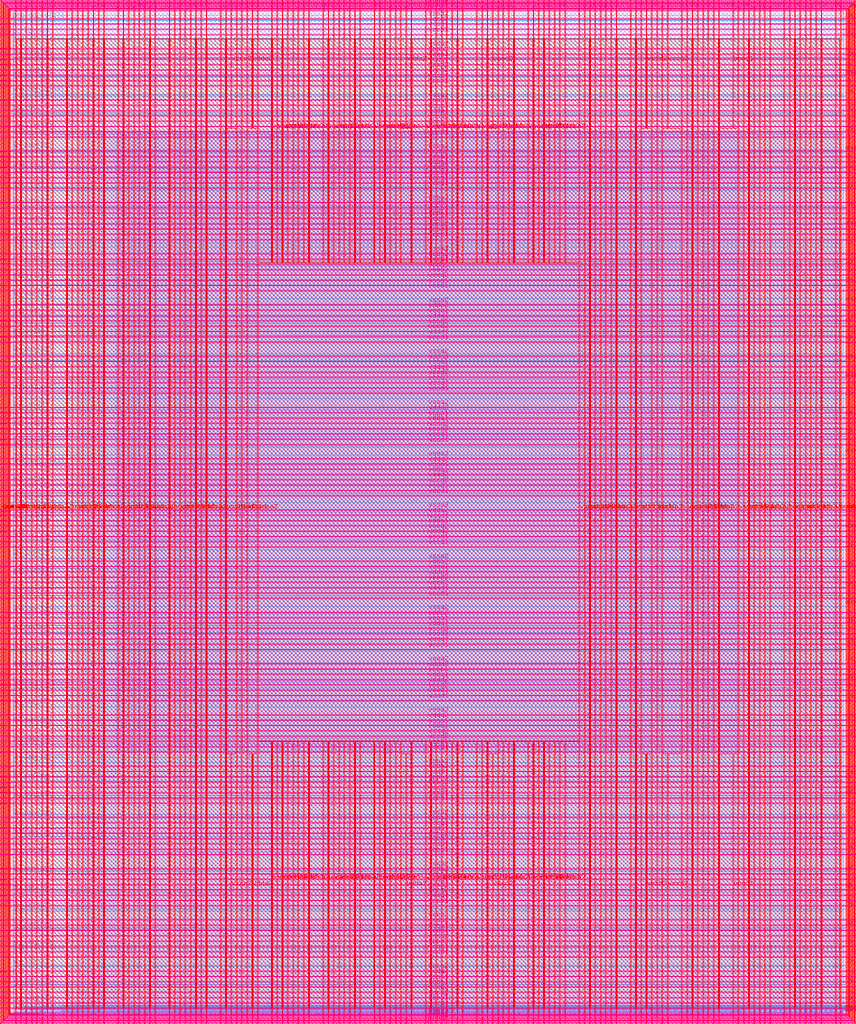
<source format=lef>
VERSION 5.7 ;
  NOWIREEXTENSIONATPIN ON ;
  DIVIDERCHAR "/" ;
  BUSBITCHARS "[]" ;
MACRO user_project_wrapper
  CLASS BLOCK ;
  FOREIGN user_project_wrapper ;
  ORIGIN 0.000 0.000 ;
  SIZE 2920.000 BY 3520.000 ;
  PIN analog_io[0]
    DIRECTION INOUT ;
    USE SIGNAL ;
    PORT
      LAYER met3 ;
        RECT 2917.600 1426.380 2924.800 1427.580 ;
    END
  END analog_io[0]
  PIN analog_io[10]
    DIRECTION INOUT ;
    USE SIGNAL ;
    PORT
      LAYER met2 ;
        RECT 2230.490 3517.600 2231.050 3524.800 ;
    END
  END analog_io[10]
  PIN analog_io[11]
    DIRECTION INOUT ;
    USE SIGNAL ;
    PORT
      LAYER met2 ;
        RECT 1905.730 3517.600 1906.290 3524.800 ;
    END
  END analog_io[11]
  PIN analog_io[12]
    DIRECTION INOUT ;
    USE SIGNAL ;
    PORT
      LAYER met2 ;
        RECT 1581.430 3517.600 1581.990 3524.800 ;
    END
  END analog_io[12]
  PIN analog_io[13]
    DIRECTION INOUT ;
    USE SIGNAL ;
    PORT
      LAYER met2 ;
        RECT 1257.130 3517.600 1257.690 3524.800 ;
    END
  END analog_io[13]
  PIN analog_io[14]
    DIRECTION INOUT ;
    USE SIGNAL ;
    PORT
      LAYER met2 ;
        RECT 932.370 3517.600 932.930 3524.800 ;
    END
  END analog_io[14]
  PIN analog_io[15]
    DIRECTION INOUT ;
    USE SIGNAL ;
    PORT
      LAYER met2 ;
        RECT 608.070 3517.600 608.630 3524.800 ;
    END
  END analog_io[15]
  PIN analog_io[16]
    DIRECTION INOUT ;
    USE SIGNAL ;
    PORT
      LAYER met2 ;
        RECT 283.770 3517.600 284.330 3524.800 ;
    END
  END analog_io[16]
  PIN analog_io[17]
    DIRECTION INOUT ;
    USE SIGNAL ;
    PORT
      LAYER met3 ;
        RECT -4.800 3486.100 2.400 3487.300 ;
    END
  END analog_io[17]
  PIN analog_io[18]
    DIRECTION INOUT ;
    USE SIGNAL ;
    PORT
      LAYER met3 ;
        RECT -4.800 3224.980 2.400 3226.180 ;
    END
  END analog_io[18]
  PIN analog_io[19]
    DIRECTION INOUT ;
    USE SIGNAL ;
    PORT
      LAYER met3 ;
        RECT -4.800 2964.540 2.400 2965.740 ;
    END
  END analog_io[19]
  PIN analog_io[1]
    DIRECTION INOUT ;
    USE SIGNAL ;
    PORT
      LAYER met3 ;
        RECT 2917.600 1692.260 2924.800 1693.460 ;
    END
  END analog_io[1]
  PIN analog_io[20]
    DIRECTION INOUT ;
    USE SIGNAL ;
    PORT
      LAYER met3 ;
        RECT -4.800 2703.420 2.400 2704.620 ;
    END
  END analog_io[20]
  PIN analog_io[21]
    DIRECTION INOUT ;
    USE SIGNAL ;
    PORT
      LAYER met3 ;
        RECT -4.800 2442.980 2.400 2444.180 ;
    END
  END analog_io[21]
  PIN analog_io[22]
    DIRECTION INOUT ;
    USE SIGNAL ;
    PORT
      LAYER met3 ;
        RECT -4.800 2182.540 2.400 2183.740 ;
    END
  END analog_io[22]
  PIN analog_io[23]
    DIRECTION INOUT ;
    USE SIGNAL ;
    PORT
      LAYER met3 ;
        RECT -4.800 1921.420 2.400 1922.620 ;
    END
  END analog_io[23]
  PIN analog_io[24]
    DIRECTION INOUT ;
    USE SIGNAL ;
    PORT
      LAYER met3 ;
        RECT -4.800 1660.980 2.400 1662.180 ;
    END
  END analog_io[24]
  PIN analog_io[25]
    DIRECTION INOUT ;
    USE SIGNAL ;
    PORT
      LAYER met3 ;
        RECT -4.800 1399.860 2.400 1401.060 ;
    END
  END analog_io[25]
  PIN analog_io[26]
    DIRECTION INOUT ;
    USE SIGNAL ;
    PORT
      LAYER met3 ;
        RECT -4.800 1139.420 2.400 1140.620 ;
    END
  END analog_io[26]
  PIN analog_io[27]
    DIRECTION INOUT ;
    USE SIGNAL ;
    PORT
      LAYER met3 ;
        RECT -4.800 878.980 2.400 880.180 ;
    END
  END analog_io[27]
  PIN analog_io[28]
    DIRECTION INOUT ;
    USE SIGNAL ;
    PORT
      LAYER met3 ;
        RECT -4.800 617.860 2.400 619.060 ;
    END
  END analog_io[28]
  PIN analog_io[2]
    DIRECTION INOUT ;
    USE SIGNAL ;
    PORT
      LAYER met3 ;
        RECT 2917.600 1958.140 2924.800 1959.340 ;
    END
  END analog_io[2]
  PIN analog_io[3]
    DIRECTION INOUT ;
    USE SIGNAL ;
    PORT
      LAYER met3 ;
        RECT 2917.600 2223.340 2924.800 2224.540 ;
    END
  END analog_io[3]
  PIN analog_io[4]
    DIRECTION INOUT ;
    USE SIGNAL ;
    PORT
      LAYER met3 ;
        RECT 2917.600 2489.220 2924.800 2490.420 ;
    END
  END analog_io[4]
  PIN analog_io[5]
    DIRECTION INOUT ;
    USE SIGNAL ;
    PORT
      LAYER met3 ;
        RECT 2917.600 2755.100 2924.800 2756.300 ;
    END
  END analog_io[5]
  PIN analog_io[6]
    DIRECTION INOUT ;
    USE SIGNAL ;
    PORT
      LAYER met3 ;
        RECT 2917.600 3020.300 2924.800 3021.500 ;
    END
  END analog_io[6]
  PIN analog_io[7]
    DIRECTION INOUT ;
    USE SIGNAL ;
    PORT
      LAYER met3 ;
        RECT 2917.600 3286.180 2924.800 3287.380 ;
    END
  END analog_io[7]
  PIN analog_io[8]
    DIRECTION INOUT ;
    USE SIGNAL ;
    PORT
      LAYER met2 ;
        RECT 2879.090 3517.600 2879.650 3524.800 ;
    END
  END analog_io[8]
  PIN analog_io[9]
    DIRECTION INOUT ;
    USE SIGNAL ;
    PORT
      LAYER met2 ;
        RECT 2554.790 3517.600 2555.350 3524.800 ;
    END
  END analog_io[9]
  PIN io_in[0]
    DIRECTION INPUT ;
    USE SIGNAL ;
    PORT
      LAYER met3 ;
        RECT 2917.600 32.380 2924.800 33.580 ;
    END
  END io_in[0]
  PIN io_in[10]
    DIRECTION INPUT ;
    USE SIGNAL ;
    PORT
      LAYER met3 ;
        RECT 2917.600 2289.980 2924.800 2291.180 ;
    END
  END io_in[10]
  PIN io_in[11]
    DIRECTION INPUT ;
    USE SIGNAL ;
    PORT
      LAYER met3 ;
        RECT 2917.600 2555.860 2924.800 2557.060 ;
    END
  END io_in[11]
  PIN io_in[12]
    DIRECTION INPUT ;
    USE SIGNAL ;
    PORT
      LAYER met3 ;
        RECT 2917.600 2821.060 2924.800 2822.260 ;
    END
  END io_in[12]
  PIN io_in[13]
    DIRECTION INPUT ;
    USE SIGNAL ;
    PORT
      LAYER met3 ;
        RECT 2917.600 3086.940 2924.800 3088.140 ;
    END
  END io_in[13]
  PIN io_in[14]
    DIRECTION INPUT ;
    USE SIGNAL ;
    PORT
      LAYER met3 ;
        RECT 2917.600 3352.820 2924.800 3354.020 ;
    END
  END io_in[14]
  PIN io_in[15]
    DIRECTION INPUT ;
    USE SIGNAL ;
    PORT
      LAYER met2 ;
        RECT 2798.130 3517.600 2798.690 3524.800 ;
    END
  END io_in[15]
  PIN io_in[16]
    DIRECTION INPUT ;
    USE SIGNAL ;
    PORT
      LAYER met2 ;
        RECT 2473.830 3517.600 2474.390 3524.800 ;
    END
  END io_in[16]
  PIN io_in[17]
    DIRECTION INPUT ;
    USE SIGNAL ;
    PORT
      LAYER met2 ;
        RECT 2149.070 3517.600 2149.630 3524.800 ;
    END
  END io_in[17]
  PIN io_in[18]
    DIRECTION INPUT ;
    USE SIGNAL ;
    PORT
      LAYER met2 ;
        RECT 1824.770 3517.600 1825.330 3524.800 ;
    END
  END io_in[18]
  PIN io_in[19]
    DIRECTION INPUT ;
    USE SIGNAL ;
    PORT
      LAYER met2 ;
        RECT 1500.470 3517.600 1501.030 3524.800 ;
    END
  END io_in[19]
  PIN io_in[1]
    DIRECTION INPUT ;
    USE SIGNAL ;
    PORT
      LAYER met3 ;
        RECT 2917.600 230.940 2924.800 232.140 ;
    END
  END io_in[1]
  PIN io_in[20]
    DIRECTION INPUT ;
    USE SIGNAL ;
    PORT
      LAYER met2 ;
        RECT 1175.710 3517.600 1176.270 3524.800 ;
    END
  END io_in[20]
  PIN io_in[21]
    DIRECTION INPUT ;
    USE SIGNAL ;
    PORT
      LAYER met2 ;
        RECT 851.410 3517.600 851.970 3524.800 ;
    END
  END io_in[21]
  PIN io_in[22]
    DIRECTION INPUT ;
    USE SIGNAL ;
    PORT
      LAYER met2 ;
        RECT 527.110 3517.600 527.670 3524.800 ;
    END
  END io_in[22]
  PIN io_in[23]
    DIRECTION INPUT ;
    USE SIGNAL ;
    PORT
      LAYER met2 ;
        RECT 202.350 3517.600 202.910 3524.800 ;
    END
  END io_in[23]
  PIN io_in[24]
    DIRECTION INPUT ;
    USE SIGNAL ;
    PORT
      LAYER met3 ;
        RECT -4.800 3420.820 2.400 3422.020 ;
    END
  END io_in[24]
  PIN io_in[25]
    DIRECTION INPUT ;
    USE SIGNAL ;
    PORT
      LAYER met3 ;
        RECT -4.800 3159.700 2.400 3160.900 ;
    END
  END io_in[25]
  PIN io_in[26]
    DIRECTION INPUT ;
    USE SIGNAL ;
    PORT
      LAYER met3 ;
        RECT -4.800 2899.260 2.400 2900.460 ;
    END
  END io_in[26]
  PIN io_in[27]
    DIRECTION INPUT ;
    USE SIGNAL ;
    PORT
      LAYER met3 ;
        RECT -4.800 2638.820 2.400 2640.020 ;
    END
  END io_in[27]
  PIN io_in[28]
    DIRECTION INPUT ;
    USE SIGNAL ;
    PORT
      LAYER met3 ;
        RECT -4.800 2377.700 2.400 2378.900 ;
    END
  END io_in[28]
  PIN io_in[29]
    DIRECTION INPUT ;
    USE SIGNAL ;
    PORT
      LAYER met3 ;
        RECT -4.800 2117.260 2.400 2118.460 ;
    END
  END io_in[29]
  PIN io_in[2]
    DIRECTION INPUT ;
    USE SIGNAL ;
    PORT
      LAYER met3 ;
        RECT 2917.600 430.180 2924.800 431.380 ;
    END
  END io_in[2]
  PIN io_in[30]
    DIRECTION INPUT ;
    USE SIGNAL ;
    PORT
      LAYER met3 ;
        RECT -4.800 1856.140 2.400 1857.340 ;
    END
  END io_in[30]
  PIN io_in[31]
    DIRECTION INPUT ;
    USE SIGNAL ;
    PORT
      LAYER met3 ;
        RECT -4.800 1595.700 2.400 1596.900 ;
    END
  END io_in[31]
  PIN io_in[32]
    DIRECTION INPUT ;
    USE SIGNAL ;
    PORT
      LAYER met3 ;
        RECT -4.800 1335.260 2.400 1336.460 ;
    END
  END io_in[32]
  PIN io_in[33]
    DIRECTION INPUT ;
    USE SIGNAL ;
    PORT
      LAYER met3 ;
        RECT -4.800 1074.140 2.400 1075.340 ;
    END
  END io_in[33]
  PIN io_in[34]
    DIRECTION INPUT ;
    USE SIGNAL ;
    PORT
      LAYER met3 ;
        RECT -4.800 813.700 2.400 814.900 ;
    END
  END io_in[34]
  PIN io_in[35]
    DIRECTION INPUT ;
    USE SIGNAL ;
    PORT
      LAYER met3 ;
        RECT -4.800 552.580 2.400 553.780 ;
    END
  END io_in[35]
  PIN io_in[36]
    DIRECTION INPUT ;
    USE SIGNAL ;
    PORT
      LAYER met3 ;
        RECT -4.800 357.420 2.400 358.620 ;
    END
  END io_in[36]
  PIN io_in[37]
    DIRECTION INPUT ;
    USE SIGNAL ;
    PORT
      LAYER met3 ;
        RECT -4.800 161.580 2.400 162.780 ;
    END
  END io_in[37]
  PIN io_in[3]
    DIRECTION INPUT ;
    USE SIGNAL ;
    PORT
      LAYER met3 ;
        RECT 2917.600 629.420 2924.800 630.620 ;
    END
  END io_in[3]
  PIN io_in[4]
    DIRECTION INPUT ;
    USE SIGNAL ;
    PORT
      LAYER met3 ;
        RECT 2917.600 828.660 2924.800 829.860 ;
    END
  END io_in[4]
  PIN io_in[5]
    DIRECTION INPUT ;
    USE SIGNAL ;
    PORT
      LAYER met3 ;
        RECT 2917.600 1027.900 2924.800 1029.100 ;
    END
  END io_in[5]
  PIN io_in[6]
    DIRECTION INPUT ;
    USE SIGNAL ;
    PORT
      LAYER met3 ;
        RECT 2917.600 1227.140 2924.800 1228.340 ;
    END
  END io_in[6]
  PIN io_in[7]
    DIRECTION INPUT ;
    USE SIGNAL ;
    PORT
      LAYER met3 ;
        RECT 2917.600 1493.020 2924.800 1494.220 ;
    END
  END io_in[7]
  PIN io_in[8]
    DIRECTION INPUT ;
    USE SIGNAL ;
    PORT
      LAYER met3 ;
        RECT 2917.600 1758.900 2924.800 1760.100 ;
    END
  END io_in[8]
  PIN io_in[9]
    DIRECTION INPUT ;
    USE SIGNAL ;
    PORT
      LAYER met3 ;
        RECT 2917.600 2024.100 2924.800 2025.300 ;
    END
  END io_in[9]
  PIN io_oeb[0]
    DIRECTION OUTPUT TRISTATE ;
    USE SIGNAL ;
    PORT
      LAYER met3 ;
        RECT 2917.600 164.980 2924.800 166.180 ;
    END
  END io_oeb[0]
  PIN io_oeb[10]
    DIRECTION OUTPUT TRISTATE ;
    USE SIGNAL ;
    PORT
      LAYER met3 ;
        RECT 2917.600 2422.580 2924.800 2423.780 ;
    END
  END io_oeb[10]
  PIN io_oeb[11]
    DIRECTION OUTPUT TRISTATE ;
    USE SIGNAL ;
    PORT
      LAYER met3 ;
        RECT 2917.600 2688.460 2924.800 2689.660 ;
    END
  END io_oeb[11]
  PIN io_oeb[12]
    DIRECTION OUTPUT TRISTATE ;
    USE SIGNAL ;
    PORT
      LAYER met3 ;
        RECT 2917.600 2954.340 2924.800 2955.540 ;
    END
  END io_oeb[12]
  PIN io_oeb[13]
    DIRECTION OUTPUT TRISTATE ;
    USE SIGNAL ;
    PORT
      LAYER met3 ;
        RECT 2917.600 3219.540 2924.800 3220.740 ;
    END
  END io_oeb[13]
  PIN io_oeb[14]
    DIRECTION OUTPUT TRISTATE ;
    USE SIGNAL ;
    PORT
      LAYER met3 ;
        RECT 2917.600 3485.420 2924.800 3486.620 ;
    END
  END io_oeb[14]
  PIN io_oeb[15]
    DIRECTION OUTPUT TRISTATE ;
    USE SIGNAL ;
    PORT
      LAYER met2 ;
        RECT 2635.750 3517.600 2636.310 3524.800 ;
    END
  END io_oeb[15]
  PIN io_oeb[16]
    DIRECTION OUTPUT TRISTATE ;
    USE SIGNAL ;
    PORT
      LAYER met2 ;
        RECT 2311.450 3517.600 2312.010 3524.800 ;
    END
  END io_oeb[16]
  PIN io_oeb[17]
    DIRECTION OUTPUT TRISTATE ;
    USE SIGNAL ;
    PORT
      LAYER met2 ;
        RECT 1987.150 3517.600 1987.710 3524.800 ;
    END
  END io_oeb[17]
  PIN io_oeb[18]
    DIRECTION OUTPUT TRISTATE ;
    USE SIGNAL ;
    PORT
      LAYER met2 ;
        RECT 1662.390 3517.600 1662.950 3524.800 ;
    END
  END io_oeb[18]
  PIN io_oeb[19]
    DIRECTION OUTPUT TRISTATE ;
    USE SIGNAL ;
    PORT
      LAYER met2 ;
        RECT 1338.090 3517.600 1338.650 3524.800 ;
    END
  END io_oeb[19]
  PIN io_oeb[1]
    DIRECTION OUTPUT TRISTATE ;
    USE SIGNAL ;
    PORT
      LAYER met3 ;
        RECT 2917.600 364.220 2924.800 365.420 ;
    END
  END io_oeb[1]
  PIN io_oeb[20]
    DIRECTION OUTPUT TRISTATE ;
    USE SIGNAL ;
    PORT
      LAYER met2 ;
        RECT 1013.790 3517.600 1014.350 3524.800 ;
    END
  END io_oeb[20]
  PIN io_oeb[21]
    DIRECTION OUTPUT TRISTATE ;
    USE SIGNAL ;
    PORT
      LAYER met2 ;
        RECT 689.030 3517.600 689.590 3524.800 ;
    END
  END io_oeb[21]
  PIN io_oeb[22]
    DIRECTION OUTPUT TRISTATE ;
    USE SIGNAL ;
    PORT
      LAYER met2 ;
        RECT 364.730 3517.600 365.290 3524.800 ;
    END
  END io_oeb[22]
  PIN io_oeb[23]
    DIRECTION OUTPUT TRISTATE ;
    USE SIGNAL ;
    PORT
      LAYER met2 ;
        RECT 40.430 3517.600 40.990 3524.800 ;
    END
  END io_oeb[23]
  PIN io_oeb[24]
    DIRECTION OUTPUT TRISTATE ;
    USE SIGNAL ;
    PORT
      LAYER met3 ;
        RECT -4.800 3290.260 2.400 3291.460 ;
    END
  END io_oeb[24]
  PIN io_oeb[25]
    DIRECTION OUTPUT TRISTATE ;
    USE SIGNAL ;
    PORT
      LAYER met3 ;
        RECT -4.800 3029.820 2.400 3031.020 ;
    END
  END io_oeb[25]
  PIN io_oeb[26]
    DIRECTION OUTPUT TRISTATE ;
    USE SIGNAL ;
    PORT
      LAYER met3 ;
        RECT -4.800 2768.700 2.400 2769.900 ;
    END
  END io_oeb[26]
  PIN io_oeb[27]
    DIRECTION OUTPUT TRISTATE ;
    USE SIGNAL ;
    PORT
      LAYER met3 ;
        RECT -4.800 2508.260 2.400 2509.460 ;
    END
  END io_oeb[27]
  PIN io_oeb[28]
    DIRECTION OUTPUT TRISTATE ;
    USE SIGNAL ;
    PORT
      LAYER met3 ;
        RECT -4.800 2247.140 2.400 2248.340 ;
    END
  END io_oeb[28]
  PIN io_oeb[29]
    DIRECTION OUTPUT TRISTATE ;
    USE SIGNAL ;
    PORT
      LAYER met3 ;
        RECT -4.800 1986.700 2.400 1987.900 ;
    END
  END io_oeb[29]
  PIN io_oeb[2]
    DIRECTION OUTPUT TRISTATE ;
    USE SIGNAL ;
    PORT
      LAYER met3 ;
        RECT 2917.600 563.460 2924.800 564.660 ;
    END
  END io_oeb[2]
  PIN io_oeb[30]
    DIRECTION OUTPUT TRISTATE ;
    USE SIGNAL ;
    PORT
      LAYER met3 ;
        RECT -4.800 1726.260 2.400 1727.460 ;
    END
  END io_oeb[30]
  PIN io_oeb[31]
    DIRECTION OUTPUT TRISTATE ;
    USE SIGNAL ;
    PORT
      LAYER met3 ;
        RECT -4.800 1465.140 2.400 1466.340 ;
    END
  END io_oeb[31]
  PIN io_oeb[32]
    DIRECTION OUTPUT TRISTATE ;
    USE SIGNAL ;
    PORT
      LAYER met3 ;
        RECT -4.800 1204.700 2.400 1205.900 ;
    END
  END io_oeb[32]
  PIN io_oeb[33]
    DIRECTION OUTPUT TRISTATE ;
    USE SIGNAL ;
    PORT
      LAYER met3 ;
        RECT -4.800 943.580 2.400 944.780 ;
    END
  END io_oeb[33]
  PIN io_oeb[34]
    DIRECTION OUTPUT TRISTATE ;
    USE SIGNAL ;
    PORT
      LAYER met3 ;
        RECT -4.800 683.140 2.400 684.340 ;
    END
  END io_oeb[34]
  PIN io_oeb[35]
    DIRECTION OUTPUT TRISTATE ;
    USE SIGNAL ;
    PORT
      LAYER met3 ;
        RECT -4.800 422.700 2.400 423.900 ;
    END
  END io_oeb[35]
  PIN io_oeb[36]
    DIRECTION OUTPUT TRISTATE ;
    USE SIGNAL ;
    PORT
      LAYER met3 ;
        RECT -4.800 226.860 2.400 228.060 ;
    END
  END io_oeb[36]
  PIN io_oeb[37]
    DIRECTION OUTPUT TRISTATE ;
    USE SIGNAL ;
    PORT
      LAYER met3 ;
        RECT -4.800 31.700 2.400 32.900 ;
    END
  END io_oeb[37]
  PIN io_oeb[3]
    DIRECTION OUTPUT TRISTATE ;
    USE SIGNAL ;
    PORT
      LAYER met3 ;
        RECT 2917.600 762.700 2924.800 763.900 ;
    END
  END io_oeb[3]
  PIN io_oeb[4]
    DIRECTION OUTPUT TRISTATE ;
    USE SIGNAL ;
    PORT
      LAYER met3 ;
        RECT 2917.600 961.940 2924.800 963.140 ;
    END
  END io_oeb[4]
  PIN io_oeb[5]
    DIRECTION OUTPUT TRISTATE ;
    USE SIGNAL ;
    PORT
      LAYER met3 ;
        RECT 2917.600 1161.180 2924.800 1162.380 ;
    END
  END io_oeb[5]
  PIN io_oeb[6]
    DIRECTION OUTPUT TRISTATE ;
    USE SIGNAL ;
    PORT
      LAYER met3 ;
        RECT 2917.600 1360.420 2924.800 1361.620 ;
    END
  END io_oeb[6]
  PIN io_oeb[7]
    DIRECTION OUTPUT TRISTATE ;
    USE SIGNAL ;
    PORT
      LAYER met3 ;
        RECT 2917.600 1625.620 2924.800 1626.820 ;
    END
  END io_oeb[7]
  PIN io_oeb[8]
    DIRECTION OUTPUT TRISTATE ;
    USE SIGNAL ;
    PORT
      LAYER met3 ;
        RECT 2917.600 1891.500 2924.800 1892.700 ;
    END
  END io_oeb[8]
  PIN io_oeb[9]
    DIRECTION OUTPUT TRISTATE ;
    USE SIGNAL ;
    PORT
      LAYER met3 ;
        RECT 2917.600 2157.380 2924.800 2158.580 ;
    END
  END io_oeb[9]
  PIN io_out[0]
    DIRECTION OUTPUT TRISTATE ;
    USE SIGNAL ;
    PORT
      LAYER met3 ;
        RECT 2917.600 98.340 2924.800 99.540 ;
    END
  END io_out[0]
  PIN io_out[10]
    DIRECTION OUTPUT TRISTATE ;
    USE SIGNAL ;
    PORT
      LAYER met3 ;
        RECT 2917.600 2356.620 2924.800 2357.820 ;
    END
  END io_out[10]
  PIN io_out[11]
    DIRECTION OUTPUT TRISTATE ;
    USE SIGNAL ;
    PORT
      LAYER met3 ;
        RECT 2917.600 2621.820 2924.800 2623.020 ;
    END
  END io_out[11]
  PIN io_out[12]
    DIRECTION OUTPUT TRISTATE ;
    USE SIGNAL ;
    PORT
      LAYER met3 ;
        RECT 2917.600 2887.700 2924.800 2888.900 ;
    END
  END io_out[12]
  PIN io_out[13]
    DIRECTION OUTPUT TRISTATE ;
    USE SIGNAL ;
    PORT
      LAYER met3 ;
        RECT 2917.600 3153.580 2924.800 3154.780 ;
    END
  END io_out[13]
  PIN io_out[14]
    DIRECTION OUTPUT TRISTATE ;
    USE SIGNAL ;
    PORT
      LAYER met3 ;
        RECT 2917.600 3418.780 2924.800 3419.980 ;
    END
  END io_out[14]
  PIN io_out[15]
    DIRECTION OUTPUT TRISTATE ;
    USE SIGNAL ;
    PORT
      LAYER met2 ;
        RECT 2717.170 3517.600 2717.730 3524.800 ;
    END
  END io_out[15]
  PIN io_out[16]
    DIRECTION OUTPUT TRISTATE ;
    USE SIGNAL ;
    PORT
      LAYER met2 ;
        RECT 2392.410 3517.600 2392.970 3524.800 ;
    END
  END io_out[16]
  PIN io_out[17]
    DIRECTION OUTPUT TRISTATE ;
    USE SIGNAL ;
    PORT
      LAYER met2 ;
        RECT 2068.110 3517.600 2068.670 3524.800 ;
    END
  END io_out[17]
  PIN io_out[18]
    DIRECTION OUTPUT TRISTATE ;
    USE SIGNAL ;
    PORT
      LAYER met2 ;
        RECT 1743.810 3517.600 1744.370 3524.800 ;
    END
  END io_out[18]
  PIN io_out[19]
    DIRECTION OUTPUT TRISTATE ;
    USE SIGNAL ;
    PORT
      LAYER met2 ;
        RECT 1419.050 3517.600 1419.610 3524.800 ;
    END
  END io_out[19]
  PIN io_out[1]
    DIRECTION OUTPUT TRISTATE ;
    USE SIGNAL ;
    PORT
      LAYER met3 ;
        RECT 2917.600 297.580 2924.800 298.780 ;
    END
  END io_out[1]
  PIN io_out[20]
    DIRECTION OUTPUT TRISTATE ;
    USE SIGNAL ;
    PORT
      LAYER met2 ;
        RECT 1094.750 3517.600 1095.310 3524.800 ;
    END
  END io_out[20]
  PIN io_out[21]
    DIRECTION OUTPUT TRISTATE ;
    USE SIGNAL ;
    PORT
      LAYER met2 ;
        RECT 770.450 3517.600 771.010 3524.800 ;
    END
  END io_out[21]
  PIN io_out[22]
    DIRECTION OUTPUT TRISTATE ;
    USE SIGNAL ;
    PORT
      LAYER met2 ;
        RECT 445.690 3517.600 446.250 3524.800 ;
    END
  END io_out[22]
  PIN io_out[23]
    DIRECTION OUTPUT TRISTATE ;
    USE SIGNAL ;
    PORT
      LAYER met2 ;
        RECT 121.390 3517.600 121.950 3524.800 ;
    END
  END io_out[23]
  PIN io_out[24]
    DIRECTION OUTPUT TRISTATE ;
    USE SIGNAL ;
    PORT
      LAYER met3 ;
        RECT -4.800 3355.540 2.400 3356.740 ;
    END
  END io_out[24]
  PIN io_out[25]
    DIRECTION OUTPUT TRISTATE ;
    USE SIGNAL ;
    PORT
      LAYER met3 ;
        RECT -4.800 3095.100 2.400 3096.300 ;
    END
  END io_out[25]
  PIN io_out[26]
    DIRECTION OUTPUT TRISTATE ;
    USE SIGNAL ;
    PORT
      LAYER met3 ;
        RECT -4.800 2833.980 2.400 2835.180 ;
    END
  END io_out[26]
  PIN io_out[27]
    DIRECTION OUTPUT TRISTATE ;
    USE SIGNAL ;
    PORT
      LAYER met3 ;
        RECT -4.800 2573.540 2.400 2574.740 ;
    END
  END io_out[27]
  PIN io_out[28]
    DIRECTION OUTPUT TRISTATE ;
    USE SIGNAL ;
    PORT
      LAYER met3 ;
        RECT -4.800 2312.420 2.400 2313.620 ;
    END
  END io_out[28]
  PIN io_out[29]
    DIRECTION OUTPUT TRISTATE ;
    USE SIGNAL ;
    PORT
      LAYER met3 ;
        RECT -4.800 2051.980 2.400 2053.180 ;
    END
  END io_out[29]
  PIN io_out[2]
    DIRECTION OUTPUT TRISTATE ;
    USE SIGNAL ;
    PORT
      LAYER met3 ;
        RECT 2917.600 496.820 2924.800 498.020 ;
    END
  END io_out[2]
  PIN io_out[30]
    DIRECTION OUTPUT TRISTATE ;
    USE SIGNAL ;
    PORT
      LAYER met3 ;
        RECT -4.800 1791.540 2.400 1792.740 ;
    END
  END io_out[30]
  PIN io_out[31]
    DIRECTION OUTPUT TRISTATE ;
    USE SIGNAL ;
    PORT
      LAYER met3 ;
        RECT -4.800 1530.420 2.400 1531.620 ;
    END
  END io_out[31]
  PIN io_out[32]
    DIRECTION OUTPUT TRISTATE ;
    USE SIGNAL ;
    PORT
      LAYER met3 ;
        RECT -4.800 1269.980 2.400 1271.180 ;
    END
  END io_out[32]
  PIN io_out[33]
    DIRECTION OUTPUT TRISTATE ;
    USE SIGNAL ;
    PORT
      LAYER met3 ;
        RECT -4.800 1008.860 2.400 1010.060 ;
    END
  END io_out[33]
  PIN io_out[34]
    DIRECTION OUTPUT TRISTATE ;
    USE SIGNAL ;
    PORT
      LAYER met3 ;
        RECT -4.800 748.420 2.400 749.620 ;
    END
  END io_out[34]
  PIN io_out[35]
    DIRECTION OUTPUT TRISTATE ;
    USE SIGNAL ;
    PORT
      LAYER met3 ;
        RECT -4.800 487.300 2.400 488.500 ;
    END
  END io_out[35]
  PIN io_out[36]
    DIRECTION OUTPUT TRISTATE ;
    USE SIGNAL ;
    PORT
      LAYER met3 ;
        RECT -4.800 292.140 2.400 293.340 ;
    END
  END io_out[36]
  PIN io_out[37]
    DIRECTION OUTPUT TRISTATE ;
    USE SIGNAL ;
    PORT
      LAYER met3 ;
        RECT -4.800 96.300 2.400 97.500 ;
    END
  END io_out[37]
  PIN io_out[3]
    DIRECTION OUTPUT TRISTATE ;
    USE SIGNAL ;
    PORT
      LAYER met3 ;
        RECT 2917.600 696.060 2924.800 697.260 ;
    END
  END io_out[3]
  PIN io_out[4]
    DIRECTION OUTPUT TRISTATE ;
    USE SIGNAL ;
    PORT
      LAYER met3 ;
        RECT 2917.600 895.300 2924.800 896.500 ;
    END
  END io_out[4]
  PIN io_out[5]
    DIRECTION OUTPUT TRISTATE ;
    USE SIGNAL ;
    PORT
      LAYER met3 ;
        RECT 2917.600 1094.540 2924.800 1095.740 ;
    END
  END io_out[5]
  PIN io_out[6]
    DIRECTION OUTPUT TRISTATE ;
    USE SIGNAL ;
    PORT
      LAYER met3 ;
        RECT 2917.600 1293.780 2924.800 1294.980 ;
    END
  END io_out[6]
  PIN io_out[7]
    DIRECTION OUTPUT TRISTATE ;
    USE SIGNAL ;
    PORT
      LAYER met3 ;
        RECT 2917.600 1559.660 2924.800 1560.860 ;
    END
  END io_out[7]
  PIN io_out[8]
    DIRECTION OUTPUT TRISTATE ;
    USE SIGNAL ;
    PORT
      LAYER met3 ;
        RECT 2917.600 1824.860 2924.800 1826.060 ;
    END
  END io_out[8]
  PIN io_out[9]
    DIRECTION OUTPUT TRISTATE ;
    USE SIGNAL ;
    PORT
      LAYER met3 ;
        RECT 2917.600 2090.740 2924.800 2091.940 ;
    END
  END io_out[9]
  PIN la_data_in[0]
    DIRECTION INPUT ;
    USE SIGNAL ;
    PORT
      LAYER met2 ;
        RECT 629.230 -4.800 629.790 2.400 ;
    END
  END la_data_in[0]
  PIN la_data_in[100]
    DIRECTION INPUT ;
    USE SIGNAL ;
    PORT
      LAYER met2 ;
        RECT 2402.530 -4.800 2403.090 2.400 ;
    END
  END la_data_in[100]
  PIN la_data_in[101]
    DIRECTION INPUT ;
    USE SIGNAL ;
    PORT
      LAYER met2 ;
        RECT 2420.010 -4.800 2420.570 2.400 ;
    END
  END la_data_in[101]
  PIN la_data_in[102]
    DIRECTION INPUT ;
    USE SIGNAL ;
    PORT
      LAYER met2 ;
        RECT 2437.950 -4.800 2438.510 2.400 ;
    END
  END la_data_in[102]
  PIN la_data_in[103]
    DIRECTION INPUT ;
    USE SIGNAL ;
    PORT
      LAYER met2 ;
        RECT 2455.430 -4.800 2455.990 2.400 ;
    END
  END la_data_in[103]
  PIN la_data_in[104]
    DIRECTION INPUT ;
    USE SIGNAL ;
    PORT
      LAYER met2 ;
        RECT 2473.370 -4.800 2473.930 2.400 ;
    END
  END la_data_in[104]
  PIN la_data_in[105]
    DIRECTION INPUT ;
    USE SIGNAL ;
    PORT
      LAYER met2 ;
        RECT 2490.850 -4.800 2491.410 2.400 ;
    END
  END la_data_in[105]
  PIN la_data_in[106]
    DIRECTION INPUT ;
    USE SIGNAL ;
    PORT
      LAYER met2 ;
        RECT 2508.790 -4.800 2509.350 2.400 ;
    END
  END la_data_in[106]
  PIN la_data_in[107]
    DIRECTION INPUT ;
    USE SIGNAL ;
    PORT
      LAYER met2 ;
        RECT 2526.730 -4.800 2527.290 2.400 ;
    END
  END la_data_in[107]
  PIN la_data_in[108]
    DIRECTION INPUT ;
    USE SIGNAL ;
    PORT
      LAYER met2 ;
        RECT 2544.210 -4.800 2544.770 2.400 ;
    END
  END la_data_in[108]
  PIN la_data_in[109]
    DIRECTION INPUT ;
    USE SIGNAL ;
    PORT
      LAYER met2 ;
        RECT 2562.150 -4.800 2562.710 2.400 ;
    END
  END la_data_in[109]
  PIN la_data_in[10]
    DIRECTION INPUT ;
    USE SIGNAL ;
    PORT
      LAYER met2 ;
        RECT 806.330 -4.800 806.890 2.400 ;
    END
  END la_data_in[10]
  PIN la_data_in[110]
    DIRECTION INPUT ;
    USE SIGNAL ;
    PORT
      LAYER met2 ;
        RECT 2579.630 -4.800 2580.190 2.400 ;
    END
  END la_data_in[110]
  PIN la_data_in[111]
    DIRECTION INPUT ;
    USE SIGNAL ;
    PORT
      LAYER met2 ;
        RECT 2597.570 -4.800 2598.130 2.400 ;
    END
  END la_data_in[111]
  PIN la_data_in[112]
    DIRECTION INPUT ;
    USE SIGNAL ;
    PORT
      LAYER met2 ;
        RECT 2615.050 -4.800 2615.610 2.400 ;
    END
  END la_data_in[112]
  PIN la_data_in[113]
    DIRECTION INPUT ;
    USE SIGNAL ;
    PORT
      LAYER met2 ;
        RECT 2632.990 -4.800 2633.550 2.400 ;
    END
  END la_data_in[113]
  PIN la_data_in[114]
    DIRECTION INPUT ;
    USE SIGNAL ;
    PORT
      LAYER met2 ;
        RECT 2650.470 -4.800 2651.030 2.400 ;
    END
  END la_data_in[114]
  PIN la_data_in[115]
    DIRECTION INPUT ;
    USE SIGNAL ;
    PORT
      LAYER met2 ;
        RECT 2668.410 -4.800 2668.970 2.400 ;
    END
  END la_data_in[115]
  PIN la_data_in[116]
    DIRECTION INPUT ;
    USE SIGNAL ;
    PORT
      LAYER met2 ;
        RECT 2685.890 -4.800 2686.450 2.400 ;
    END
  END la_data_in[116]
  PIN la_data_in[117]
    DIRECTION INPUT ;
    USE SIGNAL ;
    PORT
      LAYER met2 ;
        RECT 2703.830 -4.800 2704.390 2.400 ;
    END
  END la_data_in[117]
  PIN la_data_in[118]
    DIRECTION INPUT ;
    USE SIGNAL ;
    PORT
      LAYER met2 ;
        RECT 2721.770 -4.800 2722.330 2.400 ;
    END
  END la_data_in[118]
  PIN la_data_in[119]
    DIRECTION INPUT ;
    USE SIGNAL ;
    PORT
      LAYER met2 ;
        RECT 2739.250 -4.800 2739.810 2.400 ;
    END
  END la_data_in[119]
  PIN la_data_in[11]
    DIRECTION INPUT ;
    USE SIGNAL ;
    PORT
      LAYER met2 ;
        RECT 824.270 -4.800 824.830 2.400 ;
    END
  END la_data_in[11]
  PIN la_data_in[120]
    DIRECTION INPUT ;
    USE SIGNAL ;
    PORT
      LAYER met2 ;
        RECT 2757.190 -4.800 2757.750 2.400 ;
    END
  END la_data_in[120]
  PIN la_data_in[121]
    DIRECTION INPUT ;
    USE SIGNAL ;
    PORT
      LAYER met2 ;
        RECT 2774.670 -4.800 2775.230 2.400 ;
    END
  END la_data_in[121]
  PIN la_data_in[122]
    DIRECTION INPUT ;
    USE SIGNAL ;
    PORT
      LAYER met2 ;
        RECT 2792.610 -4.800 2793.170 2.400 ;
    END
  END la_data_in[122]
  PIN la_data_in[123]
    DIRECTION INPUT ;
    USE SIGNAL ;
    PORT
      LAYER met2 ;
        RECT 2810.090 -4.800 2810.650 2.400 ;
    END
  END la_data_in[123]
  PIN la_data_in[124]
    DIRECTION INPUT ;
    USE SIGNAL ;
    PORT
      LAYER met2 ;
        RECT 2828.030 -4.800 2828.590 2.400 ;
    END
  END la_data_in[124]
  PIN la_data_in[125]
    DIRECTION INPUT ;
    USE SIGNAL ;
    PORT
      LAYER met2 ;
        RECT 2845.510 -4.800 2846.070 2.400 ;
    END
  END la_data_in[125]
  PIN la_data_in[126]
    DIRECTION INPUT ;
    USE SIGNAL ;
    PORT
      LAYER met2 ;
        RECT 2863.450 -4.800 2864.010 2.400 ;
    END
  END la_data_in[126]
  PIN la_data_in[127]
    DIRECTION INPUT ;
    USE SIGNAL ;
    PORT
      LAYER met2 ;
        RECT 2881.390 -4.800 2881.950 2.400 ;
    END
  END la_data_in[127]
  PIN la_data_in[12]
    DIRECTION INPUT ;
    USE SIGNAL ;
    PORT
      LAYER met2 ;
        RECT 841.750 -4.800 842.310 2.400 ;
    END
  END la_data_in[12]
  PIN la_data_in[13]
    DIRECTION INPUT ;
    USE SIGNAL ;
    PORT
      LAYER met2 ;
        RECT 859.690 -4.800 860.250 2.400 ;
    END
  END la_data_in[13]
  PIN la_data_in[14]
    DIRECTION INPUT ;
    USE SIGNAL ;
    PORT
      LAYER met2 ;
        RECT 877.170 -4.800 877.730 2.400 ;
    END
  END la_data_in[14]
  PIN la_data_in[15]
    DIRECTION INPUT ;
    USE SIGNAL ;
    PORT
      LAYER met2 ;
        RECT 895.110 -4.800 895.670 2.400 ;
    END
  END la_data_in[15]
  PIN la_data_in[16]
    DIRECTION INPUT ;
    USE SIGNAL ;
    PORT
      LAYER met2 ;
        RECT 912.590 -4.800 913.150 2.400 ;
    END
  END la_data_in[16]
  PIN la_data_in[17]
    DIRECTION INPUT ;
    USE SIGNAL ;
    PORT
      LAYER met2 ;
        RECT 930.530 -4.800 931.090 2.400 ;
    END
  END la_data_in[17]
  PIN la_data_in[18]
    DIRECTION INPUT ;
    USE SIGNAL ;
    PORT
      LAYER met2 ;
        RECT 948.470 -4.800 949.030 2.400 ;
    END
  END la_data_in[18]
  PIN la_data_in[19]
    DIRECTION INPUT ;
    USE SIGNAL ;
    PORT
      LAYER met2 ;
        RECT 965.950 -4.800 966.510 2.400 ;
    END
  END la_data_in[19]
  PIN la_data_in[1]
    DIRECTION INPUT ;
    USE SIGNAL ;
    PORT
      LAYER met2 ;
        RECT 646.710 -4.800 647.270 2.400 ;
    END
  END la_data_in[1]
  PIN la_data_in[20]
    DIRECTION INPUT ;
    USE SIGNAL ;
    PORT
      LAYER met2 ;
        RECT 983.890 -4.800 984.450 2.400 ;
    END
  END la_data_in[20]
  PIN la_data_in[21]
    DIRECTION INPUT ;
    USE SIGNAL ;
    PORT
      LAYER met2 ;
        RECT 1001.370 -4.800 1001.930 2.400 ;
    END
  END la_data_in[21]
  PIN la_data_in[22]
    DIRECTION INPUT ;
    USE SIGNAL ;
    PORT
      LAYER met2 ;
        RECT 1019.310 -4.800 1019.870 2.400 ;
    END
  END la_data_in[22]
  PIN la_data_in[23]
    DIRECTION INPUT ;
    USE SIGNAL ;
    PORT
      LAYER met2 ;
        RECT 1036.790 -4.800 1037.350 2.400 ;
    END
  END la_data_in[23]
  PIN la_data_in[24]
    DIRECTION INPUT ;
    USE SIGNAL ;
    PORT
      LAYER met2 ;
        RECT 1054.730 -4.800 1055.290 2.400 ;
    END
  END la_data_in[24]
  PIN la_data_in[25]
    DIRECTION INPUT ;
    USE SIGNAL ;
    PORT
      LAYER met2 ;
        RECT 1072.210 -4.800 1072.770 2.400 ;
    END
  END la_data_in[25]
  PIN la_data_in[26]
    DIRECTION INPUT ;
    USE SIGNAL ;
    PORT
      LAYER met2 ;
        RECT 1090.150 -4.800 1090.710 2.400 ;
    END
  END la_data_in[26]
  PIN la_data_in[27]
    DIRECTION INPUT ;
    USE SIGNAL ;
    PORT
      LAYER met2 ;
        RECT 1107.630 -4.800 1108.190 2.400 ;
    END
  END la_data_in[27]
  PIN la_data_in[28]
    DIRECTION INPUT ;
    USE SIGNAL ;
    PORT
      LAYER met2 ;
        RECT 1125.570 -4.800 1126.130 2.400 ;
    END
  END la_data_in[28]
  PIN la_data_in[29]
    DIRECTION INPUT ;
    USE SIGNAL ;
    PORT
      LAYER met2 ;
        RECT 1143.510 -4.800 1144.070 2.400 ;
    END
  END la_data_in[29]
  PIN la_data_in[2]
    DIRECTION INPUT ;
    USE SIGNAL ;
    PORT
      LAYER met2 ;
        RECT 664.650 -4.800 665.210 2.400 ;
    END
  END la_data_in[2]
  PIN la_data_in[30]
    DIRECTION INPUT ;
    USE SIGNAL ;
    PORT
      LAYER met2 ;
        RECT 1160.990 -4.800 1161.550 2.400 ;
    END
  END la_data_in[30]
  PIN la_data_in[31]
    DIRECTION INPUT ;
    USE SIGNAL ;
    PORT
      LAYER met2 ;
        RECT 1178.930 -4.800 1179.490 2.400 ;
    END
  END la_data_in[31]
  PIN la_data_in[32]
    DIRECTION INPUT ;
    USE SIGNAL ;
    PORT
      LAYER met2 ;
        RECT 1196.410 -4.800 1196.970 2.400 ;
    END
  END la_data_in[32]
  PIN la_data_in[33]
    DIRECTION INPUT ;
    USE SIGNAL ;
    PORT
      LAYER met2 ;
        RECT 1214.350 -4.800 1214.910 2.400 ;
    END
  END la_data_in[33]
  PIN la_data_in[34]
    DIRECTION INPUT ;
    USE SIGNAL ;
    PORT
      LAYER met2 ;
        RECT 1231.830 -4.800 1232.390 2.400 ;
    END
  END la_data_in[34]
  PIN la_data_in[35]
    DIRECTION INPUT ;
    USE SIGNAL ;
    PORT
      LAYER met2 ;
        RECT 1249.770 -4.800 1250.330 2.400 ;
    END
  END la_data_in[35]
  PIN la_data_in[36]
    DIRECTION INPUT ;
    USE SIGNAL ;
    PORT
      LAYER met2 ;
        RECT 1267.250 -4.800 1267.810 2.400 ;
    END
  END la_data_in[36]
  PIN la_data_in[37]
    DIRECTION INPUT ;
    USE SIGNAL ;
    PORT
      LAYER met2 ;
        RECT 1285.190 -4.800 1285.750 2.400 ;
    END
  END la_data_in[37]
  PIN la_data_in[38]
    DIRECTION INPUT ;
    USE SIGNAL ;
    PORT
      LAYER met2 ;
        RECT 1303.130 -4.800 1303.690 2.400 ;
    END
  END la_data_in[38]
  PIN la_data_in[39]
    DIRECTION INPUT ;
    USE SIGNAL ;
    PORT
      LAYER met2 ;
        RECT 1320.610 -4.800 1321.170 2.400 ;
    END
  END la_data_in[39]
  PIN la_data_in[3]
    DIRECTION INPUT ;
    USE SIGNAL ;
    PORT
      LAYER met2 ;
        RECT 682.130 -4.800 682.690 2.400 ;
    END
  END la_data_in[3]
  PIN la_data_in[40]
    DIRECTION INPUT ;
    USE SIGNAL ;
    PORT
      LAYER met2 ;
        RECT 1338.550 -4.800 1339.110 2.400 ;
    END
  END la_data_in[40]
  PIN la_data_in[41]
    DIRECTION INPUT ;
    USE SIGNAL ;
    PORT
      LAYER met2 ;
        RECT 1356.030 -4.800 1356.590 2.400 ;
    END
  END la_data_in[41]
  PIN la_data_in[42]
    DIRECTION INPUT ;
    USE SIGNAL ;
    PORT
      LAYER met2 ;
        RECT 1373.970 -4.800 1374.530 2.400 ;
    END
  END la_data_in[42]
  PIN la_data_in[43]
    DIRECTION INPUT ;
    USE SIGNAL ;
    PORT
      LAYER met2 ;
        RECT 1391.450 -4.800 1392.010 2.400 ;
    END
  END la_data_in[43]
  PIN la_data_in[44]
    DIRECTION INPUT ;
    USE SIGNAL ;
    PORT
      LAYER met2 ;
        RECT 1409.390 -4.800 1409.950 2.400 ;
    END
  END la_data_in[44]
  PIN la_data_in[45]
    DIRECTION INPUT ;
    USE SIGNAL ;
    PORT
      LAYER met2 ;
        RECT 1426.870 -4.800 1427.430 2.400 ;
    END
  END la_data_in[45]
  PIN la_data_in[46]
    DIRECTION INPUT ;
    USE SIGNAL ;
    PORT
      LAYER met2 ;
        RECT 1444.810 -4.800 1445.370 2.400 ;
    END
  END la_data_in[46]
  PIN la_data_in[47]
    DIRECTION INPUT ;
    USE SIGNAL ;
    PORT
      LAYER met2 ;
        RECT 1462.750 -4.800 1463.310 2.400 ;
    END
  END la_data_in[47]
  PIN la_data_in[48]
    DIRECTION INPUT ;
    USE SIGNAL ;
    PORT
      LAYER met2 ;
        RECT 1480.230 -4.800 1480.790 2.400 ;
    END
  END la_data_in[48]
  PIN la_data_in[49]
    DIRECTION INPUT ;
    USE SIGNAL ;
    PORT
      LAYER met2 ;
        RECT 1498.170 -4.800 1498.730 2.400 ;
    END
  END la_data_in[49]
  PIN la_data_in[4]
    DIRECTION INPUT ;
    USE SIGNAL ;
    PORT
      LAYER met2 ;
        RECT 700.070 -4.800 700.630 2.400 ;
    END
  END la_data_in[4]
  PIN la_data_in[50]
    DIRECTION INPUT ;
    USE SIGNAL ;
    PORT
      LAYER met2 ;
        RECT 1515.650 -4.800 1516.210 2.400 ;
    END
  END la_data_in[50]
  PIN la_data_in[51]
    DIRECTION INPUT ;
    USE SIGNAL ;
    PORT
      LAYER met2 ;
        RECT 1533.590 -4.800 1534.150 2.400 ;
    END
  END la_data_in[51]
  PIN la_data_in[52]
    DIRECTION INPUT ;
    USE SIGNAL ;
    PORT
      LAYER met2 ;
        RECT 1551.070 -4.800 1551.630 2.400 ;
    END
  END la_data_in[52]
  PIN la_data_in[53]
    DIRECTION INPUT ;
    USE SIGNAL ;
    PORT
      LAYER met2 ;
        RECT 1569.010 -4.800 1569.570 2.400 ;
    END
  END la_data_in[53]
  PIN la_data_in[54]
    DIRECTION INPUT ;
    USE SIGNAL ;
    PORT
      LAYER met2 ;
        RECT 1586.490 -4.800 1587.050 2.400 ;
    END
  END la_data_in[54]
  PIN la_data_in[55]
    DIRECTION INPUT ;
    USE SIGNAL ;
    PORT
      LAYER met2 ;
        RECT 1604.430 -4.800 1604.990 2.400 ;
    END
  END la_data_in[55]
  PIN la_data_in[56]
    DIRECTION INPUT ;
    USE SIGNAL ;
    PORT
      LAYER met2 ;
        RECT 1621.910 -4.800 1622.470 2.400 ;
    END
  END la_data_in[56]
  PIN la_data_in[57]
    DIRECTION INPUT ;
    USE SIGNAL ;
    PORT
      LAYER met2 ;
        RECT 1639.850 -4.800 1640.410 2.400 ;
    END
  END la_data_in[57]
  PIN la_data_in[58]
    DIRECTION INPUT ;
    USE SIGNAL ;
    PORT
      LAYER met2 ;
        RECT 1657.790 -4.800 1658.350 2.400 ;
    END
  END la_data_in[58]
  PIN la_data_in[59]
    DIRECTION INPUT ;
    USE SIGNAL ;
    PORT
      LAYER met2 ;
        RECT 1675.270 -4.800 1675.830 2.400 ;
    END
  END la_data_in[59]
  PIN la_data_in[5]
    DIRECTION INPUT ;
    USE SIGNAL ;
    PORT
      LAYER met2 ;
        RECT 717.550 -4.800 718.110 2.400 ;
    END
  END la_data_in[5]
  PIN la_data_in[60]
    DIRECTION INPUT ;
    USE SIGNAL ;
    PORT
      LAYER met2 ;
        RECT 1693.210 -4.800 1693.770 2.400 ;
    END
  END la_data_in[60]
  PIN la_data_in[61]
    DIRECTION INPUT ;
    USE SIGNAL ;
    PORT
      LAYER met2 ;
        RECT 1710.690 -4.800 1711.250 2.400 ;
    END
  END la_data_in[61]
  PIN la_data_in[62]
    DIRECTION INPUT ;
    USE SIGNAL ;
    PORT
      LAYER met2 ;
        RECT 1728.630 -4.800 1729.190 2.400 ;
    END
  END la_data_in[62]
  PIN la_data_in[63]
    DIRECTION INPUT ;
    USE SIGNAL ;
    PORT
      LAYER met2 ;
        RECT 1746.110 -4.800 1746.670 2.400 ;
    END
  END la_data_in[63]
  PIN la_data_in[64]
    DIRECTION INPUT ;
    USE SIGNAL ;
    PORT
      LAYER met2 ;
        RECT 1764.050 -4.800 1764.610 2.400 ;
    END
  END la_data_in[64]
  PIN la_data_in[65]
    DIRECTION INPUT ;
    USE SIGNAL ;
    PORT
      LAYER met2 ;
        RECT 1781.530 -4.800 1782.090 2.400 ;
    END
  END la_data_in[65]
  PIN la_data_in[66]
    DIRECTION INPUT ;
    USE SIGNAL ;
    PORT
      LAYER met2 ;
        RECT 1799.470 -4.800 1800.030 2.400 ;
    END
  END la_data_in[66]
  PIN la_data_in[67]
    DIRECTION INPUT ;
    USE SIGNAL ;
    PORT
      LAYER met2 ;
        RECT 1817.410 -4.800 1817.970 2.400 ;
    END
  END la_data_in[67]
  PIN la_data_in[68]
    DIRECTION INPUT ;
    USE SIGNAL ;
    PORT
      LAYER met2 ;
        RECT 1834.890 -4.800 1835.450 2.400 ;
    END
  END la_data_in[68]
  PIN la_data_in[69]
    DIRECTION INPUT ;
    USE SIGNAL ;
    PORT
      LAYER met2 ;
        RECT 1852.830 -4.800 1853.390 2.400 ;
    END
  END la_data_in[69]
  PIN la_data_in[6]
    DIRECTION INPUT ;
    USE SIGNAL ;
    PORT
      LAYER met2 ;
        RECT 735.490 -4.800 736.050 2.400 ;
    END
  END la_data_in[6]
  PIN la_data_in[70]
    DIRECTION INPUT ;
    USE SIGNAL ;
    PORT
      LAYER met2 ;
        RECT 1870.310 -4.800 1870.870 2.400 ;
    END
  END la_data_in[70]
  PIN la_data_in[71]
    DIRECTION INPUT ;
    USE SIGNAL ;
    PORT
      LAYER met2 ;
        RECT 1888.250 -4.800 1888.810 2.400 ;
    END
  END la_data_in[71]
  PIN la_data_in[72]
    DIRECTION INPUT ;
    USE SIGNAL ;
    PORT
      LAYER met2 ;
        RECT 1905.730 -4.800 1906.290 2.400 ;
    END
  END la_data_in[72]
  PIN la_data_in[73]
    DIRECTION INPUT ;
    USE SIGNAL ;
    PORT
      LAYER met2 ;
        RECT 1923.670 -4.800 1924.230 2.400 ;
    END
  END la_data_in[73]
  PIN la_data_in[74]
    DIRECTION INPUT ;
    USE SIGNAL ;
    PORT
      LAYER met2 ;
        RECT 1941.150 -4.800 1941.710 2.400 ;
    END
  END la_data_in[74]
  PIN la_data_in[75]
    DIRECTION INPUT ;
    USE SIGNAL ;
    PORT
      LAYER met2 ;
        RECT 1959.090 -4.800 1959.650 2.400 ;
    END
  END la_data_in[75]
  PIN la_data_in[76]
    DIRECTION INPUT ;
    USE SIGNAL ;
    PORT
      LAYER met2 ;
        RECT 1976.570 -4.800 1977.130 2.400 ;
    END
  END la_data_in[76]
  PIN la_data_in[77]
    DIRECTION INPUT ;
    USE SIGNAL ;
    PORT
      LAYER met2 ;
        RECT 1994.510 -4.800 1995.070 2.400 ;
    END
  END la_data_in[77]
  PIN la_data_in[78]
    DIRECTION INPUT ;
    USE SIGNAL ;
    PORT
      LAYER met2 ;
        RECT 2012.450 -4.800 2013.010 2.400 ;
    END
  END la_data_in[78]
  PIN la_data_in[79]
    DIRECTION INPUT ;
    USE SIGNAL ;
    PORT
      LAYER met2 ;
        RECT 2029.930 -4.800 2030.490 2.400 ;
    END
  END la_data_in[79]
  PIN la_data_in[7]
    DIRECTION INPUT ;
    USE SIGNAL ;
    PORT
      LAYER met2 ;
        RECT 752.970 -4.800 753.530 2.400 ;
    END
  END la_data_in[7]
  PIN la_data_in[80]
    DIRECTION INPUT ;
    USE SIGNAL ;
    PORT
      LAYER met2 ;
        RECT 2047.870 -4.800 2048.430 2.400 ;
    END
  END la_data_in[80]
  PIN la_data_in[81]
    DIRECTION INPUT ;
    USE SIGNAL ;
    PORT
      LAYER met2 ;
        RECT 2065.350 -4.800 2065.910 2.400 ;
    END
  END la_data_in[81]
  PIN la_data_in[82]
    DIRECTION INPUT ;
    USE SIGNAL ;
    PORT
      LAYER met2 ;
        RECT 2083.290 -4.800 2083.850 2.400 ;
    END
  END la_data_in[82]
  PIN la_data_in[83]
    DIRECTION INPUT ;
    USE SIGNAL ;
    PORT
      LAYER met2 ;
        RECT 2100.770 -4.800 2101.330 2.400 ;
    END
  END la_data_in[83]
  PIN la_data_in[84]
    DIRECTION INPUT ;
    USE SIGNAL ;
    PORT
      LAYER met2 ;
        RECT 2118.710 -4.800 2119.270 2.400 ;
    END
  END la_data_in[84]
  PIN la_data_in[85]
    DIRECTION INPUT ;
    USE SIGNAL ;
    PORT
      LAYER met2 ;
        RECT 2136.190 -4.800 2136.750 2.400 ;
    END
  END la_data_in[85]
  PIN la_data_in[86]
    DIRECTION INPUT ;
    USE SIGNAL ;
    PORT
      LAYER met2 ;
        RECT 2154.130 -4.800 2154.690 2.400 ;
    END
  END la_data_in[86]
  PIN la_data_in[87]
    DIRECTION INPUT ;
    USE SIGNAL ;
    PORT
      LAYER met2 ;
        RECT 2172.070 -4.800 2172.630 2.400 ;
    END
  END la_data_in[87]
  PIN la_data_in[88]
    DIRECTION INPUT ;
    USE SIGNAL ;
    PORT
      LAYER met2 ;
        RECT 2189.550 -4.800 2190.110 2.400 ;
    END
  END la_data_in[88]
  PIN la_data_in[89]
    DIRECTION INPUT ;
    USE SIGNAL ;
    PORT
      LAYER met2 ;
        RECT 2207.490 -4.800 2208.050 2.400 ;
    END
  END la_data_in[89]
  PIN la_data_in[8]
    DIRECTION INPUT ;
    USE SIGNAL ;
    PORT
      LAYER met2 ;
        RECT 770.910 -4.800 771.470 2.400 ;
    END
  END la_data_in[8]
  PIN la_data_in[90]
    DIRECTION INPUT ;
    USE SIGNAL ;
    PORT
      LAYER met2 ;
        RECT 2224.970 -4.800 2225.530 2.400 ;
    END
  END la_data_in[90]
  PIN la_data_in[91]
    DIRECTION INPUT ;
    USE SIGNAL ;
    PORT
      LAYER met2 ;
        RECT 2242.910 -4.800 2243.470 2.400 ;
    END
  END la_data_in[91]
  PIN la_data_in[92]
    DIRECTION INPUT ;
    USE SIGNAL ;
    PORT
      LAYER met2 ;
        RECT 2260.390 -4.800 2260.950 2.400 ;
    END
  END la_data_in[92]
  PIN la_data_in[93]
    DIRECTION INPUT ;
    USE SIGNAL ;
    PORT
      LAYER met2 ;
        RECT 2278.330 -4.800 2278.890 2.400 ;
    END
  END la_data_in[93]
  PIN la_data_in[94]
    DIRECTION INPUT ;
    USE SIGNAL ;
    PORT
      LAYER met2 ;
        RECT 2295.810 -4.800 2296.370 2.400 ;
    END
  END la_data_in[94]
  PIN la_data_in[95]
    DIRECTION INPUT ;
    USE SIGNAL ;
    PORT
      LAYER met2 ;
        RECT 2313.750 -4.800 2314.310 2.400 ;
    END
  END la_data_in[95]
  PIN la_data_in[96]
    DIRECTION INPUT ;
    USE SIGNAL ;
    PORT
      LAYER met2 ;
        RECT 2331.230 -4.800 2331.790 2.400 ;
    END
  END la_data_in[96]
  PIN la_data_in[97]
    DIRECTION INPUT ;
    USE SIGNAL ;
    PORT
      LAYER met2 ;
        RECT 2349.170 -4.800 2349.730 2.400 ;
    END
  END la_data_in[97]
  PIN la_data_in[98]
    DIRECTION INPUT ;
    USE SIGNAL ;
    PORT
      LAYER met2 ;
        RECT 2367.110 -4.800 2367.670 2.400 ;
    END
  END la_data_in[98]
  PIN la_data_in[99]
    DIRECTION INPUT ;
    USE SIGNAL ;
    PORT
      LAYER met2 ;
        RECT 2384.590 -4.800 2385.150 2.400 ;
    END
  END la_data_in[99]
  PIN la_data_in[9]
    DIRECTION INPUT ;
    USE SIGNAL ;
    PORT
      LAYER met2 ;
        RECT 788.850 -4.800 789.410 2.400 ;
    END
  END la_data_in[9]
  PIN la_data_out[0]
    DIRECTION OUTPUT TRISTATE ;
    USE SIGNAL ;
    PORT
      LAYER met2 ;
        RECT 634.750 -4.800 635.310 2.400 ;
    END
  END la_data_out[0]
  PIN la_data_out[100]
    DIRECTION OUTPUT TRISTATE ;
    USE SIGNAL ;
    PORT
      LAYER met2 ;
        RECT 2408.510 -4.800 2409.070 2.400 ;
    END
  END la_data_out[100]
  PIN la_data_out[101]
    DIRECTION OUTPUT TRISTATE ;
    USE SIGNAL ;
    PORT
      LAYER met2 ;
        RECT 2425.990 -4.800 2426.550 2.400 ;
    END
  END la_data_out[101]
  PIN la_data_out[102]
    DIRECTION OUTPUT TRISTATE ;
    USE SIGNAL ;
    PORT
      LAYER met2 ;
        RECT 2443.930 -4.800 2444.490 2.400 ;
    END
  END la_data_out[102]
  PIN la_data_out[103]
    DIRECTION OUTPUT TRISTATE ;
    USE SIGNAL ;
    PORT
      LAYER met2 ;
        RECT 2461.410 -4.800 2461.970 2.400 ;
    END
  END la_data_out[103]
  PIN la_data_out[104]
    DIRECTION OUTPUT TRISTATE ;
    USE SIGNAL ;
    PORT
      LAYER met2 ;
        RECT 2479.350 -4.800 2479.910 2.400 ;
    END
  END la_data_out[104]
  PIN la_data_out[105]
    DIRECTION OUTPUT TRISTATE ;
    USE SIGNAL ;
    PORT
      LAYER met2 ;
        RECT 2496.830 -4.800 2497.390 2.400 ;
    END
  END la_data_out[105]
  PIN la_data_out[106]
    DIRECTION OUTPUT TRISTATE ;
    USE SIGNAL ;
    PORT
      LAYER met2 ;
        RECT 2514.770 -4.800 2515.330 2.400 ;
    END
  END la_data_out[106]
  PIN la_data_out[107]
    DIRECTION OUTPUT TRISTATE ;
    USE SIGNAL ;
    PORT
      LAYER met2 ;
        RECT 2532.250 -4.800 2532.810 2.400 ;
    END
  END la_data_out[107]
  PIN la_data_out[108]
    DIRECTION OUTPUT TRISTATE ;
    USE SIGNAL ;
    PORT
      LAYER met2 ;
        RECT 2550.190 -4.800 2550.750 2.400 ;
    END
  END la_data_out[108]
  PIN la_data_out[109]
    DIRECTION OUTPUT TRISTATE ;
    USE SIGNAL ;
    PORT
      LAYER met2 ;
        RECT 2567.670 -4.800 2568.230 2.400 ;
    END
  END la_data_out[109]
  PIN la_data_out[10]
    DIRECTION OUTPUT TRISTATE ;
    USE SIGNAL ;
    PORT
      LAYER met2 ;
        RECT 812.310 -4.800 812.870 2.400 ;
    END
  END la_data_out[10]
  PIN la_data_out[110]
    DIRECTION OUTPUT TRISTATE ;
    USE SIGNAL ;
    PORT
      LAYER met2 ;
        RECT 2585.610 -4.800 2586.170 2.400 ;
    END
  END la_data_out[110]
  PIN la_data_out[111]
    DIRECTION OUTPUT TRISTATE ;
    USE SIGNAL ;
    PORT
      LAYER met2 ;
        RECT 2603.550 -4.800 2604.110 2.400 ;
    END
  END la_data_out[111]
  PIN la_data_out[112]
    DIRECTION OUTPUT TRISTATE ;
    USE SIGNAL ;
    PORT
      LAYER met2 ;
        RECT 2621.030 -4.800 2621.590 2.400 ;
    END
  END la_data_out[112]
  PIN la_data_out[113]
    DIRECTION OUTPUT TRISTATE ;
    USE SIGNAL ;
    PORT
      LAYER met2 ;
        RECT 2638.970 -4.800 2639.530 2.400 ;
    END
  END la_data_out[113]
  PIN la_data_out[114]
    DIRECTION OUTPUT TRISTATE ;
    USE SIGNAL ;
    PORT
      LAYER met2 ;
        RECT 2656.450 -4.800 2657.010 2.400 ;
    END
  END la_data_out[114]
  PIN la_data_out[115]
    DIRECTION OUTPUT TRISTATE ;
    USE SIGNAL ;
    PORT
      LAYER met2 ;
        RECT 2674.390 -4.800 2674.950 2.400 ;
    END
  END la_data_out[115]
  PIN la_data_out[116]
    DIRECTION OUTPUT TRISTATE ;
    USE SIGNAL ;
    PORT
      LAYER met2 ;
        RECT 2691.870 -4.800 2692.430 2.400 ;
    END
  END la_data_out[116]
  PIN la_data_out[117]
    DIRECTION OUTPUT TRISTATE ;
    USE SIGNAL ;
    PORT
      LAYER met2 ;
        RECT 2709.810 -4.800 2710.370 2.400 ;
    END
  END la_data_out[117]
  PIN la_data_out[118]
    DIRECTION OUTPUT TRISTATE ;
    USE SIGNAL ;
    PORT
      LAYER met2 ;
        RECT 2727.290 -4.800 2727.850 2.400 ;
    END
  END la_data_out[118]
  PIN la_data_out[119]
    DIRECTION OUTPUT TRISTATE ;
    USE SIGNAL ;
    PORT
      LAYER met2 ;
        RECT 2745.230 -4.800 2745.790 2.400 ;
    END
  END la_data_out[119]
  PIN la_data_out[11]
    DIRECTION OUTPUT TRISTATE ;
    USE SIGNAL ;
    PORT
      LAYER met2 ;
        RECT 830.250 -4.800 830.810 2.400 ;
    END
  END la_data_out[11]
  PIN la_data_out[120]
    DIRECTION OUTPUT TRISTATE ;
    USE SIGNAL ;
    PORT
      LAYER met2 ;
        RECT 2763.170 -4.800 2763.730 2.400 ;
    END
  END la_data_out[120]
  PIN la_data_out[121]
    DIRECTION OUTPUT TRISTATE ;
    USE SIGNAL ;
    PORT
      LAYER met2 ;
        RECT 2780.650 -4.800 2781.210 2.400 ;
    END
  END la_data_out[121]
  PIN la_data_out[122]
    DIRECTION OUTPUT TRISTATE ;
    USE SIGNAL ;
    PORT
      LAYER met2 ;
        RECT 2798.590 -4.800 2799.150 2.400 ;
    END
  END la_data_out[122]
  PIN la_data_out[123]
    DIRECTION OUTPUT TRISTATE ;
    USE SIGNAL ;
    PORT
      LAYER met2 ;
        RECT 2816.070 -4.800 2816.630 2.400 ;
    END
  END la_data_out[123]
  PIN la_data_out[124]
    DIRECTION OUTPUT TRISTATE ;
    USE SIGNAL ;
    PORT
      LAYER met2 ;
        RECT 2834.010 -4.800 2834.570 2.400 ;
    END
  END la_data_out[124]
  PIN la_data_out[125]
    DIRECTION OUTPUT TRISTATE ;
    USE SIGNAL ;
    PORT
      LAYER met2 ;
        RECT 2851.490 -4.800 2852.050 2.400 ;
    END
  END la_data_out[125]
  PIN la_data_out[126]
    DIRECTION OUTPUT TRISTATE ;
    USE SIGNAL ;
    PORT
      LAYER met2 ;
        RECT 2869.430 -4.800 2869.990 2.400 ;
    END
  END la_data_out[126]
  PIN la_data_out[127]
    DIRECTION OUTPUT TRISTATE ;
    USE SIGNAL ;
    PORT
      LAYER met2 ;
        RECT 2886.910 -4.800 2887.470 2.400 ;
    END
  END la_data_out[127]
  PIN la_data_out[12]
    DIRECTION OUTPUT TRISTATE ;
    USE SIGNAL ;
    PORT
      LAYER met2 ;
        RECT 847.730 -4.800 848.290 2.400 ;
    END
  END la_data_out[12]
  PIN la_data_out[13]
    DIRECTION OUTPUT TRISTATE ;
    USE SIGNAL ;
    PORT
      LAYER met2 ;
        RECT 865.670 -4.800 866.230 2.400 ;
    END
  END la_data_out[13]
  PIN la_data_out[14]
    DIRECTION OUTPUT TRISTATE ;
    USE SIGNAL ;
    PORT
      LAYER met2 ;
        RECT 883.150 -4.800 883.710 2.400 ;
    END
  END la_data_out[14]
  PIN la_data_out[15]
    DIRECTION OUTPUT TRISTATE ;
    USE SIGNAL ;
    PORT
      LAYER met2 ;
        RECT 901.090 -4.800 901.650 2.400 ;
    END
  END la_data_out[15]
  PIN la_data_out[16]
    DIRECTION OUTPUT TRISTATE ;
    USE SIGNAL ;
    PORT
      LAYER met2 ;
        RECT 918.570 -4.800 919.130 2.400 ;
    END
  END la_data_out[16]
  PIN la_data_out[17]
    DIRECTION OUTPUT TRISTATE ;
    USE SIGNAL ;
    PORT
      LAYER met2 ;
        RECT 936.510 -4.800 937.070 2.400 ;
    END
  END la_data_out[17]
  PIN la_data_out[18]
    DIRECTION OUTPUT TRISTATE ;
    USE SIGNAL ;
    PORT
      LAYER met2 ;
        RECT 953.990 -4.800 954.550 2.400 ;
    END
  END la_data_out[18]
  PIN la_data_out[19]
    DIRECTION OUTPUT TRISTATE ;
    USE SIGNAL ;
    PORT
      LAYER met2 ;
        RECT 971.930 -4.800 972.490 2.400 ;
    END
  END la_data_out[19]
  PIN la_data_out[1]
    DIRECTION OUTPUT TRISTATE ;
    USE SIGNAL ;
    PORT
      LAYER met2 ;
        RECT 652.690 -4.800 653.250 2.400 ;
    END
  END la_data_out[1]
  PIN la_data_out[20]
    DIRECTION OUTPUT TRISTATE ;
    USE SIGNAL ;
    PORT
      LAYER met2 ;
        RECT 989.410 -4.800 989.970 2.400 ;
    END
  END la_data_out[20]
  PIN la_data_out[21]
    DIRECTION OUTPUT TRISTATE ;
    USE SIGNAL ;
    PORT
      LAYER met2 ;
        RECT 1007.350 -4.800 1007.910 2.400 ;
    END
  END la_data_out[21]
  PIN la_data_out[22]
    DIRECTION OUTPUT TRISTATE ;
    USE SIGNAL ;
    PORT
      LAYER met2 ;
        RECT 1025.290 -4.800 1025.850 2.400 ;
    END
  END la_data_out[22]
  PIN la_data_out[23]
    DIRECTION OUTPUT TRISTATE ;
    USE SIGNAL ;
    PORT
      LAYER met2 ;
        RECT 1042.770 -4.800 1043.330 2.400 ;
    END
  END la_data_out[23]
  PIN la_data_out[24]
    DIRECTION OUTPUT TRISTATE ;
    USE SIGNAL ;
    PORT
      LAYER met2 ;
        RECT 1060.710 -4.800 1061.270 2.400 ;
    END
  END la_data_out[24]
  PIN la_data_out[25]
    DIRECTION OUTPUT TRISTATE ;
    USE SIGNAL ;
    PORT
      LAYER met2 ;
        RECT 1078.190 -4.800 1078.750 2.400 ;
    END
  END la_data_out[25]
  PIN la_data_out[26]
    DIRECTION OUTPUT TRISTATE ;
    USE SIGNAL ;
    PORT
      LAYER met2 ;
        RECT 1096.130 -4.800 1096.690 2.400 ;
    END
  END la_data_out[26]
  PIN la_data_out[27]
    DIRECTION OUTPUT TRISTATE ;
    USE SIGNAL ;
    PORT
      LAYER met2 ;
        RECT 1113.610 -4.800 1114.170 2.400 ;
    END
  END la_data_out[27]
  PIN la_data_out[28]
    DIRECTION OUTPUT TRISTATE ;
    USE SIGNAL ;
    PORT
      LAYER met2 ;
        RECT 1131.550 -4.800 1132.110 2.400 ;
    END
  END la_data_out[28]
  PIN la_data_out[29]
    DIRECTION OUTPUT TRISTATE ;
    USE SIGNAL ;
    PORT
      LAYER met2 ;
        RECT 1149.030 -4.800 1149.590 2.400 ;
    END
  END la_data_out[29]
  PIN la_data_out[2]
    DIRECTION OUTPUT TRISTATE ;
    USE SIGNAL ;
    PORT
      LAYER met2 ;
        RECT 670.630 -4.800 671.190 2.400 ;
    END
  END la_data_out[2]
  PIN la_data_out[30]
    DIRECTION OUTPUT TRISTATE ;
    USE SIGNAL ;
    PORT
      LAYER met2 ;
        RECT 1166.970 -4.800 1167.530 2.400 ;
    END
  END la_data_out[30]
  PIN la_data_out[31]
    DIRECTION OUTPUT TRISTATE ;
    USE SIGNAL ;
    PORT
      LAYER met2 ;
        RECT 1184.910 -4.800 1185.470 2.400 ;
    END
  END la_data_out[31]
  PIN la_data_out[32]
    DIRECTION OUTPUT TRISTATE ;
    USE SIGNAL ;
    PORT
      LAYER met2 ;
        RECT 1202.390 -4.800 1202.950 2.400 ;
    END
  END la_data_out[32]
  PIN la_data_out[33]
    DIRECTION OUTPUT TRISTATE ;
    USE SIGNAL ;
    PORT
      LAYER met2 ;
        RECT 1220.330 -4.800 1220.890 2.400 ;
    END
  END la_data_out[33]
  PIN la_data_out[34]
    DIRECTION OUTPUT TRISTATE ;
    USE SIGNAL ;
    PORT
      LAYER met2 ;
        RECT 1237.810 -4.800 1238.370 2.400 ;
    END
  END la_data_out[34]
  PIN la_data_out[35]
    DIRECTION OUTPUT TRISTATE ;
    USE SIGNAL ;
    PORT
      LAYER met2 ;
        RECT 1255.750 -4.800 1256.310 2.400 ;
    END
  END la_data_out[35]
  PIN la_data_out[36]
    DIRECTION OUTPUT TRISTATE ;
    USE SIGNAL ;
    PORT
      LAYER met2 ;
        RECT 1273.230 -4.800 1273.790 2.400 ;
    END
  END la_data_out[36]
  PIN la_data_out[37]
    DIRECTION OUTPUT TRISTATE ;
    USE SIGNAL ;
    PORT
      LAYER met2 ;
        RECT 1291.170 -4.800 1291.730 2.400 ;
    END
  END la_data_out[37]
  PIN la_data_out[38]
    DIRECTION OUTPUT TRISTATE ;
    USE SIGNAL ;
    PORT
      LAYER met2 ;
        RECT 1308.650 -4.800 1309.210 2.400 ;
    END
  END la_data_out[38]
  PIN la_data_out[39]
    DIRECTION OUTPUT TRISTATE ;
    USE SIGNAL ;
    PORT
      LAYER met2 ;
        RECT 1326.590 -4.800 1327.150 2.400 ;
    END
  END la_data_out[39]
  PIN la_data_out[3]
    DIRECTION OUTPUT TRISTATE ;
    USE SIGNAL ;
    PORT
      LAYER met2 ;
        RECT 688.110 -4.800 688.670 2.400 ;
    END
  END la_data_out[3]
  PIN la_data_out[40]
    DIRECTION OUTPUT TRISTATE ;
    USE SIGNAL ;
    PORT
      LAYER met2 ;
        RECT 1344.070 -4.800 1344.630 2.400 ;
    END
  END la_data_out[40]
  PIN la_data_out[41]
    DIRECTION OUTPUT TRISTATE ;
    USE SIGNAL ;
    PORT
      LAYER met2 ;
        RECT 1362.010 -4.800 1362.570 2.400 ;
    END
  END la_data_out[41]
  PIN la_data_out[42]
    DIRECTION OUTPUT TRISTATE ;
    USE SIGNAL ;
    PORT
      LAYER met2 ;
        RECT 1379.950 -4.800 1380.510 2.400 ;
    END
  END la_data_out[42]
  PIN la_data_out[43]
    DIRECTION OUTPUT TRISTATE ;
    USE SIGNAL ;
    PORT
      LAYER met2 ;
        RECT 1397.430 -4.800 1397.990 2.400 ;
    END
  END la_data_out[43]
  PIN la_data_out[44]
    DIRECTION OUTPUT TRISTATE ;
    USE SIGNAL ;
    PORT
      LAYER met2 ;
        RECT 1415.370 -4.800 1415.930 2.400 ;
    END
  END la_data_out[44]
  PIN la_data_out[45]
    DIRECTION OUTPUT TRISTATE ;
    USE SIGNAL ;
    PORT
      LAYER met2 ;
        RECT 1432.850 -4.800 1433.410 2.400 ;
    END
  END la_data_out[45]
  PIN la_data_out[46]
    DIRECTION OUTPUT TRISTATE ;
    USE SIGNAL ;
    PORT
      LAYER met2 ;
        RECT 1450.790 -4.800 1451.350 2.400 ;
    END
  END la_data_out[46]
  PIN la_data_out[47]
    DIRECTION OUTPUT TRISTATE ;
    USE SIGNAL ;
    PORT
      LAYER met2 ;
        RECT 1468.270 -4.800 1468.830 2.400 ;
    END
  END la_data_out[47]
  PIN la_data_out[48]
    DIRECTION OUTPUT TRISTATE ;
    USE SIGNAL ;
    PORT
      LAYER met2 ;
        RECT 1486.210 -4.800 1486.770 2.400 ;
    END
  END la_data_out[48]
  PIN la_data_out[49]
    DIRECTION OUTPUT TRISTATE ;
    USE SIGNAL ;
    PORT
      LAYER met2 ;
        RECT 1503.690 -4.800 1504.250 2.400 ;
    END
  END la_data_out[49]
  PIN la_data_out[4]
    DIRECTION OUTPUT TRISTATE ;
    USE SIGNAL ;
    PORT
      LAYER met2 ;
        RECT 706.050 -4.800 706.610 2.400 ;
    END
  END la_data_out[4]
  PIN la_data_out[50]
    DIRECTION OUTPUT TRISTATE ;
    USE SIGNAL ;
    PORT
      LAYER met2 ;
        RECT 1521.630 -4.800 1522.190 2.400 ;
    END
  END la_data_out[50]
  PIN la_data_out[51]
    DIRECTION OUTPUT TRISTATE ;
    USE SIGNAL ;
    PORT
      LAYER met2 ;
        RECT 1539.570 -4.800 1540.130 2.400 ;
    END
  END la_data_out[51]
  PIN la_data_out[52]
    DIRECTION OUTPUT TRISTATE ;
    USE SIGNAL ;
    PORT
      LAYER met2 ;
        RECT 1557.050 -4.800 1557.610 2.400 ;
    END
  END la_data_out[52]
  PIN la_data_out[53]
    DIRECTION OUTPUT TRISTATE ;
    USE SIGNAL ;
    PORT
      LAYER met2 ;
        RECT 1574.990 -4.800 1575.550 2.400 ;
    END
  END la_data_out[53]
  PIN la_data_out[54]
    DIRECTION OUTPUT TRISTATE ;
    USE SIGNAL ;
    PORT
      LAYER met2 ;
        RECT 1592.470 -4.800 1593.030 2.400 ;
    END
  END la_data_out[54]
  PIN la_data_out[55]
    DIRECTION OUTPUT TRISTATE ;
    USE SIGNAL ;
    PORT
      LAYER met2 ;
        RECT 1610.410 -4.800 1610.970 2.400 ;
    END
  END la_data_out[55]
  PIN la_data_out[56]
    DIRECTION OUTPUT TRISTATE ;
    USE SIGNAL ;
    PORT
      LAYER met2 ;
        RECT 1627.890 -4.800 1628.450 2.400 ;
    END
  END la_data_out[56]
  PIN la_data_out[57]
    DIRECTION OUTPUT TRISTATE ;
    USE SIGNAL ;
    PORT
      LAYER met2 ;
        RECT 1645.830 -4.800 1646.390 2.400 ;
    END
  END la_data_out[57]
  PIN la_data_out[58]
    DIRECTION OUTPUT TRISTATE ;
    USE SIGNAL ;
    PORT
      LAYER met2 ;
        RECT 1663.310 -4.800 1663.870 2.400 ;
    END
  END la_data_out[58]
  PIN la_data_out[59]
    DIRECTION OUTPUT TRISTATE ;
    USE SIGNAL ;
    PORT
      LAYER met2 ;
        RECT 1681.250 -4.800 1681.810 2.400 ;
    END
  END la_data_out[59]
  PIN la_data_out[5]
    DIRECTION OUTPUT TRISTATE ;
    USE SIGNAL ;
    PORT
      LAYER met2 ;
        RECT 723.530 -4.800 724.090 2.400 ;
    END
  END la_data_out[5]
  PIN la_data_out[60]
    DIRECTION OUTPUT TRISTATE ;
    USE SIGNAL ;
    PORT
      LAYER met2 ;
        RECT 1699.190 -4.800 1699.750 2.400 ;
    END
  END la_data_out[60]
  PIN la_data_out[61]
    DIRECTION OUTPUT TRISTATE ;
    USE SIGNAL ;
    PORT
      LAYER met2 ;
        RECT 1716.670 -4.800 1717.230 2.400 ;
    END
  END la_data_out[61]
  PIN la_data_out[62]
    DIRECTION OUTPUT TRISTATE ;
    USE SIGNAL ;
    PORT
      LAYER met2 ;
        RECT 1734.610 -4.800 1735.170 2.400 ;
    END
  END la_data_out[62]
  PIN la_data_out[63]
    DIRECTION OUTPUT TRISTATE ;
    USE SIGNAL ;
    PORT
      LAYER met2 ;
        RECT 1752.090 -4.800 1752.650 2.400 ;
    END
  END la_data_out[63]
  PIN la_data_out[64]
    DIRECTION OUTPUT TRISTATE ;
    USE SIGNAL ;
    PORT
      LAYER met2 ;
        RECT 1770.030 -4.800 1770.590 2.400 ;
    END
  END la_data_out[64]
  PIN la_data_out[65]
    DIRECTION OUTPUT TRISTATE ;
    USE SIGNAL ;
    PORT
      LAYER met2 ;
        RECT 1787.510 -4.800 1788.070 2.400 ;
    END
  END la_data_out[65]
  PIN la_data_out[66]
    DIRECTION OUTPUT TRISTATE ;
    USE SIGNAL ;
    PORT
      LAYER met2 ;
        RECT 1805.450 -4.800 1806.010 2.400 ;
    END
  END la_data_out[66]
  PIN la_data_out[67]
    DIRECTION OUTPUT TRISTATE ;
    USE SIGNAL ;
    PORT
      LAYER met2 ;
        RECT 1822.930 -4.800 1823.490 2.400 ;
    END
  END la_data_out[67]
  PIN la_data_out[68]
    DIRECTION OUTPUT TRISTATE ;
    USE SIGNAL ;
    PORT
      LAYER met2 ;
        RECT 1840.870 -4.800 1841.430 2.400 ;
    END
  END la_data_out[68]
  PIN la_data_out[69]
    DIRECTION OUTPUT TRISTATE ;
    USE SIGNAL ;
    PORT
      LAYER met2 ;
        RECT 1858.350 -4.800 1858.910 2.400 ;
    END
  END la_data_out[69]
  PIN la_data_out[6]
    DIRECTION OUTPUT TRISTATE ;
    USE SIGNAL ;
    PORT
      LAYER met2 ;
        RECT 741.470 -4.800 742.030 2.400 ;
    END
  END la_data_out[6]
  PIN la_data_out[70]
    DIRECTION OUTPUT TRISTATE ;
    USE SIGNAL ;
    PORT
      LAYER met2 ;
        RECT 1876.290 -4.800 1876.850 2.400 ;
    END
  END la_data_out[70]
  PIN la_data_out[71]
    DIRECTION OUTPUT TRISTATE ;
    USE SIGNAL ;
    PORT
      LAYER met2 ;
        RECT 1894.230 -4.800 1894.790 2.400 ;
    END
  END la_data_out[71]
  PIN la_data_out[72]
    DIRECTION OUTPUT TRISTATE ;
    USE SIGNAL ;
    PORT
      LAYER met2 ;
        RECT 1911.710 -4.800 1912.270 2.400 ;
    END
  END la_data_out[72]
  PIN la_data_out[73]
    DIRECTION OUTPUT TRISTATE ;
    USE SIGNAL ;
    PORT
      LAYER met2 ;
        RECT 1929.650 -4.800 1930.210 2.400 ;
    END
  END la_data_out[73]
  PIN la_data_out[74]
    DIRECTION OUTPUT TRISTATE ;
    USE SIGNAL ;
    PORT
      LAYER met2 ;
        RECT 1947.130 -4.800 1947.690 2.400 ;
    END
  END la_data_out[74]
  PIN la_data_out[75]
    DIRECTION OUTPUT TRISTATE ;
    USE SIGNAL ;
    PORT
      LAYER met2 ;
        RECT 1965.070 -4.800 1965.630 2.400 ;
    END
  END la_data_out[75]
  PIN la_data_out[76]
    DIRECTION OUTPUT TRISTATE ;
    USE SIGNAL ;
    PORT
      LAYER met2 ;
        RECT 1982.550 -4.800 1983.110 2.400 ;
    END
  END la_data_out[76]
  PIN la_data_out[77]
    DIRECTION OUTPUT TRISTATE ;
    USE SIGNAL ;
    PORT
      LAYER met2 ;
        RECT 2000.490 -4.800 2001.050 2.400 ;
    END
  END la_data_out[77]
  PIN la_data_out[78]
    DIRECTION OUTPUT TRISTATE ;
    USE SIGNAL ;
    PORT
      LAYER met2 ;
        RECT 2017.970 -4.800 2018.530 2.400 ;
    END
  END la_data_out[78]
  PIN la_data_out[79]
    DIRECTION OUTPUT TRISTATE ;
    USE SIGNAL ;
    PORT
      LAYER met2 ;
        RECT 2035.910 -4.800 2036.470 2.400 ;
    END
  END la_data_out[79]
  PIN la_data_out[7]
    DIRECTION OUTPUT TRISTATE ;
    USE SIGNAL ;
    PORT
      LAYER met2 ;
        RECT 758.950 -4.800 759.510 2.400 ;
    END
  END la_data_out[7]
  PIN la_data_out[80]
    DIRECTION OUTPUT TRISTATE ;
    USE SIGNAL ;
    PORT
      LAYER met2 ;
        RECT 2053.850 -4.800 2054.410 2.400 ;
    END
  END la_data_out[80]
  PIN la_data_out[81]
    DIRECTION OUTPUT TRISTATE ;
    USE SIGNAL ;
    PORT
      LAYER met2 ;
        RECT 2071.330 -4.800 2071.890 2.400 ;
    END
  END la_data_out[81]
  PIN la_data_out[82]
    DIRECTION OUTPUT TRISTATE ;
    USE SIGNAL ;
    PORT
      LAYER met2 ;
        RECT 2089.270 -4.800 2089.830 2.400 ;
    END
  END la_data_out[82]
  PIN la_data_out[83]
    DIRECTION OUTPUT TRISTATE ;
    USE SIGNAL ;
    PORT
      LAYER met2 ;
        RECT 2106.750 -4.800 2107.310 2.400 ;
    END
  END la_data_out[83]
  PIN la_data_out[84]
    DIRECTION OUTPUT TRISTATE ;
    USE SIGNAL ;
    PORT
      LAYER met2 ;
        RECT 2124.690 -4.800 2125.250 2.400 ;
    END
  END la_data_out[84]
  PIN la_data_out[85]
    DIRECTION OUTPUT TRISTATE ;
    USE SIGNAL ;
    PORT
      LAYER met2 ;
        RECT 2142.170 -4.800 2142.730 2.400 ;
    END
  END la_data_out[85]
  PIN la_data_out[86]
    DIRECTION OUTPUT TRISTATE ;
    USE SIGNAL ;
    PORT
      LAYER met2 ;
        RECT 2160.110 -4.800 2160.670 2.400 ;
    END
  END la_data_out[86]
  PIN la_data_out[87]
    DIRECTION OUTPUT TRISTATE ;
    USE SIGNAL ;
    PORT
      LAYER met2 ;
        RECT 2177.590 -4.800 2178.150 2.400 ;
    END
  END la_data_out[87]
  PIN la_data_out[88]
    DIRECTION OUTPUT TRISTATE ;
    USE SIGNAL ;
    PORT
      LAYER met2 ;
        RECT 2195.530 -4.800 2196.090 2.400 ;
    END
  END la_data_out[88]
  PIN la_data_out[89]
    DIRECTION OUTPUT TRISTATE ;
    USE SIGNAL ;
    PORT
      LAYER met2 ;
        RECT 2213.010 -4.800 2213.570 2.400 ;
    END
  END la_data_out[89]
  PIN la_data_out[8]
    DIRECTION OUTPUT TRISTATE ;
    USE SIGNAL ;
    PORT
      LAYER met2 ;
        RECT 776.890 -4.800 777.450 2.400 ;
    END
  END la_data_out[8]
  PIN la_data_out[90]
    DIRECTION OUTPUT TRISTATE ;
    USE SIGNAL ;
    PORT
      LAYER met2 ;
        RECT 2230.950 -4.800 2231.510 2.400 ;
    END
  END la_data_out[90]
  PIN la_data_out[91]
    DIRECTION OUTPUT TRISTATE ;
    USE SIGNAL ;
    PORT
      LAYER met2 ;
        RECT 2248.890 -4.800 2249.450 2.400 ;
    END
  END la_data_out[91]
  PIN la_data_out[92]
    DIRECTION OUTPUT TRISTATE ;
    USE SIGNAL ;
    PORT
      LAYER met2 ;
        RECT 2266.370 -4.800 2266.930 2.400 ;
    END
  END la_data_out[92]
  PIN la_data_out[93]
    DIRECTION OUTPUT TRISTATE ;
    USE SIGNAL ;
    PORT
      LAYER met2 ;
        RECT 2284.310 -4.800 2284.870 2.400 ;
    END
  END la_data_out[93]
  PIN la_data_out[94]
    DIRECTION OUTPUT TRISTATE ;
    USE SIGNAL ;
    PORT
      LAYER met2 ;
        RECT 2301.790 -4.800 2302.350 2.400 ;
    END
  END la_data_out[94]
  PIN la_data_out[95]
    DIRECTION OUTPUT TRISTATE ;
    USE SIGNAL ;
    PORT
      LAYER met2 ;
        RECT 2319.730 -4.800 2320.290 2.400 ;
    END
  END la_data_out[95]
  PIN la_data_out[96]
    DIRECTION OUTPUT TRISTATE ;
    USE SIGNAL ;
    PORT
      LAYER met2 ;
        RECT 2337.210 -4.800 2337.770 2.400 ;
    END
  END la_data_out[96]
  PIN la_data_out[97]
    DIRECTION OUTPUT TRISTATE ;
    USE SIGNAL ;
    PORT
      LAYER met2 ;
        RECT 2355.150 -4.800 2355.710 2.400 ;
    END
  END la_data_out[97]
  PIN la_data_out[98]
    DIRECTION OUTPUT TRISTATE ;
    USE SIGNAL ;
    PORT
      LAYER met2 ;
        RECT 2372.630 -4.800 2373.190 2.400 ;
    END
  END la_data_out[98]
  PIN la_data_out[99]
    DIRECTION OUTPUT TRISTATE ;
    USE SIGNAL ;
    PORT
      LAYER met2 ;
        RECT 2390.570 -4.800 2391.130 2.400 ;
    END
  END la_data_out[99]
  PIN la_data_out[9]
    DIRECTION OUTPUT TRISTATE ;
    USE SIGNAL ;
    PORT
      LAYER met2 ;
        RECT 794.370 -4.800 794.930 2.400 ;
    END
  END la_data_out[9]
  PIN la_oenb[0]
    DIRECTION INPUT ;
    USE SIGNAL ;
    PORT
      LAYER met2 ;
        RECT 640.730 -4.800 641.290 2.400 ;
    END
  END la_oenb[0]
  PIN la_oenb[100]
    DIRECTION INPUT ;
    USE SIGNAL ;
    PORT
      LAYER met2 ;
        RECT 2414.030 -4.800 2414.590 2.400 ;
    END
  END la_oenb[100]
  PIN la_oenb[101]
    DIRECTION INPUT ;
    USE SIGNAL ;
    PORT
      LAYER met2 ;
        RECT 2431.970 -4.800 2432.530 2.400 ;
    END
  END la_oenb[101]
  PIN la_oenb[102]
    DIRECTION INPUT ;
    USE SIGNAL ;
    PORT
      LAYER met2 ;
        RECT 2449.450 -4.800 2450.010 2.400 ;
    END
  END la_oenb[102]
  PIN la_oenb[103]
    DIRECTION INPUT ;
    USE SIGNAL ;
    PORT
      LAYER met2 ;
        RECT 2467.390 -4.800 2467.950 2.400 ;
    END
  END la_oenb[103]
  PIN la_oenb[104]
    DIRECTION INPUT ;
    USE SIGNAL ;
    PORT
      LAYER met2 ;
        RECT 2485.330 -4.800 2485.890 2.400 ;
    END
  END la_oenb[104]
  PIN la_oenb[105]
    DIRECTION INPUT ;
    USE SIGNAL ;
    PORT
      LAYER met2 ;
        RECT 2502.810 -4.800 2503.370 2.400 ;
    END
  END la_oenb[105]
  PIN la_oenb[106]
    DIRECTION INPUT ;
    USE SIGNAL ;
    PORT
      LAYER met2 ;
        RECT 2520.750 -4.800 2521.310 2.400 ;
    END
  END la_oenb[106]
  PIN la_oenb[107]
    DIRECTION INPUT ;
    USE SIGNAL ;
    PORT
      LAYER met2 ;
        RECT 2538.230 -4.800 2538.790 2.400 ;
    END
  END la_oenb[107]
  PIN la_oenb[108]
    DIRECTION INPUT ;
    USE SIGNAL ;
    PORT
      LAYER met2 ;
        RECT 2556.170 -4.800 2556.730 2.400 ;
    END
  END la_oenb[108]
  PIN la_oenb[109]
    DIRECTION INPUT ;
    USE SIGNAL ;
    PORT
      LAYER met2 ;
        RECT 2573.650 -4.800 2574.210 2.400 ;
    END
  END la_oenb[109]
  PIN la_oenb[10]
    DIRECTION INPUT ;
    USE SIGNAL ;
    PORT
      LAYER met2 ;
        RECT 818.290 -4.800 818.850 2.400 ;
    END
  END la_oenb[10]
  PIN la_oenb[110]
    DIRECTION INPUT ;
    USE SIGNAL ;
    PORT
      LAYER met2 ;
        RECT 2591.590 -4.800 2592.150 2.400 ;
    END
  END la_oenb[110]
  PIN la_oenb[111]
    DIRECTION INPUT ;
    USE SIGNAL ;
    PORT
      LAYER met2 ;
        RECT 2609.070 -4.800 2609.630 2.400 ;
    END
  END la_oenb[111]
  PIN la_oenb[112]
    DIRECTION INPUT ;
    USE SIGNAL ;
    PORT
      LAYER met2 ;
        RECT 2627.010 -4.800 2627.570 2.400 ;
    END
  END la_oenb[112]
  PIN la_oenb[113]
    DIRECTION INPUT ;
    USE SIGNAL ;
    PORT
      LAYER met2 ;
        RECT 2644.950 -4.800 2645.510 2.400 ;
    END
  END la_oenb[113]
  PIN la_oenb[114]
    DIRECTION INPUT ;
    USE SIGNAL ;
    PORT
      LAYER met2 ;
        RECT 2662.430 -4.800 2662.990 2.400 ;
    END
  END la_oenb[114]
  PIN la_oenb[115]
    DIRECTION INPUT ;
    USE SIGNAL ;
    PORT
      LAYER met2 ;
        RECT 2680.370 -4.800 2680.930 2.400 ;
    END
  END la_oenb[115]
  PIN la_oenb[116]
    DIRECTION INPUT ;
    USE SIGNAL ;
    PORT
      LAYER met2 ;
        RECT 2697.850 -4.800 2698.410 2.400 ;
    END
  END la_oenb[116]
  PIN la_oenb[117]
    DIRECTION INPUT ;
    USE SIGNAL ;
    PORT
      LAYER met2 ;
        RECT 2715.790 -4.800 2716.350 2.400 ;
    END
  END la_oenb[117]
  PIN la_oenb[118]
    DIRECTION INPUT ;
    USE SIGNAL ;
    PORT
      LAYER met2 ;
        RECT 2733.270 -4.800 2733.830 2.400 ;
    END
  END la_oenb[118]
  PIN la_oenb[119]
    DIRECTION INPUT ;
    USE SIGNAL ;
    PORT
      LAYER met2 ;
        RECT 2751.210 -4.800 2751.770 2.400 ;
    END
  END la_oenb[119]
  PIN la_oenb[11]
    DIRECTION INPUT ;
    USE SIGNAL ;
    PORT
      LAYER met2 ;
        RECT 835.770 -4.800 836.330 2.400 ;
    END
  END la_oenb[11]
  PIN la_oenb[120]
    DIRECTION INPUT ;
    USE SIGNAL ;
    PORT
      LAYER met2 ;
        RECT 2768.690 -4.800 2769.250 2.400 ;
    END
  END la_oenb[120]
  PIN la_oenb[121]
    DIRECTION INPUT ;
    USE SIGNAL ;
    PORT
      LAYER met2 ;
        RECT 2786.630 -4.800 2787.190 2.400 ;
    END
  END la_oenb[121]
  PIN la_oenb[122]
    DIRECTION INPUT ;
    USE SIGNAL ;
    PORT
      LAYER met2 ;
        RECT 2804.110 -4.800 2804.670 2.400 ;
    END
  END la_oenb[122]
  PIN la_oenb[123]
    DIRECTION INPUT ;
    USE SIGNAL ;
    PORT
      LAYER met2 ;
        RECT 2822.050 -4.800 2822.610 2.400 ;
    END
  END la_oenb[123]
  PIN la_oenb[124]
    DIRECTION INPUT ;
    USE SIGNAL ;
    PORT
      LAYER met2 ;
        RECT 2839.990 -4.800 2840.550 2.400 ;
    END
  END la_oenb[124]
  PIN la_oenb[125]
    DIRECTION INPUT ;
    USE SIGNAL ;
    PORT
      LAYER met2 ;
        RECT 2857.470 -4.800 2858.030 2.400 ;
    END
  END la_oenb[125]
  PIN la_oenb[126]
    DIRECTION INPUT ;
    USE SIGNAL ;
    PORT
      LAYER met2 ;
        RECT 2875.410 -4.800 2875.970 2.400 ;
    END
  END la_oenb[126]
  PIN la_oenb[127]
    DIRECTION INPUT ;
    USE SIGNAL ;
    PORT
      LAYER met2 ;
        RECT 2892.890 -4.800 2893.450 2.400 ;
    END
  END la_oenb[127]
  PIN la_oenb[12]
    DIRECTION INPUT ;
    USE SIGNAL ;
    PORT
      LAYER met2 ;
        RECT 853.710 -4.800 854.270 2.400 ;
    END
  END la_oenb[12]
  PIN la_oenb[13]
    DIRECTION INPUT ;
    USE SIGNAL ;
    PORT
      LAYER met2 ;
        RECT 871.190 -4.800 871.750 2.400 ;
    END
  END la_oenb[13]
  PIN la_oenb[14]
    DIRECTION INPUT ;
    USE SIGNAL ;
    PORT
      LAYER met2 ;
        RECT 889.130 -4.800 889.690 2.400 ;
    END
  END la_oenb[14]
  PIN la_oenb[15]
    DIRECTION INPUT ;
    USE SIGNAL ;
    PORT
      LAYER met2 ;
        RECT 907.070 -4.800 907.630 2.400 ;
    END
  END la_oenb[15]
  PIN la_oenb[16]
    DIRECTION INPUT ;
    USE SIGNAL ;
    PORT
      LAYER met2 ;
        RECT 924.550 -4.800 925.110 2.400 ;
    END
  END la_oenb[16]
  PIN la_oenb[17]
    DIRECTION INPUT ;
    USE SIGNAL ;
    PORT
      LAYER met2 ;
        RECT 942.490 -4.800 943.050 2.400 ;
    END
  END la_oenb[17]
  PIN la_oenb[18]
    DIRECTION INPUT ;
    USE SIGNAL ;
    PORT
      LAYER met2 ;
        RECT 959.970 -4.800 960.530 2.400 ;
    END
  END la_oenb[18]
  PIN la_oenb[19]
    DIRECTION INPUT ;
    USE SIGNAL ;
    PORT
      LAYER met2 ;
        RECT 977.910 -4.800 978.470 2.400 ;
    END
  END la_oenb[19]
  PIN la_oenb[1]
    DIRECTION INPUT ;
    USE SIGNAL ;
    PORT
      LAYER met2 ;
        RECT 658.670 -4.800 659.230 2.400 ;
    END
  END la_oenb[1]
  PIN la_oenb[20]
    DIRECTION INPUT ;
    USE SIGNAL ;
    PORT
      LAYER met2 ;
        RECT 995.390 -4.800 995.950 2.400 ;
    END
  END la_oenb[20]
  PIN la_oenb[21]
    DIRECTION INPUT ;
    USE SIGNAL ;
    PORT
      LAYER met2 ;
        RECT 1013.330 -4.800 1013.890 2.400 ;
    END
  END la_oenb[21]
  PIN la_oenb[22]
    DIRECTION INPUT ;
    USE SIGNAL ;
    PORT
      LAYER met2 ;
        RECT 1030.810 -4.800 1031.370 2.400 ;
    END
  END la_oenb[22]
  PIN la_oenb[23]
    DIRECTION INPUT ;
    USE SIGNAL ;
    PORT
      LAYER met2 ;
        RECT 1048.750 -4.800 1049.310 2.400 ;
    END
  END la_oenb[23]
  PIN la_oenb[24]
    DIRECTION INPUT ;
    USE SIGNAL ;
    PORT
      LAYER met2 ;
        RECT 1066.690 -4.800 1067.250 2.400 ;
    END
  END la_oenb[24]
  PIN la_oenb[25]
    DIRECTION INPUT ;
    USE SIGNAL ;
    PORT
      LAYER met2 ;
        RECT 1084.170 -4.800 1084.730 2.400 ;
    END
  END la_oenb[25]
  PIN la_oenb[26]
    DIRECTION INPUT ;
    USE SIGNAL ;
    PORT
      LAYER met2 ;
        RECT 1102.110 -4.800 1102.670 2.400 ;
    END
  END la_oenb[26]
  PIN la_oenb[27]
    DIRECTION INPUT ;
    USE SIGNAL ;
    PORT
      LAYER met2 ;
        RECT 1119.590 -4.800 1120.150 2.400 ;
    END
  END la_oenb[27]
  PIN la_oenb[28]
    DIRECTION INPUT ;
    USE SIGNAL ;
    PORT
      LAYER met2 ;
        RECT 1137.530 -4.800 1138.090 2.400 ;
    END
  END la_oenb[28]
  PIN la_oenb[29]
    DIRECTION INPUT ;
    USE SIGNAL ;
    PORT
      LAYER met2 ;
        RECT 1155.010 -4.800 1155.570 2.400 ;
    END
  END la_oenb[29]
  PIN la_oenb[2]
    DIRECTION INPUT ;
    USE SIGNAL ;
    PORT
      LAYER met2 ;
        RECT 676.150 -4.800 676.710 2.400 ;
    END
  END la_oenb[2]
  PIN la_oenb[30]
    DIRECTION INPUT ;
    USE SIGNAL ;
    PORT
      LAYER met2 ;
        RECT 1172.950 -4.800 1173.510 2.400 ;
    END
  END la_oenb[30]
  PIN la_oenb[31]
    DIRECTION INPUT ;
    USE SIGNAL ;
    PORT
      LAYER met2 ;
        RECT 1190.430 -4.800 1190.990 2.400 ;
    END
  END la_oenb[31]
  PIN la_oenb[32]
    DIRECTION INPUT ;
    USE SIGNAL ;
    PORT
      LAYER met2 ;
        RECT 1208.370 -4.800 1208.930 2.400 ;
    END
  END la_oenb[32]
  PIN la_oenb[33]
    DIRECTION INPUT ;
    USE SIGNAL ;
    PORT
      LAYER met2 ;
        RECT 1225.850 -4.800 1226.410 2.400 ;
    END
  END la_oenb[33]
  PIN la_oenb[34]
    DIRECTION INPUT ;
    USE SIGNAL ;
    PORT
      LAYER met2 ;
        RECT 1243.790 -4.800 1244.350 2.400 ;
    END
  END la_oenb[34]
  PIN la_oenb[35]
    DIRECTION INPUT ;
    USE SIGNAL ;
    PORT
      LAYER met2 ;
        RECT 1261.730 -4.800 1262.290 2.400 ;
    END
  END la_oenb[35]
  PIN la_oenb[36]
    DIRECTION INPUT ;
    USE SIGNAL ;
    PORT
      LAYER met2 ;
        RECT 1279.210 -4.800 1279.770 2.400 ;
    END
  END la_oenb[36]
  PIN la_oenb[37]
    DIRECTION INPUT ;
    USE SIGNAL ;
    PORT
      LAYER met2 ;
        RECT 1297.150 -4.800 1297.710 2.400 ;
    END
  END la_oenb[37]
  PIN la_oenb[38]
    DIRECTION INPUT ;
    USE SIGNAL ;
    PORT
      LAYER met2 ;
        RECT 1314.630 -4.800 1315.190 2.400 ;
    END
  END la_oenb[38]
  PIN la_oenb[39]
    DIRECTION INPUT ;
    USE SIGNAL ;
    PORT
      LAYER met2 ;
        RECT 1332.570 -4.800 1333.130 2.400 ;
    END
  END la_oenb[39]
  PIN la_oenb[3]
    DIRECTION INPUT ;
    USE SIGNAL ;
    PORT
      LAYER met2 ;
        RECT 694.090 -4.800 694.650 2.400 ;
    END
  END la_oenb[3]
  PIN la_oenb[40]
    DIRECTION INPUT ;
    USE SIGNAL ;
    PORT
      LAYER met2 ;
        RECT 1350.050 -4.800 1350.610 2.400 ;
    END
  END la_oenb[40]
  PIN la_oenb[41]
    DIRECTION INPUT ;
    USE SIGNAL ;
    PORT
      LAYER met2 ;
        RECT 1367.990 -4.800 1368.550 2.400 ;
    END
  END la_oenb[41]
  PIN la_oenb[42]
    DIRECTION INPUT ;
    USE SIGNAL ;
    PORT
      LAYER met2 ;
        RECT 1385.470 -4.800 1386.030 2.400 ;
    END
  END la_oenb[42]
  PIN la_oenb[43]
    DIRECTION INPUT ;
    USE SIGNAL ;
    PORT
      LAYER met2 ;
        RECT 1403.410 -4.800 1403.970 2.400 ;
    END
  END la_oenb[43]
  PIN la_oenb[44]
    DIRECTION INPUT ;
    USE SIGNAL ;
    PORT
      LAYER met2 ;
        RECT 1421.350 -4.800 1421.910 2.400 ;
    END
  END la_oenb[44]
  PIN la_oenb[45]
    DIRECTION INPUT ;
    USE SIGNAL ;
    PORT
      LAYER met2 ;
        RECT 1438.830 -4.800 1439.390 2.400 ;
    END
  END la_oenb[45]
  PIN la_oenb[46]
    DIRECTION INPUT ;
    USE SIGNAL ;
    PORT
      LAYER met2 ;
        RECT 1456.770 -4.800 1457.330 2.400 ;
    END
  END la_oenb[46]
  PIN la_oenb[47]
    DIRECTION INPUT ;
    USE SIGNAL ;
    PORT
      LAYER met2 ;
        RECT 1474.250 -4.800 1474.810 2.400 ;
    END
  END la_oenb[47]
  PIN la_oenb[48]
    DIRECTION INPUT ;
    USE SIGNAL ;
    PORT
      LAYER met2 ;
        RECT 1492.190 -4.800 1492.750 2.400 ;
    END
  END la_oenb[48]
  PIN la_oenb[49]
    DIRECTION INPUT ;
    USE SIGNAL ;
    PORT
      LAYER met2 ;
        RECT 1509.670 -4.800 1510.230 2.400 ;
    END
  END la_oenb[49]
  PIN la_oenb[4]
    DIRECTION INPUT ;
    USE SIGNAL ;
    PORT
      LAYER met2 ;
        RECT 712.030 -4.800 712.590 2.400 ;
    END
  END la_oenb[4]
  PIN la_oenb[50]
    DIRECTION INPUT ;
    USE SIGNAL ;
    PORT
      LAYER met2 ;
        RECT 1527.610 -4.800 1528.170 2.400 ;
    END
  END la_oenb[50]
  PIN la_oenb[51]
    DIRECTION INPUT ;
    USE SIGNAL ;
    PORT
      LAYER met2 ;
        RECT 1545.090 -4.800 1545.650 2.400 ;
    END
  END la_oenb[51]
  PIN la_oenb[52]
    DIRECTION INPUT ;
    USE SIGNAL ;
    PORT
      LAYER met2 ;
        RECT 1563.030 -4.800 1563.590 2.400 ;
    END
  END la_oenb[52]
  PIN la_oenb[53]
    DIRECTION INPUT ;
    USE SIGNAL ;
    PORT
      LAYER met2 ;
        RECT 1580.970 -4.800 1581.530 2.400 ;
    END
  END la_oenb[53]
  PIN la_oenb[54]
    DIRECTION INPUT ;
    USE SIGNAL ;
    PORT
      LAYER met2 ;
        RECT 1598.450 -4.800 1599.010 2.400 ;
    END
  END la_oenb[54]
  PIN la_oenb[55]
    DIRECTION INPUT ;
    USE SIGNAL ;
    PORT
      LAYER met2 ;
        RECT 1616.390 -4.800 1616.950 2.400 ;
    END
  END la_oenb[55]
  PIN la_oenb[56]
    DIRECTION INPUT ;
    USE SIGNAL ;
    PORT
      LAYER met2 ;
        RECT 1633.870 -4.800 1634.430 2.400 ;
    END
  END la_oenb[56]
  PIN la_oenb[57]
    DIRECTION INPUT ;
    USE SIGNAL ;
    PORT
      LAYER met2 ;
        RECT 1651.810 -4.800 1652.370 2.400 ;
    END
  END la_oenb[57]
  PIN la_oenb[58]
    DIRECTION INPUT ;
    USE SIGNAL ;
    PORT
      LAYER met2 ;
        RECT 1669.290 -4.800 1669.850 2.400 ;
    END
  END la_oenb[58]
  PIN la_oenb[59]
    DIRECTION INPUT ;
    USE SIGNAL ;
    PORT
      LAYER met2 ;
        RECT 1687.230 -4.800 1687.790 2.400 ;
    END
  END la_oenb[59]
  PIN la_oenb[5]
    DIRECTION INPUT ;
    USE SIGNAL ;
    PORT
      LAYER met2 ;
        RECT 729.510 -4.800 730.070 2.400 ;
    END
  END la_oenb[5]
  PIN la_oenb[60]
    DIRECTION INPUT ;
    USE SIGNAL ;
    PORT
      LAYER met2 ;
        RECT 1704.710 -4.800 1705.270 2.400 ;
    END
  END la_oenb[60]
  PIN la_oenb[61]
    DIRECTION INPUT ;
    USE SIGNAL ;
    PORT
      LAYER met2 ;
        RECT 1722.650 -4.800 1723.210 2.400 ;
    END
  END la_oenb[61]
  PIN la_oenb[62]
    DIRECTION INPUT ;
    USE SIGNAL ;
    PORT
      LAYER met2 ;
        RECT 1740.130 -4.800 1740.690 2.400 ;
    END
  END la_oenb[62]
  PIN la_oenb[63]
    DIRECTION INPUT ;
    USE SIGNAL ;
    PORT
      LAYER met2 ;
        RECT 1758.070 -4.800 1758.630 2.400 ;
    END
  END la_oenb[63]
  PIN la_oenb[64]
    DIRECTION INPUT ;
    USE SIGNAL ;
    PORT
      LAYER met2 ;
        RECT 1776.010 -4.800 1776.570 2.400 ;
    END
  END la_oenb[64]
  PIN la_oenb[65]
    DIRECTION INPUT ;
    USE SIGNAL ;
    PORT
      LAYER met2 ;
        RECT 1793.490 -4.800 1794.050 2.400 ;
    END
  END la_oenb[65]
  PIN la_oenb[66]
    DIRECTION INPUT ;
    USE SIGNAL ;
    PORT
      LAYER met2 ;
        RECT 1811.430 -4.800 1811.990 2.400 ;
    END
  END la_oenb[66]
  PIN la_oenb[67]
    DIRECTION INPUT ;
    USE SIGNAL ;
    PORT
      LAYER met2 ;
        RECT 1828.910 -4.800 1829.470 2.400 ;
    END
  END la_oenb[67]
  PIN la_oenb[68]
    DIRECTION INPUT ;
    USE SIGNAL ;
    PORT
      LAYER met2 ;
        RECT 1846.850 -4.800 1847.410 2.400 ;
    END
  END la_oenb[68]
  PIN la_oenb[69]
    DIRECTION INPUT ;
    USE SIGNAL ;
    PORT
      LAYER met2 ;
        RECT 1864.330 -4.800 1864.890 2.400 ;
    END
  END la_oenb[69]
  PIN la_oenb[6]
    DIRECTION INPUT ;
    USE SIGNAL ;
    PORT
      LAYER met2 ;
        RECT 747.450 -4.800 748.010 2.400 ;
    END
  END la_oenb[6]
  PIN la_oenb[70]
    DIRECTION INPUT ;
    USE SIGNAL ;
    PORT
      LAYER met2 ;
        RECT 1882.270 -4.800 1882.830 2.400 ;
    END
  END la_oenb[70]
  PIN la_oenb[71]
    DIRECTION INPUT ;
    USE SIGNAL ;
    PORT
      LAYER met2 ;
        RECT 1899.750 -4.800 1900.310 2.400 ;
    END
  END la_oenb[71]
  PIN la_oenb[72]
    DIRECTION INPUT ;
    USE SIGNAL ;
    PORT
      LAYER met2 ;
        RECT 1917.690 -4.800 1918.250 2.400 ;
    END
  END la_oenb[72]
  PIN la_oenb[73]
    DIRECTION INPUT ;
    USE SIGNAL ;
    PORT
      LAYER met2 ;
        RECT 1935.630 -4.800 1936.190 2.400 ;
    END
  END la_oenb[73]
  PIN la_oenb[74]
    DIRECTION INPUT ;
    USE SIGNAL ;
    PORT
      LAYER met2 ;
        RECT 1953.110 -4.800 1953.670 2.400 ;
    END
  END la_oenb[74]
  PIN la_oenb[75]
    DIRECTION INPUT ;
    USE SIGNAL ;
    PORT
      LAYER met2 ;
        RECT 1971.050 -4.800 1971.610 2.400 ;
    END
  END la_oenb[75]
  PIN la_oenb[76]
    DIRECTION INPUT ;
    USE SIGNAL ;
    PORT
      LAYER met2 ;
        RECT 1988.530 -4.800 1989.090 2.400 ;
    END
  END la_oenb[76]
  PIN la_oenb[77]
    DIRECTION INPUT ;
    USE SIGNAL ;
    PORT
      LAYER met2 ;
        RECT 2006.470 -4.800 2007.030 2.400 ;
    END
  END la_oenb[77]
  PIN la_oenb[78]
    DIRECTION INPUT ;
    USE SIGNAL ;
    PORT
      LAYER met2 ;
        RECT 2023.950 -4.800 2024.510 2.400 ;
    END
  END la_oenb[78]
  PIN la_oenb[79]
    DIRECTION INPUT ;
    USE SIGNAL ;
    PORT
      LAYER met2 ;
        RECT 2041.890 -4.800 2042.450 2.400 ;
    END
  END la_oenb[79]
  PIN la_oenb[7]
    DIRECTION INPUT ;
    USE SIGNAL ;
    PORT
      LAYER met2 ;
        RECT 764.930 -4.800 765.490 2.400 ;
    END
  END la_oenb[7]
  PIN la_oenb[80]
    DIRECTION INPUT ;
    USE SIGNAL ;
    PORT
      LAYER met2 ;
        RECT 2059.370 -4.800 2059.930 2.400 ;
    END
  END la_oenb[80]
  PIN la_oenb[81]
    DIRECTION INPUT ;
    USE SIGNAL ;
    PORT
      LAYER met2 ;
        RECT 2077.310 -4.800 2077.870 2.400 ;
    END
  END la_oenb[81]
  PIN la_oenb[82]
    DIRECTION INPUT ;
    USE SIGNAL ;
    PORT
      LAYER met2 ;
        RECT 2094.790 -4.800 2095.350 2.400 ;
    END
  END la_oenb[82]
  PIN la_oenb[83]
    DIRECTION INPUT ;
    USE SIGNAL ;
    PORT
      LAYER met2 ;
        RECT 2112.730 -4.800 2113.290 2.400 ;
    END
  END la_oenb[83]
  PIN la_oenb[84]
    DIRECTION INPUT ;
    USE SIGNAL ;
    PORT
      LAYER met2 ;
        RECT 2130.670 -4.800 2131.230 2.400 ;
    END
  END la_oenb[84]
  PIN la_oenb[85]
    DIRECTION INPUT ;
    USE SIGNAL ;
    PORT
      LAYER met2 ;
        RECT 2148.150 -4.800 2148.710 2.400 ;
    END
  END la_oenb[85]
  PIN la_oenb[86]
    DIRECTION INPUT ;
    USE SIGNAL ;
    PORT
      LAYER met2 ;
        RECT 2166.090 -4.800 2166.650 2.400 ;
    END
  END la_oenb[86]
  PIN la_oenb[87]
    DIRECTION INPUT ;
    USE SIGNAL ;
    PORT
      LAYER met2 ;
        RECT 2183.570 -4.800 2184.130 2.400 ;
    END
  END la_oenb[87]
  PIN la_oenb[88]
    DIRECTION INPUT ;
    USE SIGNAL ;
    PORT
      LAYER met2 ;
        RECT 2201.510 -4.800 2202.070 2.400 ;
    END
  END la_oenb[88]
  PIN la_oenb[89]
    DIRECTION INPUT ;
    USE SIGNAL ;
    PORT
      LAYER met2 ;
        RECT 2218.990 -4.800 2219.550 2.400 ;
    END
  END la_oenb[89]
  PIN la_oenb[8]
    DIRECTION INPUT ;
    USE SIGNAL ;
    PORT
      LAYER met2 ;
        RECT 782.870 -4.800 783.430 2.400 ;
    END
  END la_oenb[8]
  PIN la_oenb[90]
    DIRECTION INPUT ;
    USE SIGNAL ;
    PORT
      LAYER met2 ;
        RECT 2236.930 -4.800 2237.490 2.400 ;
    END
  END la_oenb[90]
  PIN la_oenb[91]
    DIRECTION INPUT ;
    USE SIGNAL ;
    PORT
      LAYER met2 ;
        RECT 2254.410 -4.800 2254.970 2.400 ;
    END
  END la_oenb[91]
  PIN la_oenb[92]
    DIRECTION INPUT ;
    USE SIGNAL ;
    PORT
      LAYER met2 ;
        RECT 2272.350 -4.800 2272.910 2.400 ;
    END
  END la_oenb[92]
  PIN la_oenb[93]
    DIRECTION INPUT ;
    USE SIGNAL ;
    PORT
      LAYER met2 ;
        RECT 2290.290 -4.800 2290.850 2.400 ;
    END
  END la_oenb[93]
  PIN la_oenb[94]
    DIRECTION INPUT ;
    USE SIGNAL ;
    PORT
      LAYER met2 ;
        RECT 2307.770 -4.800 2308.330 2.400 ;
    END
  END la_oenb[94]
  PIN la_oenb[95]
    DIRECTION INPUT ;
    USE SIGNAL ;
    PORT
      LAYER met2 ;
        RECT 2325.710 -4.800 2326.270 2.400 ;
    END
  END la_oenb[95]
  PIN la_oenb[96]
    DIRECTION INPUT ;
    USE SIGNAL ;
    PORT
      LAYER met2 ;
        RECT 2343.190 -4.800 2343.750 2.400 ;
    END
  END la_oenb[96]
  PIN la_oenb[97]
    DIRECTION INPUT ;
    USE SIGNAL ;
    PORT
      LAYER met2 ;
        RECT 2361.130 -4.800 2361.690 2.400 ;
    END
  END la_oenb[97]
  PIN la_oenb[98]
    DIRECTION INPUT ;
    USE SIGNAL ;
    PORT
      LAYER met2 ;
        RECT 2378.610 -4.800 2379.170 2.400 ;
    END
  END la_oenb[98]
  PIN la_oenb[99]
    DIRECTION INPUT ;
    USE SIGNAL ;
    PORT
      LAYER met2 ;
        RECT 2396.550 -4.800 2397.110 2.400 ;
    END
  END la_oenb[99]
  PIN la_oenb[9]
    DIRECTION INPUT ;
    USE SIGNAL ;
    PORT
      LAYER met2 ;
        RECT 800.350 -4.800 800.910 2.400 ;
    END
  END la_oenb[9]
  PIN user_clock2
    DIRECTION INPUT ;
    USE SIGNAL ;
    PORT
      LAYER met2 ;
        RECT 2898.870 -4.800 2899.430 2.400 ;
    END
  END user_clock2
  PIN user_irq[0]
    DIRECTION OUTPUT TRISTATE ;
    USE SIGNAL ;
    PORT
      LAYER met2 ;
        RECT 2904.850 -4.800 2905.410 2.400 ;
    END
  END user_irq[0]
  PIN user_irq[1]
    DIRECTION OUTPUT TRISTATE ;
    USE SIGNAL ;
    PORT
      LAYER met2 ;
        RECT 2910.830 -4.800 2911.390 2.400 ;
    END
  END user_irq[1]
  PIN user_irq[2]
    DIRECTION OUTPUT TRISTATE ;
    USE SIGNAL ;
    PORT
      LAYER met2 ;
        RECT 2916.810 -4.800 2917.370 2.400 ;
    END
  END user_irq[2]
  PIN vccd1
    DIRECTION INOUT ;
    USE POWER ;
    PORT
      LAYER met4 ;
        RECT -10.030 -4.670 -6.930 3524.350 ;
    END
    PORT
      LAYER met5 ;
        RECT -10.030 -4.670 2929.650 -1.570 ;
    END
    PORT
      LAYER met5 ;
        RECT -10.030 3521.250 2929.650 3524.350 ;
    END
    PORT
      LAYER met4 ;
        RECT 2926.550 -4.670 2929.650 3524.350 ;
    END
    PORT
      LAYER met4 ;
        RECT 8.970 -38.270 12.070 3557.950 ;
    END
    PORT
      LAYER met4 ;
        RECT 188.970 -38.270 192.070 3557.950 ;
    END
    PORT
      LAYER met4 ;
        RECT 368.970 -38.270 372.070 3557.950 ;
    END
    PORT
      LAYER met4 ;
        RECT 548.970 -38.270 552.070 3557.950 ;
    END
    PORT
      LAYER met4 ;
        RECT 728.970 -38.270 732.070 3557.950 ;
    END
    PORT
      LAYER met4 ;
        RECT 908.970 -38.270 912.070 953.875 ;
    END
    PORT
      LAYER met4 ;
        RECT 908.970 2635.485 912.070 3557.950 ;
    END
    PORT
      LAYER met4 ;
        RECT 1088.970 -38.270 1092.070 953.875 ;
    END
    PORT
      LAYER met4 ;
        RECT 1088.970 2635.485 1092.070 3557.950 ;
    END
    PORT
      LAYER met4 ;
        RECT 1268.970 -38.270 1272.070 953.875 ;
    END
    PORT
      LAYER met4 ;
        RECT 1268.970 2635.485 1272.070 3557.950 ;
    END
    PORT
      LAYER met4 ;
        RECT 1448.970 -38.270 1452.070 953.875 ;
    END
    PORT
      LAYER met4 ;
        RECT 1448.970 2635.485 1452.070 3557.950 ;
    END
    PORT
      LAYER met4 ;
        RECT 1628.970 -38.270 1632.070 953.875 ;
    END
    PORT
      LAYER met4 ;
        RECT 1628.970 2635.485 1632.070 3557.950 ;
    END
    PORT
      LAYER met4 ;
        RECT 1808.970 -38.270 1812.070 953.875 ;
    END
    PORT
      LAYER met4 ;
        RECT 1808.970 2635.485 1812.070 3557.950 ;
    END
    PORT
      LAYER met4 ;
        RECT 1988.970 -38.270 1992.070 3557.950 ;
    END
    PORT
      LAYER met4 ;
        RECT 2168.970 -38.270 2172.070 3557.950 ;
    END
    PORT
      LAYER met4 ;
        RECT 2348.970 -38.270 2352.070 3557.950 ;
    END
    PORT
      LAYER met4 ;
        RECT 2528.970 -38.270 2532.070 909.940 ;
    END
    PORT
      LAYER met4 ;
        RECT 2528.970 3107.820 2532.070 3557.950 ;
    END
    PORT
      LAYER met4 ;
        RECT 2708.970 -38.270 2712.070 3557.950 ;
    END
    PORT
      LAYER met4 ;
        RECT 2888.970 -38.270 2892.070 3557.950 ;
    END
    PORT
      LAYER met5 ;
        RECT -43.630 14.330 2963.250 17.430 ;
    END
    PORT
      LAYER met5 ;
        RECT -43.630 194.330 2963.250 197.430 ;
    END
    PORT
      LAYER met5 ;
        RECT -43.630 374.330 2963.250 377.430 ;
    END
    PORT
      LAYER met5 ;
        RECT -43.630 554.330 2963.250 557.430 ;
    END
    PORT
      LAYER met5 ;
        RECT -43.630 734.330 2963.250 737.430 ;
    END
    PORT
      LAYER met5 ;
        RECT -43.630 914.330 2963.250 917.430 ;
    END
    PORT
      LAYER met5 ;
        RECT -43.630 1094.330 2963.250 1097.430 ;
    END
    PORT
      LAYER met5 ;
        RECT -43.630 1274.330 2963.250 1277.430 ;
    END
    PORT
      LAYER met5 ;
        RECT -43.630 1454.330 2963.250 1457.430 ;
    END
    PORT
      LAYER met5 ;
        RECT -43.630 1634.330 2963.250 1637.430 ;
    END
    PORT
      LAYER met5 ;
        RECT -43.630 1814.330 2963.250 1817.430 ;
    END
    PORT
      LAYER met5 ;
        RECT -43.630 1994.330 2963.250 1997.430 ;
    END
    PORT
      LAYER met5 ;
        RECT -43.630 2174.330 2963.250 2177.430 ;
    END
    PORT
      LAYER met5 ;
        RECT -43.630 2354.330 2963.250 2357.430 ;
    END
    PORT
      LAYER met5 ;
        RECT -43.630 2534.330 2963.250 2537.430 ;
    END
    PORT
      LAYER met5 ;
        RECT -43.630 2714.330 2963.250 2717.430 ;
    END
    PORT
      LAYER met5 ;
        RECT -43.630 2894.330 2963.250 2897.430 ;
    END
    PORT
      LAYER met5 ;
        RECT -43.630 3074.330 2963.250 3077.430 ;
    END
    PORT
      LAYER met5 ;
        RECT -43.630 3254.330 2963.250 3257.430 ;
    END
    PORT
      LAYER met5 ;
        RECT -43.630 3434.330 2963.250 3437.430 ;
    END
  END vccd1
  PIN vccd2
    DIRECTION INOUT ;
    USE POWER ;
    PORT
      LAYER met4 ;
        RECT -19.630 -14.270 -16.530 3533.950 ;
    END
    PORT
      LAYER met5 ;
        RECT -19.630 -14.270 2939.250 -11.170 ;
    END
    PORT
      LAYER met5 ;
        RECT -19.630 3530.850 2939.250 3533.950 ;
    END
    PORT
      LAYER met4 ;
        RECT 2936.150 -14.270 2939.250 3533.950 ;
    END
    PORT
      LAYER met4 ;
        RECT 46.170 -38.270 49.270 3557.950 ;
    END
    PORT
      LAYER met4 ;
        RECT 226.170 -38.270 229.270 3557.950 ;
    END
    PORT
      LAYER met4 ;
        RECT 406.170 -38.270 409.270 3557.950 ;
    END
    PORT
      LAYER met4 ;
        RECT 586.170 -38.270 589.270 3557.950 ;
    END
    PORT
      LAYER met4 ;
        RECT 766.170 -38.270 769.270 909.940 ;
    END
    PORT
      LAYER met4 ;
        RECT 766.170 3107.820 769.270 3557.950 ;
    END
    PORT
      LAYER met4 ;
        RECT 946.170 -38.270 949.270 953.875 ;
    END
    PORT
      LAYER met4 ;
        RECT 946.170 2635.485 949.270 3557.950 ;
    END
    PORT
      LAYER met4 ;
        RECT 1126.170 -38.270 1129.270 953.875 ;
    END
    PORT
      LAYER met4 ;
        RECT 1126.170 2635.485 1129.270 3557.950 ;
    END
    PORT
      LAYER met4 ;
        RECT 1306.170 -38.270 1309.270 953.875 ;
    END
    PORT
      LAYER met4 ;
        RECT 1306.170 2635.485 1309.270 3557.950 ;
    END
    PORT
      LAYER met4 ;
        RECT 1486.170 -38.270 1489.270 953.875 ;
    END
    PORT
      LAYER met4 ;
        RECT 1486.170 2635.485 1489.270 3557.950 ;
    END
    PORT
      LAYER met4 ;
        RECT 1666.170 -38.270 1669.270 953.875 ;
    END
    PORT
      LAYER met4 ;
        RECT 1666.170 2635.485 1669.270 3557.950 ;
    END
    PORT
      LAYER met4 ;
        RECT 1846.170 -38.270 1849.270 953.875 ;
    END
    PORT
      LAYER met4 ;
        RECT 1846.170 2635.485 1849.270 3557.950 ;
    END
    PORT
      LAYER met4 ;
        RECT 2026.170 -38.270 2029.270 3557.950 ;
    END
    PORT
      LAYER met4 ;
        RECT 2206.170 -38.270 2209.270 3557.950 ;
    END
    PORT
      LAYER met4 ;
        RECT 2386.170 -38.270 2389.270 3557.950 ;
    END
    PORT
      LAYER met4 ;
        RECT 2566.170 -38.270 2569.270 3557.950 ;
    END
    PORT
      LAYER met4 ;
        RECT 2746.170 -38.270 2749.270 3557.950 ;
    END
    PORT
      LAYER met5 ;
        RECT -43.630 51.530 2963.250 54.630 ;
    END
    PORT
      LAYER met5 ;
        RECT -43.630 231.530 2963.250 234.630 ;
    END
    PORT
      LAYER met5 ;
        RECT -43.630 411.530 2963.250 414.630 ;
    END
    PORT
      LAYER met5 ;
        RECT -43.630 591.530 2963.250 594.630 ;
    END
    PORT
      LAYER met5 ;
        RECT -43.630 771.530 2963.250 774.630 ;
    END
    PORT
      LAYER met5 ;
        RECT -43.630 951.530 2963.250 954.630 ;
    END
    PORT
      LAYER met5 ;
        RECT -43.630 1131.530 2963.250 1134.630 ;
    END
    PORT
      LAYER met5 ;
        RECT -43.630 1311.530 2963.250 1314.630 ;
    END
    PORT
      LAYER met5 ;
        RECT -43.630 1491.530 2963.250 1494.630 ;
    END
    PORT
      LAYER met5 ;
        RECT -43.630 1671.530 2963.250 1674.630 ;
    END
    PORT
      LAYER met5 ;
        RECT -43.630 1851.530 2963.250 1854.630 ;
    END
    PORT
      LAYER met5 ;
        RECT -43.630 2031.530 2963.250 2034.630 ;
    END
    PORT
      LAYER met5 ;
        RECT -43.630 2211.530 2963.250 2214.630 ;
    END
    PORT
      LAYER met5 ;
        RECT -43.630 2391.530 2963.250 2394.630 ;
    END
    PORT
      LAYER met5 ;
        RECT -43.630 2571.530 2963.250 2574.630 ;
    END
    PORT
      LAYER met5 ;
        RECT -43.630 2751.530 2963.250 2754.630 ;
    END
    PORT
      LAYER met5 ;
        RECT -43.630 2931.530 2963.250 2934.630 ;
    END
    PORT
      LAYER met5 ;
        RECT -43.630 3111.530 2963.250 3114.630 ;
    END
    PORT
      LAYER met5 ;
        RECT -43.630 3291.530 2963.250 3294.630 ;
    END
    PORT
      LAYER met5 ;
        RECT -43.630 3471.530 2963.250 3474.630 ;
    END
  END vccd2
  PIN vdda1
    DIRECTION INOUT ;
    USE POWER ;
    PORT
      LAYER met4 ;
        RECT -29.230 -23.870 -26.130 3543.550 ;
    END
    PORT
      LAYER met5 ;
        RECT -29.230 -23.870 2948.850 -20.770 ;
    END
    PORT
      LAYER met5 ;
        RECT -29.230 3540.450 2948.850 3543.550 ;
    END
    PORT
      LAYER met4 ;
        RECT 2945.750 -23.870 2948.850 3543.550 ;
    END
    PORT
      LAYER met4 ;
        RECT 83.370 -38.270 86.470 3557.950 ;
    END
    PORT
      LAYER met4 ;
        RECT 263.370 -38.270 266.470 3557.950 ;
    END
    PORT
      LAYER met4 ;
        RECT 443.370 -38.270 446.470 3557.950 ;
    END
    PORT
      LAYER met4 ;
        RECT 623.370 -38.270 626.470 3557.950 ;
    END
    PORT
      LAYER met4 ;
        RECT 803.370 -38.270 806.470 3557.950 ;
    END
    PORT
      LAYER met4 ;
        RECT 983.370 -38.270 986.470 953.875 ;
    END
    PORT
      LAYER met4 ;
        RECT 983.370 2635.485 986.470 3557.950 ;
    END
    PORT
      LAYER met4 ;
        RECT 1163.370 -38.270 1166.470 953.875 ;
    END
    PORT
      LAYER met4 ;
        RECT 1163.370 2635.485 1166.470 3557.950 ;
    END
    PORT
      LAYER met4 ;
        RECT 1343.370 -38.270 1346.470 953.875 ;
    END
    PORT
      LAYER met4 ;
        RECT 1343.370 2635.485 1346.470 3557.950 ;
    END
    PORT
      LAYER met4 ;
        RECT 1523.370 -38.270 1526.470 953.875 ;
    END
    PORT
      LAYER met4 ;
        RECT 1523.370 2635.485 1526.470 3557.950 ;
    END
    PORT
      LAYER met4 ;
        RECT 1703.370 -38.270 1706.470 953.875 ;
    END
    PORT
      LAYER met4 ;
        RECT 1703.370 2635.485 1706.470 3557.950 ;
    END
    PORT
      LAYER met4 ;
        RECT 1883.370 -38.270 1886.470 953.875 ;
    END
    PORT
      LAYER met4 ;
        RECT 1883.370 2635.485 1886.470 3557.950 ;
    END
    PORT
      LAYER met4 ;
        RECT 2063.370 -38.270 2066.470 3557.950 ;
    END
    PORT
      LAYER met4 ;
        RECT 2243.370 -38.270 2246.470 3557.950 ;
    END
    PORT
      LAYER met4 ;
        RECT 2423.370 -38.270 2426.470 3557.950 ;
    END
    PORT
      LAYER met4 ;
        RECT 2603.370 -38.270 2606.470 3557.950 ;
    END
    PORT
      LAYER met4 ;
        RECT 2783.370 -38.270 2786.470 3557.950 ;
    END
    PORT
      LAYER met5 ;
        RECT -43.630 88.730 2963.250 91.830 ;
    END
    PORT
      LAYER met5 ;
        RECT -43.630 268.730 2963.250 271.830 ;
    END
    PORT
      LAYER met5 ;
        RECT -43.630 448.730 2963.250 451.830 ;
    END
    PORT
      LAYER met5 ;
        RECT -43.630 628.730 2963.250 631.830 ;
    END
    PORT
      LAYER met5 ;
        RECT -43.630 808.730 2963.250 811.830 ;
    END
    PORT
      LAYER met5 ;
        RECT -43.630 988.730 2963.250 991.830 ;
    END
    PORT
      LAYER met5 ;
        RECT -43.630 1168.730 2963.250 1171.830 ;
    END
    PORT
      LAYER met5 ;
        RECT -43.630 1348.730 2963.250 1351.830 ;
    END
    PORT
      LAYER met5 ;
        RECT -43.630 1528.730 2963.250 1531.830 ;
    END
    PORT
      LAYER met5 ;
        RECT -43.630 1708.730 2963.250 1711.830 ;
    END
    PORT
      LAYER met5 ;
        RECT -43.630 1888.730 2963.250 1891.830 ;
    END
    PORT
      LAYER met5 ;
        RECT -43.630 2068.730 2963.250 2071.830 ;
    END
    PORT
      LAYER met5 ;
        RECT -43.630 2248.730 2963.250 2251.830 ;
    END
    PORT
      LAYER met5 ;
        RECT -43.630 2428.730 2963.250 2431.830 ;
    END
    PORT
      LAYER met5 ;
        RECT -43.630 2608.730 2963.250 2611.830 ;
    END
    PORT
      LAYER met5 ;
        RECT -43.630 2788.730 2963.250 2791.830 ;
    END
    PORT
      LAYER met5 ;
        RECT -43.630 2968.730 2963.250 2971.830 ;
    END
    PORT
      LAYER met5 ;
        RECT -43.630 3148.730 2963.250 3151.830 ;
    END
    PORT
      LAYER met5 ;
        RECT -43.630 3328.730 2963.250 3331.830 ;
    END
  END vdda1
  PIN vdda2
    DIRECTION INOUT ;
    USE POWER ;
    PORT
      LAYER met4 ;
        RECT -38.830 -33.470 -35.730 3553.150 ;
    END
    PORT
      LAYER met5 ;
        RECT -38.830 -33.470 2958.450 -30.370 ;
    END
    PORT
      LAYER met5 ;
        RECT -38.830 3550.050 2958.450 3553.150 ;
    END
    PORT
      LAYER met4 ;
        RECT 2955.350 -33.470 2958.450 3553.150 ;
    END
    PORT
      LAYER met4 ;
        RECT 120.570 -38.270 123.670 3557.950 ;
    END
    PORT
      LAYER met4 ;
        RECT 300.570 -38.270 303.670 3557.950 ;
    END
    PORT
      LAYER met4 ;
        RECT 480.570 -38.270 483.670 3557.950 ;
    END
    PORT
      LAYER met4 ;
        RECT 660.570 -38.270 663.670 3557.950 ;
    END
    PORT
      LAYER met4 ;
        RECT 840.570 -38.270 843.670 909.940 ;
    END
    PORT
      LAYER met4 ;
        RECT 840.570 3107.820 843.670 3557.950 ;
    END
    PORT
      LAYER met4 ;
        RECT 1020.570 -38.270 1023.670 953.875 ;
    END
    PORT
      LAYER met4 ;
        RECT 1020.570 2635.485 1023.670 3557.950 ;
    END
    PORT
      LAYER met4 ;
        RECT 1200.570 -38.270 1203.670 953.875 ;
    END
    PORT
      LAYER met4 ;
        RECT 1200.570 2635.485 1203.670 3557.950 ;
    END
    PORT
      LAYER met4 ;
        RECT 1380.570 -38.270 1383.670 909.940 ;
    END
    PORT
      LAYER met4 ;
        RECT 1380.570 3107.820 1383.670 3557.950 ;
    END
    PORT
      LAYER met4 ;
        RECT 1560.570 -38.270 1563.670 953.875 ;
    END
    PORT
      LAYER met4 ;
        RECT 1560.570 2635.485 1563.670 3557.950 ;
    END
    PORT
      LAYER met4 ;
        RECT 1740.570 -38.270 1743.670 953.875 ;
    END
    PORT
      LAYER met4 ;
        RECT 1740.570 2635.485 1743.670 3557.950 ;
    END
    PORT
      LAYER met4 ;
        RECT 1920.570 -38.270 1923.670 953.875 ;
    END
    PORT
      LAYER met4 ;
        RECT 1920.570 2635.485 1923.670 3557.950 ;
    END
    PORT
      LAYER met4 ;
        RECT 2100.570 -38.270 2103.670 3557.950 ;
    END
    PORT
      LAYER met4 ;
        RECT 2280.570 -38.270 2283.670 3557.950 ;
    END
    PORT
      LAYER met4 ;
        RECT 2460.570 -38.270 2463.670 3557.950 ;
    END
    PORT
      LAYER met4 ;
        RECT 2640.570 -38.270 2643.670 3557.950 ;
    END
    PORT
      LAYER met4 ;
        RECT 2820.570 -38.270 2823.670 3557.950 ;
    END
    PORT
      LAYER met5 ;
        RECT -43.630 125.930 2963.250 129.030 ;
    END
    PORT
      LAYER met5 ;
        RECT -43.630 305.930 2963.250 309.030 ;
    END
    PORT
      LAYER met5 ;
        RECT -43.630 485.930 2963.250 489.030 ;
    END
    PORT
      LAYER met5 ;
        RECT -43.630 665.930 2963.250 669.030 ;
    END
    PORT
      LAYER met5 ;
        RECT -43.630 845.930 2963.250 849.030 ;
    END
    PORT
      LAYER met5 ;
        RECT -43.630 1025.930 2963.250 1029.030 ;
    END
    PORT
      LAYER met5 ;
        RECT -43.630 1205.930 2963.250 1209.030 ;
    END
    PORT
      LAYER met5 ;
        RECT -43.630 1385.930 2963.250 1389.030 ;
    END
    PORT
      LAYER met5 ;
        RECT -43.630 1565.930 2963.250 1569.030 ;
    END
    PORT
      LAYER met5 ;
        RECT -43.630 1745.930 2963.250 1749.030 ;
    END
    PORT
      LAYER met5 ;
        RECT -43.630 1925.930 2963.250 1929.030 ;
    END
    PORT
      LAYER met5 ;
        RECT -43.630 2105.930 2963.250 2109.030 ;
    END
    PORT
      LAYER met5 ;
        RECT -43.630 2285.930 2963.250 2289.030 ;
    END
    PORT
      LAYER met5 ;
        RECT -43.630 2465.930 2963.250 2469.030 ;
    END
    PORT
      LAYER met5 ;
        RECT -43.630 2645.930 2963.250 2649.030 ;
    END
    PORT
      LAYER met5 ;
        RECT -43.630 2825.930 2963.250 2829.030 ;
    END
    PORT
      LAYER met5 ;
        RECT -43.630 3005.930 2963.250 3009.030 ;
    END
    PORT
      LAYER met5 ;
        RECT -43.630 3185.930 2963.250 3189.030 ;
    END
    PORT
      LAYER met5 ;
        RECT -43.630 3365.930 2963.250 3369.030 ;
    END
  END vdda2
  PIN vssa1
    DIRECTION INOUT ;
    USE GROUND ;
    PORT
      LAYER met4 ;
        RECT -34.030 -28.670 -30.930 3548.350 ;
    END
    PORT
      LAYER met5 ;
        RECT -34.030 -28.670 2953.650 -25.570 ;
    END
    PORT
      LAYER met5 ;
        RECT -34.030 3545.250 2953.650 3548.350 ;
    END
    PORT
      LAYER met4 ;
        RECT 2950.550 -28.670 2953.650 3548.350 ;
    END
    PORT
      LAYER met4 ;
        RECT 101.970 -38.270 105.070 3557.950 ;
    END
    PORT
      LAYER met4 ;
        RECT 281.970 -38.270 285.070 3557.950 ;
    END
    PORT
      LAYER met4 ;
        RECT 461.970 -38.270 465.070 3557.950 ;
    END
    PORT
      LAYER met4 ;
        RECT 641.970 -38.270 645.070 3557.950 ;
    END
    PORT
      LAYER met4 ;
        RECT 821.970 -38.270 825.070 3557.950 ;
    END
    PORT
      LAYER met4 ;
        RECT 1001.970 -38.270 1005.070 953.875 ;
    END
    PORT
      LAYER met4 ;
        RECT 1001.970 2635.485 1005.070 3557.950 ;
    END
    PORT
      LAYER met4 ;
        RECT 1181.970 -38.270 1185.070 953.875 ;
    END
    PORT
      LAYER met4 ;
        RECT 1181.970 2635.485 1185.070 3557.950 ;
    END
    PORT
      LAYER met4 ;
        RECT 1361.970 -38.270 1365.070 953.875 ;
    END
    PORT
      LAYER met4 ;
        RECT 1361.970 2635.485 1365.070 3557.950 ;
    END
    PORT
      LAYER met4 ;
        RECT 1541.970 -38.270 1545.070 953.875 ;
    END
    PORT
      LAYER met4 ;
        RECT 1541.970 2635.485 1545.070 3557.950 ;
    END
    PORT
      LAYER met4 ;
        RECT 1721.970 -38.270 1725.070 953.875 ;
    END
    PORT
      LAYER met4 ;
        RECT 1721.970 2635.485 1725.070 3557.950 ;
    END
    PORT
      LAYER met4 ;
        RECT 1901.970 -38.270 1905.070 953.875 ;
    END
    PORT
      LAYER met4 ;
        RECT 1901.970 2635.485 1905.070 3557.950 ;
    END
    PORT
      LAYER met4 ;
        RECT 2081.970 -38.270 2085.070 3557.950 ;
    END
    PORT
      LAYER met4 ;
        RECT 2261.970 -38.270 2265.070 3557.950 ;
    END
    PORT
      LAYER met4 ;
        RECT 2441.970 -38.270 2445.070 3557.950 ;
    END
    PORT
      LAYER met4 ;
        RECT 2621.970 -38.270 2625.070 3557.950 ;
    END
    PORT
      LAYER met4 ;
        RECT 2801.970 -38.270 2805.070 3557.950 ;
    END
    PORT
      LAYER met5 ;
        RECT -43.630 107.330 2963.250 110.430 ;
    END
    PORT
      LAYER met5 ;
        RECT -43.630 287.330 2963.250 290.430 ;
    END
    PORT
      LAYER met5 ;
        RECT -43.630 467.330 2963.250 470.430 ;
    END
    PORT
      LAYER met5 ;
        RECT -43.630 647.330 2963.250 650.430 ;
    END
    PORT
      LAYER met5 ;
        RECT -43.630 827.330 2963.250 830.430 ;
    END
    PORT
      LAYER met5 ;
        RECT -43.630 1007.330 2963.250 1010.430 ;
    END
    PORT
      LAYER met5 ;
        RECT -43.630 1187.330 2963.250 1190.430 ;
    END
    PORT
      LAYER met5 ;
        RECT -43.630 1367.330 2963.250 1370.430 ;
    END
    PORT
      LAYER met5 ;
        RECT -43.630 1547.330 2963.250 1550.430 ;
    END
    PORT
      LAYER met5 ;
        RECT -43.630 1727.330 2963.250 1730.430 ;
    END
    PORT
      LAYER met5 ;
        RECT -43.630 1907.330 2963.250 1910.430 ;
    END
    PORT
      LAYER met5 ;
        RECT -43.630 2087.330 2963.250 2090.430 ;
    END
    PORT
      LAYER met5 ;
        RECT -43.630 2267.330 2963.250 2270.430 ;
    END
    PORT
      LAYER met5 ;
        RECT -43.630 2447.330 2963.250 2450.430 ;
    END
    PORT
      LAYER met5 ;
        RECT -43.630 2627.330 2963.250 2630.430 ;
    END
    PORT
      LAYER met5 ;
        RECT -43.630 2807.330 2963.250 2810.430 ;
    END
    PORT
      LAYER met5 ;
        RECT -43.630 2987.330 2963.250 2990.430 ;
    END
    PORT
      LAYER met5 ;
        RECT -43.630 3167.330 2963.250 3170.430 ;
    END
    PORT
      LAYER met5 ;
        RECT -43.630 3347.330 2963.250 3350.430 ;
    END
  END vssa1
  PIN vssa2
    DIRECTION INOUT ;
    USE GROUND ;
    PORT
      LAYER met4 ;
        RECT -43.630 -38.270 -40.530 3557.950 ;
    END
    PORT
      LAYER met5 ;
        RECT -43.630 -38.270 2963.250 -35.170 ;
    END
    PORT
      LAYER met5 ;
        RECT -43.630 3554.850 2963.250 3557.950 ;
    END
    PORT
      LAYER met4 ;
        RECT 2960.150 -38.270 2963.250 3557.950 ;
    END
    PORT
      LAYER met4 ;
        RECT 139.170 -38.270 142.270 3557.950 ;
    END
    PORT
      LAYER met4 ;
        RECT 319.170 -38.270 322.270 3557.950 ;
    END
    PORT
      LAYER met4 ;
        RECT 499.170 -38.270 502.270 3557.950 ;
    END
    PORT
      LAYER met4 ;
        RECT 679.170 -38.270 682.270 3557.950 ;
    END
    PORT
      LAYER met4 ;
        RECT 859.170 -38.270 862.270 3557.950 ;
    END
    PORT
      LAYER met4 ;
        RECT 1039.170 -38.270 1042.270 953.875 ;
    END
    PORT
      LAYER met4 ;
        RECT 1039.170 2635.485 1042.270 3557.950 ;
    END
    PORT
      LAYER met4 ;
        RECT 1219.170 -38.270 1222.270 953.875 ;
    END
    PORT
      LAYER met4 ;
        RECT 1219.170 2635.485 1222.270 3557.950 ;
    END
    PORT
      LAYER met4 ;
        RECT 1399.170 -38.270 1402.270 953.875 ;
    END
    PORT
      LAYER met4 ;
        RECT 1399.170 2635.485 1402.270 3557.950 ;
    END
    PORT
      LAYER met4 ;
        RECT 1579.170 -38.270 1582.270 953.875 ;
    END
    PORT
      LAYER met4 ;
        RECT 1579.170 2635.485 1582.270 3557.950 ;
    END
    PORT
      LAYER met4 ;
        RECT 1759.170 -38.270 1762.270 953.875 ;
    END
    PORT
      LAYER met4 ;
        RECT 1759.170 2635.485 1762.270 3557.950 ;
    END
    PORT
      LAYER met4 ;
        RECT 1939.170 -38.270 1942.270 953.875 ;
    END
    PORT
      LAYER met4 ;
        RECT 1939.170 2635.485 1942.270 3557.950 ;
    END
    PORT
      LAYER met4 ;
        RECT 2119.170 -38.270 2122.270 3557.950 ;
    END
    PORT
      LAYER met4 ;
        RECT 2299.170 -38.270 2302.270 909.940 ;
    END
    PORT
      LAYER met4 ;
        RECT 2299.170 3107.820 2302.270 3557.950 ;
    END
    PORT
      LAYER met4 ;
        RECT 2479.170 -38.270 2482.270 3557.950 ;
    END
    PORT
      LAYER met4 ;
        RECT 2659.170 -38.270 2662.270 3557.950 ;
    END
    PORT
      LAYER met4 ;
        RECT 2839.170 -38.270 2842.270 3557.950 ;
    END
    PORT
      LAYER met5 ;
        RECT -43.630 144.530 2963.250 147.630 ;
    END
    PORT
      LAYER met5 ;
        RECT -43.630 324.530 2963.250 327.630 ;
    END
    PORT
      LAYER met5 ;
        RECT -43.630 504.530 2963.250 507.630 ;
    END
    PORT
      LAYER met5 ;
        RECT -43.630 684.530 2963.250 687.630 ;
    END
    PORT
      LAYER met5 ;
        RECT -43.630 864.530 2963.250 867.630 ;
    END
    PORT
      LAYER met5 ;
        RECT -43.630 1044.530 2963.250 1047.630 ;
    END
    PORT
      LAYER met5 ;
        RECT -43.630 1224.530 2963.250 1227.630 ;
    END
    PORT
      LAYER met5 ;
        RECT -43.630 1404.530 2963.250 1407.630 ;
    END
    PORT
      LAYER met5 ;
        RECT -43.630 1584.530 2963.250 1587.630 ;
    END
    PORT
      LAYER met5 ;
        RECT -43.630 1764.530 2963.250 1767.630 ;
    END
    PORT
      LAYER met5 ;
        RECT -43.630 1944.530 2963.250 1947.630 ;
    END
    PORT
      LAYER met5 ;
        RECT -43.630 2124.530 2963.250 2127.630 ;
    END
    PORT
      LAYER met5 ;
        RECT -43.630 2304.530 2963.250 2307.630 ;
    END
    PORT
      LAYER met5 ;
        RECT -43.630 2484.530 2963.250 2487.630 ;
    END
    PORT
      LAYER met5 ;
        RECT -43.630 2664.530 2963.250 2667.630 ;
    END
    PORT
      LAYER met5 ;
        RECT -43.630 2844.530 2963.250 2847.630 ;
    END
    PORT
      LAYER met5 ;
        RECT -43.630 3024.530 2963.250 3027.630 ;
    END
    PORT
      LAYER met5 ;
        RECT -43.630 3204.530 2963.250 3207.630 ;
    END
    PORT
      LAYER met5 ;
        RECT -43.630 3384.530 2963.250 3387.630 ;
    END
  END vssa2
  PIN vssd1
    DIRECTION INOUT ;
    USE GROUND ;
    PORT
      LAYER met4 ;
        RECT -14.830 -9.470 -11.730 3529.150 ;
    END
    PORT
      LAYER met5 ;
        RECT -14.830 -9.470 2934.450 -6.370 ;
    END
    PORT
      LAYER met5 ;
        RECT -14.830 3526.050 2934.450 3529.150 ;
    END
    PORT
      LAYER met4 ;
        RECT 2931.350 -9.470 2934.450 3529.150 ;
    END
    PORT
      LAYER met4 ;
        RECT 27.570 -38.270 30.670 3557.950 ;
    END
    PORT
      LAYER met4 ;
        RECT 207.570 -38.270 210.670 3557.950 ;
    END
    PORT
      LAYER met4 ;
        RECT 387.570 -38.270 390.670 3557.950 ;
    END
    PORT
      LAYER met4 ;
        RECT 567.570 -38.270 570.670 3557.950 ;
    END
    PORT
      LAYER met4 ;
        RECT 747.570 -38.270 750.670 3557.950 ;
    END
    PORT
      LAYER met4 ;
        RECT 927.570 -38.270 930.670 953.875 ;
    END
    PORT
      LAYER met4 ;
        RECT 927.570 2635.485 930.670 3557.950 ;
    END
    PORT
      LAYER met4 ;
        RECT 1107.570 -38.270 1110.670 953.875 ;
    END
    PORT
      LAYER met4 ;
        RECT 1107.570 2635.485 1110.670 3557.950 ;
    END
    PORT
      LAYER met4 ;
        RECT 1287.570 -38.270 1290.670 953.875 ;
    END
    PORT
      LAYER met4 ;
        RECT 1287.570 2635.485 1290.670 3557.950 ;
    END
    PORT
      LAYER met4 ;
        RECT 1467.570 -38.270 1470.670 953.875 ;
    END
    PORT
      LAYER met4 ;
        RECT 1467.570 2635.485 1470.670 3557.950 ;
    END
    PORT
      LAYER met4 ;
        RECT 1647.570 -38.270 1650.670 953.875 ;
    END
    PORT
      LAYER met4 ;
        RECT 1647.570 2635.485 1650.670 3557.950 ;
    END
    PORT
      LAYER met4 ;
        RECT 1827.570 -38.270 1830.670 953.875 ;
    END
    PORT
      LAYER met4 ;
        RECT 1827.570 2635.485 1830.670 3557.950 ;
    END
    PORT
      LAYER met4 ;
        RECT 2007.570 -38.270 2010.670 3557.950 ;
    END
    PORT
      LAYER met4 ;
        RECT 2187.570 -38.270 2190.670 3557.950 ;
    END
    PORT
      LAYER met4 ;
        RECT 2367.570 -38.270 2370.670 3557.950 ;
    END
    PORT
      LAYER met4 ;
        RECT 2547.570 -38.270 2550.670 3557.950 ;
    END
    PORT
      LAYER met4 ;
        RECT 2727.570 -38.270 2730.670 3557.950 ;
    END
    PORT
      LAYER met4 ;
        RECT 2907.570 -38.270 2910.670 3557.950 ;
    END
    PORT
      LAYER met5 ;
        RECT -43.630 32.930 2963.250 36.030 ;
    END
    PORT
      LAYER met5 ;
        RECT -43.630 212.930 2963.250 216.030 ;
    END
    PORT
      LAYER met5 ;
        RECT -43.630 392.930 2963.250 396.030 ;
    END
    PORT
      LAYER met5 ;
        RECT -43.630 572.930 2963.250 576.030 ;
    END
    PORT
      LAYER met5 ;
        RECT -43.630 752.930 2963.250 756.030 ;
    END
    PORT
      LAYER met5 ;
        RECT -43.630 932.930 2963.250 936.030 ;
    END
    PORT
      LAYER met5 ;
        RECT -43.630 1112.930 2963.250 1116.030 ;
    END
    PORT
      LAYER met5 ;
        RECT -43.630 1292.930 2963.250 1296.030 ;
    END
    PORT
      LAYER met5 ;
        RECT -43.630 1472.930 2963.250 1476.030 ;
    END
    PORT
      LAYER met5 ;
        RECT -43.630 1652.930 2963.250 1656.030 ;
    END
    PORT
      LAYER met5 ;
        RECT -43.630 1832.930 2963.250 1836.030 ;
    END
    PORT
      LAYER met5 ;
        RECT -43.630 2012.930 2963.250 2016.030 ;
    END
    PORT
      LAYER met5 ;
        RECT -43.630 2192.930 2963.250 2196.030 ;
    END
    PORT
      LAYER met5 ;
        RECT -43.630 2372.930 2963.250 2376.030 ;
    END
    PORT
      LAYER met5 ;
        RECT -43.630 2552.930 2963.250 2556.030 ;
    END
    PORT
      LAYER met5 ;
        RECT -43.630 2732.930 2963.250 2736.030 ;
    END
    PORT
      LAYER met5 ;
        RECT -43.630 2912.930 2963.250 2916.030 ;
    END
    PORT
      LAYER met5 ;
        RECT -43.630 3092.930 2963.250 3096.030 ;
    END
    PORT
      LAYER met5 ;
        RECT -43.630 3272.930 2963.250 3276.030 ;
    END
    PORT
      LAYER met5 ;
        RECT -43.630 3452.930 2963.250 3456.030 ;
    END
  END vssd1
  PIN vssd2
    DIRECTION INOUT ;
    USE GROUND ;
    PORT
      LAYER met4 ;
        RECT -24.430 -19.070 -21.330 3538.750 ;
    END
    PORT
      LAYER met5 ;
        RECT -24.430 -19.070 2944.050 -15.970 ;
    END
    PORT
      LAYER met5 ;
        RECT -24.430 3535.650 2944.050 3538.750 ;
    END
    PORT
      LAYER met4 ;
        RECT 2940.950 -19.070 2944.050 3538.750 ;
    END
    PORT
      LAYER met4 ;
        RECT 64.770 -38.270 67.870 3557.950 ;
    END
    PORT
      LAYER met4 ;
        RECT 244.770 -38.270 247.870 3557.950 ;
    END
    PORT
      LAYER met4 ;
        RECT 424.770 -38.270 427.870 3557.950 ;
    END
    PORT
      LAYER met4 ;
        RECT 604.770 -38.270 607.870 3557.950 ;
    END
    PORT
      LAYER met4 ;
        RECT 784.770 -38.270 787.870 3557.950 ;
    END
    PORT
      LAYER met4 ;
        RECT 964.770 -38.270 967.870 953.875 ;
    END
    PORT
      LAYER met4 ;
        RECT 964.770 2635.485 967.870 3557.950 ;
    END
    PORT
      LAYER met4 ;
        RECT 1144.770 -38.270 1147.870 953.875 ;
    END
    PORT
      LAYER met4 ;
        RECT 1144.770 2635.485 1147.870 3557.950 ;
    END
    PORT
      LAYER met4 ;
        RECT 1324.770 -38.270 1327.870 953.875 ;
    END
    PORT
      LAYER met4 ;
        RECT 1324.770 2635.485 1327.870 3557.950 ;
    END
    PORT
      LAYER met4 ;
        RECT 1504.770 -38.270 1507.870 953.875 ;
    END
    PORT
      LAYER met4 ;
        RECT 1504.770 2635.485 1507.870 3557.950 ;
    END
    PORT
      LAYER met4 ;
        RECT 1684.770 -38.270 1687.870 909.940 ;
    END
    PORT
      LAYER met4 ;
        RECT 1684.770 3107.820 1687.870 3557.950 ;
    END
    PORT
      LAYER met4 ;
        RECT 1864.770 -38.270 1867.870 953.875 ;
    END
    PORT
      LAYER met4 ;
        RECT 1864.770 2635.485 1867.870 3557.950 ;
    END
    PORT
      LAYER met4 ;
        RECT 2044.770 -38.270 2047.870 3557.950 ;
    END
    PORT
      LAYER met4 ;
        RECT 2224.770 -38.270 2227.870 909.940 ;
    END
    PORT
      LAYER met4 ;
        RECT 2224.770 3107.820 2227.870 3557.950 ;
    END
    PORT
      LAYER met4 ;
        RECT 2404.770 -38.270 2407.870 3557.950 ;
    END
    PORT
      LAYER met4 ;
        RECT 2584.770 -38.270 2587.870 3557.950 ;
    END
    PORT
      LAYER met4 ;
        RECT 2764.770 -38.270 2767.870 3557.950 ;
    END
    PORT
      LAYER met5 ;
        RECT -43.630 70.130 2963.250 73.230 ;
    END
    PORT
      LAYER met5 ;
        RECT -43.630 250.130 2963.250 253.230 ;
    END
    PORT
      LAYER met5 ;
        RECT -43.630 430.130 2963.250 433.230 ;
    END
    PORT
      LAYER met5 ;
        RECT -43.630 610.130 2963.250 613.230 ;
    END
    PORT
      LAYER met5 ;
        RECT -43.630 790.130 2963.250 793.230 ;
    END
    PORT
      LAYER met5 ;
        RECT -43.630 970.130 2963.250 973.230 ;
    END
    PORT
      LAYER met5 ;
        RECT -43.630 1150.130 2963.250 1153.230 ;
    END
    PORT
      LAYER met5 ;
        RECT -43.630 1330.130 2963.250 1333.230 ;
    END
    PORT
      LAYER met5 ;
        RECT -43.630 1510.130 2963.250 1513.230 ;
    END
    PORT
      LAYER met5 ;
        RECT -43.630 1690.130 2963.250 1693.230 ;
    END
    PORT
      LAYER met5 ;
        RECT -43.630 1870.130 2963.250 1873.230 ;
    END
    PORT
      LAYER met5 ;
        RECT -43.630 2050.130 2963.250 2053.230 ;
    END
    PORT
      LAYER met5 ;
        RECT -43.630 2230.130 2963.250 2233.230 ;
    END
    PORT
      LAYER met5 ;
        RECT -43.630 2410.130 2963.250 2413.230 ;
    END
    PORT
      LAYER met5 ;
        RECT -43.630 2590.130 2963.250 2593.230 ;
    END
    PORT
      LAYER met5 ;
        RECT -43.630 2770.130 2963.250 2773.230 ;
    END
    PORT
      LAYER met5 ;
        RECT -43.630 2950.130 2963.250 2953.230 ;
    END
    PORT
      LAYER met5 ;
        RECT -43.630 3130.130 2963.250 3133.230 ;
    END
    PORT
      LAYER met5 ;
        RECT -43.630 3310.130 2963.250 3313.230 ;
    END
    PORT
      LAYER met5 ;
        RECT -43.630 3490.130 2963.250 3493.230 ;
    END
  END vssd2
  PIN wb_clk_i
    DIRECTION INPUT ;
    USE SIGNAL ;
    PORT
      LAYER met2 ;
        RECT 2.710 -4.800 3.270 2.400 ;
    END
  END wb_clk_i
  PIN wb_rst_i
    DIRECTION INPUT ;
    USE SIGNAL ;
    PORT
      LAYER met2 ;
        RECT 8.230 -4.800 8.790 2.400 ;
    END
  END wb_rst_i
  PIN wbs_ack_o
    DIRECTION OUTPUT TRISTATE ;
    USE SIGNAL ;
    PORT
      LAYER met2 ;
        RECT 14.210 -4.800 14.770 2.400 ;
    END
  END wbs_ack_o
  PIN wbs_adr_i[0]
    DIRECTION INPUT ;
    USE SIGNAL ;
    PORT
      LAYER met2 ;
        RECT 38.130 -4.800 38.690 2.400 ;
    END
  END wbs_adr_i[0]
  PIN wbs_adr_i[10]
    DIRECTION INPUT ;
    USE SIGNAL ;
    PORT
      LAYER met2 ;
        RECT 239.150 -4.800 239.710 2.400 ;
    END
  END wbs_adr_i[10]
  PIN wbs_adr_i[11]
    DIRECTION INPUT ;
    USE SIGNAL ;
    PORT
      LAYER met2 ;
        RECT 256.630 -4.800 257.190 2.400 ;
    END
  END wbs_adr_i[11]
  PIN wbs_adr_i[12]
    DIRECTION INPUT ;
    USE SIGNAL ;
    PORT
      LAYER met2 ;
        RECT 274.570 -4.800 275.130 2.400 ;
    END
  END wbs_adr_i[12]
  PIN wbs_adr_i[13]
    DIRECTION INPUT ;
    USE SIGNAL ;
    PORT
      LAYER met2 ;
        RECT 292.050 -4.800 292.610 2.400 ;
    END
  END wbs_adr_i[13]
  PIN wbs_adr_i[14]
    DIRECTION INPUT ;
    USE SIGNAL ;
    PORT
      LAYER met2 ;
        RECT 309.990 -4.800 310.550 2.400 ;
    END
  END wbs_adr_i[14]
  PIN wbs_adr_i[15]
    DIRECTION INPUT ;
    USE SIGNAL ;
    PORT
      LAYER met2 ;
        RECT 327.470 -4.800 328.030 2.400 ;
    END
  END wbs_adr_i[15]
  PIN wbs_adr_i[16]
    DIRECTION INPUT ;
    USE SIGNAL ;
    PORT
      LAYER met2 ;
        RECT 345.410 -4.800 345.970 2.400 ;
    END
  END wbs_adr_i[16]
  PIN wbs_adr_i[17]
    DIRECTION INPUT ;
    USE SIGNAL ;
    PORT
      LAYER met2 ;
        RECT 362.890 -4.800 363.450 2.400 ;
    END
  END wbs_adr_i[17]
  PIN wbs_adr_i[18]
    DIRECTION INPUT ;
    USE SIGNAL ;
    PORT
      LAYER met2 ;
        RECT 380.830 -4.800 381.390 2.400 ;
    END
  END wbs_adr_i[18]
  PIN wbs_adr_i[19]
    DIRECTION INPUT ;
    USE SIGNAL ;
    PORT
      LAYER met2 ;
        RECT 398.310 -4.800 398.870 2.400 ;
    END
  END wbs_adr_i[19]
  PIN wbs_adr_i[1]
    DIRECTION INPUT ;
    USE SIGNAL ;
    PORT
      LAYER met2 ;
        RECT 61.590 -4.800 62.150 2.400 ;
    END
  END wbs_adr_i[1]
  PIN wbs_adr_i[20]
    DIRECTION INPUT ;
    USE SIGNAL ;
    PORT
      LAYER met2 ;
        RECT 416.250 -4.800 416.810 2.400 ;
    END
  END wbs_adr_i[20]
  PIN wbs_adr_i[21]
    DIRECTION INPUT ;
    USE SIGNAL ;
    PORT
      LAYER met2 ;
        RECT 434.190 -4.800 434.750 2.400 ;
    END
  END wbs_adr_i[21]
  PIN wbs_adr_i[22]
    DIRECTION INPUT ;
    USE SIGNAL ;
    PORT
      LAYER met2 ;
        RECT 451.670 -4.800 452.230 2.400 ;
    END
  END wbs_adr_i[22]
  PIN wbs_adr_i[23]
    DIRECTION INPUT ;
    USE SIGNAL ;
    PORT
      LAYER met2 ;
        RECT 469.610 -4.800 470.170 2.400 ;
    END
  END wbs_adr_i[23]
  PIN wbs_adr_i[24]
    DIRECTION INPUT ;
    USE SIGNAL ;
    PORT
      LAYER met2 ;
        RECT 487.090 -4.800 487.650 2.400 ;
    END
  END wbs_adr_i[24]
  PIN wbs_adr_i[25]
    DIRECTION INPUT ;
    USE SIGNAL ;
    PORT
      LAYER met2 ;
        RECT 505.030 -4.800 505.590 2.400 ;
    END
  END wbs_adr_i[25]
  PIN wbs_adr_i[26]
    DIRECTION INPUT ;
    USE SIGNAL ;
    PORT
      LAYER met2 ;
        RECT 522.510 -4.800 523.070 2.400 ;
    END
  END wbs_adr_i[26]
  PIN wbs_adr_i[27]
    DIRECTION INPUT ;
    USE SIGNAL ;
    PORT
      LAYER met2 ;
        RECT 540.450 -4.800 541.010 2.400 ;
    END
  END wbs_adr_i[27]
  PIN wbs_adr_i[28]
    DIRECTION INPUT ;
    USE SIGNAL ;
    PORT
      LAYER met2 ;
        RECT 557.930 -4.800 558.490 2.400 ;
    END
  END wbs_adr_i[28]
  PIN wbs_adr_i[29]
    DIRECTION INPUT ;
    USE SIGNAL ;
    PORT
      LAYER met2 ;
        RECT 575.870 -4.800 576.430 2.400 ;
    END
  END wbs_adr_i[29]
  PIN wbs_adr_i[2]
    DIRECTION INPUT ;
    USE SIGNAL ;
    PORT
      LAYER met2 ;
        RECT 85.050 -4.800 85.610 2.400 ;
    END
  END wbs_adr_i[2]
  PIN wbs_adr_i[30]
    DIRECTION INPUT ;
    USE SIGNAL ;
    PORT
      LAYER met2 ;
        RECT 593.810 -4.800 594.370 2.400 ;
    END
  END wbs_adr_i[30]
  PIN wbs_adr_i[31]
    DIRECTION INPUT ;
    USE SIGNAL ;
    PORT
      LAYER met2 ;
        RECT 611.290 -4.800 611.850 2.400 ;
    END
  END wbs_adr_i[31]
  PIN wbs_adr_i[3]
    DIRECTION INPUT ;
    USE SIGNAL ;
    PORT
      LAYER met2 ;
        RECT 108.970 -4.800 109.530 2.400 ;
    END
  END wbs_adr_i[3]
  PIN wbs_adr_i[4]
    DIRECTION INPUT ;
    USE SIGNAL ;
    PORT
      LAYER met2 ;
        RECT 132.430 -4.800 132.990 2.400 ;
    END
  END wbs_adr_i[4]
  PIN wbs_adr_i[5]
    DIRECTION INPUT ;
    USE SIGNAL ;
    PORT
      LAYER met2 ;
        RECT 150.370 -4.800 150.930 2.400 ;
    END
  END wbs_adr_i[5]
  PIN wbs_adr_i[6]
    DIRECTION INPUT ;
    USE SIGNAL ;
    PORT
      LAYER met2 ;
        RECT 167.850 -4.800 168.410 2.400 ;
    END
  END wbs_adr_i[6]
  PIN wbs_adr_i[7]
    DIRECTION INPUT ;
    USE SIGNAL ;
    PORT
      LAYER met2 ;
        RECT 185.790 -4.800 186.350 2.400 ;
    END
  END wbs_adr_i[7]
  PIN wbs_adr_i[8]
    DIRECTION INPUT ;
    USE SIGNAL ;
    PORT
      LAYER met2 ;
        RECT 203.270 -4.800 203.830 2.400 ;
    END
  END wbs_adr_i[8]
  PIN wbs_adr_i[9]
    DIRECTION INPUT ;
    USE SIGNAL ;
    PORT
      LAYER met2 ;
        RECT 221.210 -4.800 221.770 2.400 ;
    END
  END wbs_adr_i[9]
  PIN wbs_cyc_i
    DIRECTION INPUT ;
    USE SIGNAL ;
    PORT
      LAYER met2 ;
        RECT 20.190 -4.800 20.750 2.400 ;
    END
  END wbs_cyc_i
  PIN wbs_dat_i[0]
    DIRECTION INPUT ;
    USE SIGNAL ;
    PORT
      LAYER met2 ;
        RECT 43.650 -4.800 44.210 2.400 ;
    END
  END wbs_dat_i[0]
  PIN wbs_dat_i[10]
    DIRECTION INPUT ;
    USE SIGNAL ;
    PORT
      LAYER met2 ;
        RECT 244.670 -4.800 245.230 2.400 ;
    END
  END wbs_dat_i[10]
  PIN wbs_dat_i[11]
    DIRECTION INPUT ;
    USE SIGNAL ;
    PORT
      LAYER met2 ;
        RECT 262.610 -4.800 263.170 2.400 ;
    END
  END wbs_dat_i[11]
  PIN wbs_dat_i[12]
    DIRECTION INPUT ;
    USE SIGNAL ;
    PORT
      LAYER met2 ;
        RECT 280.090 -4.800 280.650 2.400 ;
    END
  END wbs_dat_i[12]
  PIN wbs_dat_i[13]
    DIRECTION INPUT ;
    USE SIGNAL ;
    PORT
      LAYER met2 ;
        RECT 298.030 -4.800 298.590 2.400 ;
    END
  END wbs_dat_i[13]
  PIN wbs_dat_i[14]
    DIRECTION INPUT ;
    USE SIGNAL ;
    PORT
      LAYER met2 ;
        RECT 315.970 -4.800 316.530 2.400 ;
    END
  END wbs_dat_i[14]
  PIN wbs_dat_i[15]
    DIRECTION INPUT ;
    USE SIGNAL ;
    PORT
      LAYER met2 ;
        RECT 333.450 -4.800 334.010 2.400 ;
    END
  END wbs_dat_i[15]
  PIN wbs_dat_i[16]
    DIRECTION INPUT ;
    USE SIGNAL ;
    PORT
      LAYER met2 ;
        RECT 351.390 -4.800 351.950 2.400 ;
    END
  END wbs_dat_i[16]
  PIN wbs_dat_i[17]
    DIRECTION INPUT ;
    USE SIGNAL ;
    PORT
      LAYER met2 ;
        RECT 368.870 -4.800 369.430 2.400 ;
    END
  END wbs_dat_i[17]
  PIN wbs_dat_i[18]
    DIRECTION INPUT ;
    USE SIGNAL ;
    PORT
      LAYER met2 ;
        RECT 386.810 -4.800 387.370 2.400 ;
    END
  END wbs_dat_i[18]
  PIN wbs_dat_i[19]
    DIRECTION INPUT ;
    USE SIGNAL ;
    PORT
      LAYER met2 ;
        RECT 404.290 -4.800 404.850 2.400 ;
    END
  END wbs_dat_i[19]
  PIN wbs_dat_i[1]
    DIRECTION INPUT ;
    USE SIGNAL ;
    PORT
      LAYER met2 ;
        RECT 67.570 -4.800 68.130 2.400 ;
    END
  END wbs_dat_i[1]
  PIN wbs_dat_i[20]
    DIRECTION INPUT ;
    USE SIGNAL ;
    PORT
      LAYER met2 ;
        RECT 422.230 -4.800 422.790 2.400 ;
    END
  END wbs_dat_i[20]
  PIN wbs_dat_i[21]
    DIRECTION INPUT ;
    USE SIGNAL ;
    PORT
      LAYER met2 ;
        RECT 439.710 -4.800 440.270 2.400 ;
    END
  END wbs_dat_i[21]
  PIN wbs_dat_i[22]
    DIRECTION INPUT ;
    USE SIGNAL ;
    PORT
      LAYER met2 ;
        RECT 457.650 -4.800 458.210 2.400 ;
    END
  END wbs_dat_i[22]
  PIN wbs_dat_i[23]
    DIRECTION INPUT ;
    USE SIGNAL ;
    PORT
      LAYER met2 ;
        RECT 475.590 -4.800 476.150 2.400 ;
    END
  END wbs_dat_i[23]
  PIN wbs_dat_i[24]
    DIRECTION INPUT ;
    USE SIGNAL ;
    PORT
      LAYER met2 ;
        RECT 493.070 -4.800 493.630 2.400 ;
    END
  END wbs_dat_i[24]
  PIN wbs_dat_i[25]
    DIRECTION INPUT ;
    USE SIGNAL ;
    PORT
      LAYER met2 ;
        RECT 511.010 -4.800 511.570 2.400 ;
    END
  END wbs_dat_i[25]
  PIN wbs_dat_i[26]
    DIRECTION INPUT ;
    USE SIGNAL ;
    PORT
      LAYER met2 ;
        RECT 528.490 -4.800 529.050 2.400 ;
    END
  END wbs_dat_i[26]
  PIN wbs_dat_i[27]
    DIRECTION INPUT ;
    USE SIGNAL ;
    PORT
      LAYER met2 ;
        RECT 546.430 -4.800 546.990 2.400 ;
    END
  END wbs_dat_i[27]
  PIN wbs_dat_i[28]
    DIRECTION INPUT ;
    USE SIGNAL ;
    PORT
      LAYER met2 ;
        RECT 563.910 -4.800 564.470 2.400 ;
    END
  END wbs_dat_i[28]
  PIN wbs_dat_i[29]
    DIRECTION INPUT ;
    USE SIGNAL ;
    PORT
      LAYER met2 ;
        RECT 581.850 -4.800 582.410 2.400 ;
    END
  END wbs_dat_i[29]
  PIN wbs_dat_i[2]
    DIRECTION INPUT ;
    USE SIGNAL ;
    PORT
      LAYER met2 ;
        RECT 91.030 -4.800 91.590 2.400 ;
    END
  END wbs_dat_i[2]
  PIN wbs_dat_i[30]
    DIRECTION INPUT ;
    USE SIGNAL ;
    PORT
      LAYER met2 ;
        RECT 599.330 -4.800 599.890 2.400 ;
    END
  END wbs_dat_i[30]
  PIN wbs_dat_i[31]
    DIRECTION INPUT ;
    USE SIGNAL ;
    PORT
      LAYER met2 ;
        RECT 617.270 -4.800 617.830 2.400 ;
    END
  END wbs_dat_i[31]
  PIN wbs_dat_i[3]
    DIRECTION INPUT ;
    USE SIGNAL ;
    PORT
      LAYER met2 ;
        RECT 114.950 -4.800 115.510 2.400 ;
    END
  END wbs_dat_i[3]
  PIN wbs_dat_i[4]
    DIRECTION INPUT ;
    USE SIGNAL ;
    PORT
      LAYER met2 ;
        RECT 138.410 -4.800 138.970 2.400 ;
    END
  END wbs_dat_i[4]
  PIN wbs_dat_i[5]
    DIRECTION INPUT ;
    USE SIGNAL ;
    PORT
      LAYER met2 ;
        RECT 156.350 -4.800 156.910 2.400 ;
    END
  END wbs_dat_i[5]
  PIN wbs_dat_i[6]
    DIRECTION INPUT ;
    USE SIGNAL ;
    PORT
      LAYER met2 ;
        RECT 173.830 -4.800 174.390 2.400 ;
    END
  END wbs_dat_i[6]
  PIN wbs_dat_i[7]
    DIRECTION INPUT ;
    USE SIGNAL ;
    PORT
      LAYER met2 ;
        RECT 191.770 -4.800 192.330 2.400 ;
    END
  END wbs_dat_i[7]
  PIN wbs_dat_i[8]
    DIRECTION INPUT ;
    USE SIGNAL ;
    PORT
      LAYER met2 ;
        RECT 209.250 -4.800 209.810 2.400 ;
    END
  END wbs_dat_i[8]
  PIN wbs_dat_i[9]
    DIRECTION INPUT ;
    USE SIGNAL ;
    PORT
      LAYER met2 ;
        RECT 227.190 -4.800 227.750 2.400 ;
    END
  END wbs_dat_i[9]
  PIN wbs_dat_o[0]
    DIRECTION OUTPUT TRISTATE ;
    USE SIGNAL ;
    PORT
      LAYER met2 ;
        RECT 49.630 -4.800 50.190 2.400 ;
    END
  END wbs_dat_o[0]
  PIN wbs_dat_o[10]
    DIRECTION OUTPUT TRISTATE ;
    USE SIGNAL ;
    PORT
      LAYER met2 ;
        RECT 250.650 -4.800 251.210 2.400 ;
    END
  END wbs_dat_o[10]
  PIN wbs_dat_o[11]
    DIRECTION OUTPUT TRISTATE ;
    USE SIGNAL ;
    PORT
      LAYER met2 ;
        RECT 268.590 -4.800 269.150 2.400 ;
    END
  END wbs_dat_o[11]
  PIN wbs_dat_o[12]
    DIRECTION OUTPUT TRISTATE ;
    USE SIGNAL ;
    PORT
      LAYER met2 ;
        RECT 286.070 -4.800 286.630 2.400 ;
    END
  END wbs_dat_o[12]
  PIN wbs_dat_o[13]
    DIRECTION OUTPUT TRISTATE ;
    USE SIGNAL ;
    PORT
      LAYER met2 ;
        RECT 304.010 -4.800 304.570 2.400 ;
    END
  END wbs_dat_o[13]
  PIN wbs_dat_o[14]
    DIRECTION OUTPUT TRISTATE ;
    USE SIGNAL ;
    PORT
      LAYER met2 ;
        RECT 321.490 -4.800 322.050 2.400 ;
    END
  END wbs_dat_o[14]
  PIN wbs_dat_o[15]
    DIRECTION OUTPUT TRISTATE ;
    USE SIGNAL ;
    PORT
      LAYER met2 ;
        RECT 339.430 -4.800 339.990 2.400 ;
    END
  END wbs_dat_o[15]
  PIN wbs_dat_o[16]
    DIRECTION OUTPUT TRISTATE ;
    USE SIGNAL ;
    PORT
      LAYER met2 ;
        RECT 357.370 -4.800 357.930 2.400 ;
    END
  END wbs_dat_o[16]
  PIN wbs_dat_o[17]
    DIRECTION OUTPUT TRISTATE ;
    USE SIGNAL ;
    PORT
      LAYER met2 ;
        RECT 374.850 -4.800 375.410 2.400 ;
    END
  END wbs_dat_o[17]
  PIN wbs_dat_o[18]
    DIRECTION OUTPUT TRISTATE ;
    USE SIGNAL ;
    PORT
      LAYER met2 ;
        RECT 392.790 -4.800 393.350 2.400 ;
    END
  END wbs_dat_o[18]
  PIN wbs_dat_o[19]
    DIRECTION OUTPUT TRISTATE ;
    USE SIGNAL ;
    PORT
      LAYER met2 ;
        RECT 410.270 -4.800 410.830 2.400 ;
    END
  END wbs_dat_o[19]
  PIN wbs_dat_o[1]
    DIRECTION OUTPUT TRISTATE ;
    USE SIGNAL ;
    PORT
      LAYER met2 ;
        RECT 73.550 -4.800 74.110 2.400 ;
    END
  END wbs_dat_o[1]
  PIN wbs_dat_o[20]
    DIRECTION OUTPUT TRISTATE ;
    USE SIGNAL ;
    PORT
      LAYER met2 ;
        RECT 428.210 -4.800 428.770 2.400 ;
    END
  END wbs_dat_o[20]
  PIN wbs_dat_o[21]
    DIRECTION OUTPUT TRISTATE ;
    USE SIGNAL ;
    PORT
      LAYER met2 ;
        RECT 445.690 -4.800 446.250 2.400 ;
    END
  END wbs_dat_o[21]
  PIN wbs_dat_o[22]
    DIRECTION OUTPUT TRISTATE ;
    USE SIGNAL ;
    PORT
      LAYER met2 ;
        RECT 463.630 -4.800 464.190 2.400 ;
    END
  END wbs_dat_o[22]
  PIN wbs_dat_o[23]
    DIRECTION OUTPUT TRISTATE ;
    USE SIGNAL ;
    PORT
      LAYER met2 ;
        RECT 481.110 -4.800 481.670 2.400 ;
    END
  END wbs_dat_o[23]
  PIN wbs_dat_o[24]
    DIRECTION OUTPUT TRISTATE ;
    USE SIGNAL ;
    PORT
      LAYER met2 ;
        RECT 499.050 -4.800 499.610 2.400 ;
    END
  END wbs_dat_o[24]
  PIN wbs_dat_o[25]
    DIRECTION OUTPUT TRISTATE ;
    USE SIGNAL ;
    PORT
      LAYER met2 ;
        RECT 516.530 -4.800 517.090 2.400 ;
    END
  END wbs_dat_o[25]
  PIN wbs_dat_o[26]
    DIRECTION OUTPUT TRISTATE ;
    USE SIGNAL ;
    PORT
      LAYER met2 ;
        RECT 534.470 -4.800 535.030 2.400 ;
    END
  END wbs_dat_o[26]
  PIN wbs_dat_o[27]
    DIRECTION OUTPUT TRISTATE ;
    USE SIGNAL ;
    PORT
      LAYER met2 ;
        RECT 552.410 -4.800 552.970 2.400 ;
    END
  END wbs_dat_o[27]
  PIN wbs_dat_o[28]
    DIRECTION OUTPUT TRISTATE ;
    USE SIGNAL ;
    PORT
      LAYER met2 ;
        RECT 569.890 -4.800 570.450 2.400 ;
    END
  END wbs_dat_o[28]
  PIN wbs_dat_o[29]
    DIRECTION OUTPUT TRISTATE ;
    USE SIGNAL ;
    PORT
      LAYER met2 ;
        RECT 587.830 -4.800 588.390 2.400 ;
    END
  END wbs_dat_o[29]
  PIN wbs_dat_o[2]
    DIRECTION OUTPUT TRISTATE ;
    USE SIGNAL ;
    PORT
      LAYER met2 ;
        RECT 97.010 -4.800 97.570 2.400 ;
    END
  END wbs_dat_o[2]
  PIN wbs_dat_o[30]
    DIRECTION OUTPUT TRISTATE ;
    USE SIGNAL ;
    PORT
      LAYER met2 ;
        RECT 605.310 -4.800 605.870 2.400 ;
    END
  END wbs_dat_o[30]
  PIN wbs_dat_o[31]
    DIRECTION OUTPUT TRISTATE ;
    USE SIGNAL ;
    PORT
      LAYER met2 ;
        RECT 623.250 -4.800 623.810 2.400 ;
    END
  END wbs_dat_o[31]
  PIN wbs_dat_o[3]
    DIRECTION OUTPUT TRISTATE ;
    USE SIGNAL ;
    PORT
      LAYER met2 ;
        RECT 120.930 -4.800 121.490 2.400 ;
    END
  END wbs_dat_o[3]
  PIN wbs_dat_o[4]
    DIRECTION OUTPUT TRISTATE ;
    USE SIGNAL ;
    PORT
      LAYER met2 ;
        RECT 144.390 -4.800 144.950 2.400 ;
    END
  END wbs_dat_o[4]
  PIN wbs_dat_o[5]
    DIRECTION OUTPUT TRISTATE ;
    USE SIGNAL ;
    PORT
      LAYER met2 ;
        RECT 161.870 -4.800 162.430 2.400 ;
    END
  END wbs_dat_o[5]
  PIN wbs_dat_o[6]
    DIRECTION OUTPUT TRISTATE ;
    USE SIGNAL ;
    PORT
      LAYER met2 ;
        RECT 179.810 -4.800 180.370 2.400 ;
    END
  END wbs_dat_o[6]
  PIN wbs_dat_o[7]
    DIRECTION OUTPUT TRISTATE ;
    USE SIGNAL ;
    PORT
      LAYER met2 ;
        RECT 197.750 -4.800 198.310 2.400 ;
    END
  END wbs_dat_o[7]
  PIN wbs_dat_o[8]
    DIRECTION OUTPUT TRISTATE ;
    USE SIGNAL ;
    PORT
      LAYER met2 ;
        RECT 215.230 -4.800 215.790 2.400 ;
    END
  END wbs_dat_o[8]
  PIN wbs_dat_o[9]
    DIRECTION OUTPUT TRISTATE ;
    USE SIGNAL ;
    PORT
      LAYER met2 ;
        RECT 233.170 -4.800 233.730 2.400 ;
    END
  END wbs_dat_o[9]
  PIN wbs_sel_i[0]
    DIRECTION INPUT ;
    USE SIGNAL ;
    PORT
      LAYER met2 ;
        RECT 55.610 -4.800 56.170 2.400 ;
    END
  END wbs_sel_i[0]
  PIN wbs_sel_i[1]
    DIRECTION INPUT ;
    USE SIGNAL ;
    PORT
      LAYER met2 ;
        RECT 79.530 -4.800 80.090 2.400 ;
    END
  END wbs_sel_i[1]
  PIN wbs_sel_i[2]
    DIRECTION INPUT ;
    USE SIGNAL ;
    PORT
      LAYER met2 ;
        RECT 102.990 -4.800 103.550 2.400 ;
    END
  END wbs_sel_i[2]
  PIN wbs_sel_i[3]
    DIRECTION INPUT ;
    USE SIGNAL ;
    PORT
      LAYER met2 ;
        RECT 126.450 -4.800 127.010 2.400 ;
    END
  END wbs_sel_i[3]
  PIN wbs_stb_i
    DIRECTION INPUT ;
    USE SIGNAL ;
    PORT
      LAYER met2 ;
        RECT 26.170 -4.800 26.730 2.400 ;
    END
  END wbs_stb_i
  PIN wbs_we_i
    DIRECTION INPUT ;
    USE SIGNAL ;
    PORT
      LAYER met2 ;
        RECT 32.150 -4.800 32.710 2.400 ;
    END
  END wbs_we_i
  OBS
      LAYER li1 ;
        RECT 365.520 920.795 2554.200 3096.965 ;
      LAYER met1 ;
        RECT 234.210 13.980 2917.250 3097.120 ;
      LAYER met2 ;
        RECT 2.850 3517.320 40.150 3517.600 ;
        RECT 41.270 3517.320 121.110 3517.600 ;
        RECT 122.230 3517.320 202.070 3517.600 ;
        RECT 203.190 3517.320 283.490 3517.600 ;
        RECT 284.610 3517.320 364.450 3517.600 ;
        RECT 365.570 3517.320 445.410 3517.600 ;
        RECT 446.530 3517.320 526.830 3517.600 ;
        RECT 527.950 3517.320 607.790 3517.600 ;
        RECT 608.910 3517.320 688.750 3517.600 ;
        RECT 689.870 3517.320 770.170 3517.600 ;
        RECT 771.290 3517.320 851.130 3517.600 ;
        RECT 852.250 3517.320 932.090 3517.600 ;
        RECT 933.210 3517.320 1013.510 3517.600 ;
        RECT 1014.630 3517.320 1094.470 3517.600 ;
        RECT 1095.590 3517.320 1175.430 3517.600 ;
        RECT 1176.550 3517.320 1256.850 3517.600 ;
        RECT 1257.970 3517.320 1337.810 3517.600 ;
        RECT 1338.930 3517.320 1418.770 3517.600 ;
        RECT 1419.890 3517.320 1500.190 3517.600 ;
        RECT 1501.310 3517.320 1581.150 3517.600 ;
        RECT 1582.270 3517.320 1662.110 3517.600 ;
        RECT 1663.230 3517.320 1743.530 3517.600 ;
        RECT 1744.650 3517.320 1824.490 3517.600 ;
        RECT 1825.610 3517.320 1905.450 3517.600 ;
        RECT 1906.570 3517.320 1986.870 3517.600 ;
        RECT 1987.990 3517.320 2067.830 3517.600 ;
        RECT 2068.950 3517.320 2148.790 3517.600 ;
        RECT 2149.910 3517.320 2230.210 3517.600 ;
        RECT 2231.330 3517.320 2311.170 3517.600 ;
        RECT 2312.290 3517.320 2392.130 3517.600 ;
        RECT 2393.250 3517.320 2473.550 3517.600 ;
        RECT 2474.670 3517.320 2554.510 3517.600 ;
        RECT 2555.630 3517.320 2635.470 3517.600 ;
        RECT 2636.590 3517.320 2716.890 3517.600 ;
        RECT 2718.010 3517.320 2797.850 3517.600 ;
        RECT 2798.970 3517.320 2878.810 3517.600 ;
        RECT 2879.930 3517.320 2917.220 3517.600 ;
        RECT 2.850 2.680 2917.220 3517.320 ;
        RECT 3.550 1.630 7.950 2.680 ;
        RECT 9.070 1.630 13.930 2.680 ;
        RECT 15.050 1.630 19.910 2.680 ;
        RECT 21.030 1.630 25.890 2.680 ;
        RECT 27.010 1.630 31.870 2.680 ;
        RECT 32.990 1.630 37.850 2.680 ;
        RECT 38.970 1.630 43.370 2.680 ;
        RECT 44.490 1.630 49.350 2.680 ;
        RECT 50.470 1.630 55.330 2.680 ;
        RECT 56.450 1.630 61.310 2.680 ;
        RECT 62.430 1.630 67.290 2.680 ;
        RECT 68.410 1.630 73.270 2.680 ;
        RECT 74.390 1.630 79.250 2.680 ;
        RECT 80.370 1.630 84.770 2.680 ;
        RECT 85.890 1.630 90.750 2.680 ;
        RECT 91.870 1.630 96.730 2.680 ;
        RECT 97.850 1.630 102.710 2.680 ;
        RECT 103.830 1.630 108.690 2.680 ;
        RECT 109.810 1.630 114.670 2.680 ;
        RECT 115.790 1.630 120.650 2.680 ;
        RECT 121.770 1.630 126.170 2.680 ;
        RECT 127.290 1.630 132.150 2.680 ;
        RECT 133.270 1.630 138.130 2.680 ;
        RECT 139.250 1.630 144.110 2.680 ;
        RECT 145.230 1.630 150.090 2.680 ;
        RECT 151.210 1.630 156.070 2.680 ;
        RECT 157.190 1.630 161.590 2.680 ;
        RECT 162.710 1.630 167.570 2.680 ;
        RECT 168.690 1.630 173.550 2.680 ;
        RECT 174.670 1.630 179.530 2.680 ;
        RECT 180.650 1.630 185.510 2.680 ;
        RECT 186.630 1.630 191.490 2.680 ;
        RECT 192.610 1.630 197.470 2.680 ;
        RECT 198.590 1.630 202.990 2.680 ;
        RECT 204.110 1.630 208.970 2.680 ;
        RECT 210.090 1.630 214.950 2.680 ;
        RECT 216.070 1.630 220.930 2.680 ;
        RECT 222.050 1.630 226.910 2.680 ;
        RECT 228.030 1.630 232.890 2.680 ;
        RECT 234.010 1.630 238.870 2.680 ;
        RECT 239.990 1.630 244.390 2.680 ;
        RECT 245.510 1.630 250.370 2.680 ;
        RECT 251.490 1.630 256.350 2.680 ;
        RECT 257.470 1.630 262.330 2.680 ;
        RECT 263.450 1.630 268.310 2.680 ;
        RECT 269.430 1.630 274.290 2.680 ;
        RECT 275.410 1.630 279.810 2.680 ;
        RECT 280.930 1.630 285.790 2.680 ;
        RECT 286.910 1.630 291.770 2.680 ;
        RECT 292.890 1.630 297.750 2.680 ;
        RECT 298.870 1.630 303.730 2.680 ;
        RECT 304.850 1.630 309.710 2.680 ;
        RECT 310.830 1.630 315.690 2.680 ;
        RECT 316.810 1.630 321.210 2.680 ;
        RECT 322.330 1.630 327.190 2.680 ;
        RECT 328.310 1.630 333.170 2.680 ;
        RECT 334.290 1.630 339.150 2.680 ;
        RECT 340.270 1.630 345.130 2.680 ;
        RECT 346.250 1.630 351.110 2.680 ;
        RECT 352.230 1.630 357.090 2.680 ;
        RECT 358.210 1.630 362.610 2.680 ;
        RECT 363.730 1.630 368.590 2.680 ;
        RECT 369.710 1.630 374.570 2.680 ;
        RECT 375.690 1.630 380.550 2.680 ;
        RECT 381.670 1.630 386.530 2.680 ;
        RECT 387.650 1.630 392.510 2.680 ;
        RECT 393.630 1.630 398.030 2.680 ;
        RECT 399.150 1.630 404.010 2.680 ;
        RECT 405.130 1.630 409.990 2.680 ;
        RECT 411.110 1.630 415.970 2.680 ;
        RECT 417.090 1.630 421.950 2.680 ;
        RECT 423.070 1.630 427.930 2.680 ;
        RECT 429.050 1.630 433.910 2.680 ;
        RECT 435.030 1.630 439.430 2.680 ;
        RECT 440.550 1.630 445.410 2.680 ;
        RECT 446.530 1.630 451.390 2.680 ;
        RECT 452.510 1.630 457.370 2.680 ;
        RECT 458.490 1.630 463.350 2.680 ;
        RECT 464.470 1.630 469.330 2.680 ;
        RECT 470.450 1.630 475.310 2.680 ;
        RECT 476.430 1.630 480.830 2.680 ;
        RECT 481.950 1.630 486.810 2.680 ;
        RECT 487.930 1.630 492.790 2.680 ;
        RECT 493.910 1.630 498.770 2.680 ;
        RECT 499.890 1.630 504.750 2.680 ;
        RECT 505.870 1.630 510.730 2.680 ;
        RECT 511.850 1.630 516.250 2.680 ;
        RECT 517.370 1.630 522.230 2.680 ;
        RECT 523.350 1.630 528.210 2.680 ;
        RECT 529.330 1.630 534.190 2.680 ;
        RECT 535.310 1.630 540.170 2.680 ;
        RECT 541.290 1.630 546.150 2.680 ;
        RECT 547.270 1.630 552.130 2.680 ;
        RECT 553.250 1.630 557.650 2.680 ;
        RECT 558.770 1.630 563.630 2.680 ;
        RECT 564.750 1.630 569.610 2.680 ;
        RECT 570.730 1.630 575.590 2.680 ;
        RECT 576.710 1.630 581.570 2.680 ;
        RECT 582.690 1.630 587.550 2.680 ;
        RECT 588.670 1.630 593.530 2.680 ;
        RECT 594.650 1.630 599.050 2.680 ;
        RECT 600.170 1.630 605.030 2.680 ;
        RECT 606.150 1.630 611.010 2.680 ;
        RECT 612.130 1.630 616.990 2.680 ;
        RECT 618.110 1.630 622.970 2.680 ;
        RECT 624.090 1.630 628.950 2.680 ;
        RECT 630.070 1.630 634.470 2.680 ;
        RECT 635.590 1.630 640.450 2.680 ;
        RECT 641.570 1.630 646.430 2.680 ;
        RECT 647.550 1.630 652.410 2.680 ;
        RECT 653.530 1.630 658.390 2.680 ;
        RECT 659.510 1.630 664.370 2.680 ;
        RECT 665.490 1.630 670.350 2.680 ;
        RECT 671.470 1.630 675.870 2.680 ;
        RECT 676.990 1.630 681.850 2.680 ;
        RECT 682.970 1.630 687.830 2.680 ;
        RECT 688.950 1.630 693.810 2.680 ;
        RECT 694.930 1.630 699.790 2.680 ;
        RECT 700.910 1.630 705.770 2.680 ;
        RECT 706.890 1.630 711.750 2.680 ;
        RECT 712.870 1.630 717.270 2.680 ;
        RECT 718.390 1.630 723.250 2.680 ;
        RECT 724.370 1.630 729.230 2.680 ;
        RECT 730.350 1.630 735.210 2.680 ;
        RECT 736.330 1.630 741.190 2.680 ;
        RECT 742.310 1.630 747.170 2.680 ;
        RECT 748.290 1.630 752.690 2.680 ;
        RECT 753.810 1.630 758.670 2.680 ;
        RECT 759.790 1.630 764.650 2.680 ;
        RECT 765.770 1.630 770.630 2.680 ;
        RECT 771.750 1.630 776.610 2.680 ;
        RECT 777.730 1.630 782.590 2.680 ;
        RECT 783.710 1.630 788.570 2.680 ;
        RECT 789.690 1.630 794.090 2.680 ;
        RECT 795.210 1.630 800.070 2.680 ;
        RECT 801.190 1.630 806.050 2.680 ;
        RECT 807.170 1.630 812.030 2.680 ;
        RECT 813.150 1.630 818.010 2.680 ;
        RECT 819.130 1.630 823.990 2.680 ;
        RECT 825.110 1.630 829.970 2.680 ;
        RECT 831.090 1.630 835.490 2.680 ;
        RECT 836.610 1.630 841.470 2.680 ;
        RECT 842.590 1.630 847.450 2.680 ;
        RECT 848.570 1.630 853.430 2.680 ;
        RECT 854.550 1.630 859.410 2.680 ;
        RECT 860.530 1.630 865.390 2.680 ;
        RECT 866.510 1.630 870.910 2.680 ;
        RECT 872.030 1.630 876.890 2.680 ;
        RECT 878.010 1.630 882.870 2.680 ;
        RECT 883.990 1.630 888.850 2.680 ;
        RECT 889.970 1.630 894.830 2.680 ;
        RECT 895.950 1.630 900.810 2.680 ;
        RECT 901.930 1.630 906.790 2.680 ;
        RECT 907.910 1.630 912.310 2.680 ;
        RECT 913.430 1.630 918.290 2.680 ;
        RECT 919.410 1.630 924.270 2.680 ;
        RECT 925.390 1.630 930.250 2.680 ;
        RECT 931.370 1.630 936.230 2.680 ;
        RECT 937.350 1.630 942.210 2.680 ;
        RECT 943.330 1.630 948.190 2.680 ;
        RECT 949.310 1.630 953.710 2.680 ;
        RECT 954.830 1.630 959.690 2.680 ;
        RECT 960.810 1.630 965.670 2.680 ;
        RECT 966.790 1.630 971.650 2.680 ;
        RECT 972.770 1.630 977.630 2.680 ;
        RECT 978.750 1.630 983.610 2.680 ;
        RECT 984.730 1.630 989.130 2.680 ;
        RECT 990.250 1.630 995.110 2.680 ;
        RECT 996.230 1.630 1001.090 2.680 ;
        RECT 1002.210 1.630 1007.070 2.680 ;
        RECT 1008.190 1.630 1013.050 2.680 ;
        RECT 1014.170 1.630 1019.030 2.680 ;
        RECT 1020.150 1.630 1025.010 2.680 ;
        RECT 1026.130 1.630 1030.530 2.680 ;
        RECT 1031.650 1.630 1036.510 2.680 ;
        RECT 1037.630 1.630 1042.490 2.680 ;
        RECT 1043.610 1.630 1048.470 2.680 ;
        RECT 1049.590 1.630 1054.450 2.680 ;
        RECT 1055.570 1.630 1060.430 2.680 ;
        RECT 1061.550 1.630 1066.410 2.680 ;
        RECT 1067.530 1.630 1071.930 2.680 ;
        RECT 1073.050 1.630 1077.910 2.680 ;
        RECT 1079.030 1.630 1083.890 2.680 ;
        RECT 1085.010 1.630 1089.870 2.680 ;
        RECT 1090.990 1.630 1095.850 2.680 ;
        RECT 1096.970 1.630 1101.830 2.680 ;
        RECT 1102.950 1.630 1107.350 2.680 ;
        RECT 1108.470 1.630 1113.330 2.680 ;
        RECT 1114.450 1.630 1119.310 2.680 ;
        RECT 1120.430 1.630 1125.290 2.680 ;
        RECT 1126.410 1.630 1131.270 2.680 ;
        RECT 1132.390 1.630 1137.250 2.680 ;
        RECT 1138.370 1.630 1143.230 2.680 ;
        RECT 1144.350 1.630 1148.750 2.680 ;
        RECT 1149.870 1.630 1154.730 2.680 ;
        RECT 1155.850 1.630 1160.710 2.680 ;
        RECT 1161.830 1.630 1166.690 2.680 ;
        RECT 1167.810 1.630 1172.670 2.680 ;
        RECT 1173.790 1.630 1178.650 2.680 ;
        RECT 1179.770 1.630 1184.630 2.680 ;
        RECT 1185.750 1.630 1190.150 2.680 ;
        RECT 1191.270 1.630 1196.130 2.680 ;
        RECT 1197.250 1.630 1202.110 2.680 ;
        RECT 1203.230 1.630 1208.090 2.680 ;
        RECT 1209.210 1.630 1214.070 2.680 ;
        RECT 1215.190 1.630 1220.050 2.680 ;
        RECT 1221.170 1.630 1225.570 2.680 ;
        RECT 1226.690 1.630 1231.550 2.680 ;
        RECT 1232.670 1.630 1237.530 2.680 ;
        RECT 1238.650 1.630 1243.510 2.680 ;
        RECT 1244.630 1.630 1249.490 2.680 ;
        RECT 1250.610 1.630 1255.470 2.680 ;
        RECT 1256.590 1.630 1261.450 2.680 ;
        RECT 1262.570 1.630 1266.970 2.680 ;
        RECT 1268.090 1.630 1272.950 2.680 ;
        RECT 1274.070 1.630 1278.930 2.680 ;
        RECT 1280.050 1.630 1284.910 2.680 ;
        RECT 1286.030 1.630 1290.890 2.680 ;
        RECT 1292.010 1.630 1296.870 2.680 ;
        RECT 1297.990 1.630 1302.850 2.680 ;
        RECT 1303.970 1.630 1308.370 2.680 ;
        RECT 1309.490 1.630 1314.350 2.680 ;
        RECT 1315.470 1.630 1320.330 2.680 ;
        RECT 1321.450 1.630 1326.310 2.680 ;
        RECT 1327.430 1.630 1332.290 2.680 ;
        RECT 1333.410 1.630 1338.270 2.680 ;
        RECT 1339.390 1.630 1343.790 2.680 ;
        RECT 1344.910 1.630 1349.770 2.680 ;
        RECT 1350.890 1.630 1355.750 2.680 ;
        RECT 1356.870 1.630 1361.730 2.680 ;
        RECT 1362.850 1.630 1367.710 2.680 ;
        RECT 1368.830 1.630 1373.690 2.680 ;
        RECT 1374.810 1.630 1379.670 2.680 ;
        RECT 1380.790 1.630 1385.190 2.680 ;
        RECT 1386.310 1.630 1391.170 2.680 ;
        RECT 1392.290 1.630 1397.150 2.680 ;
        RECT 1398.270 1.630 1403.130 2.680 ;
        RECT 1404.250 1.630 1409.110 2.680 ;
        RECT 1410.230 1.630 1415.090 2.680 ;
        RECT 1416.210 1.630 1421.070 2.680 ;
        RECT 1422.190 1.630 1426.590 2.680 ;
        RECT 1427.710 1.630 1432.570 2.680 ;
        RECT 1433.690 1.630 1438.550 2.680 ;
        RECT 1439.670 1.630 1444.530 2.680 ;
        RECT 1445.650 1.630 1450.510 2.680 ;
        RECT 1451.630 1.630 1456.490 2.680 ;
        RECT 1457.610 1.630 1462.470 2.680 ;
        RECT 1463.590 1.630 1467.990 2.680 ;
        RECT 1469.110 1.630 1473.970 2.680 ;
        RECT 1475.090 1.630 1479.950 2.680 ;
        RECT 1481.070 1.630 1485.930 2.680 ;
        RECT 1487.050 1.630 1491.910 2.680 ;
        RECT 1493.030 1.630 1497.890 2.680 ;
        RECT 1499.010 1.630 1503.410 2.680 ;
        RECT 1504.530 1.630 1509.390 2.680 ;
        RECT 1510.510 1.630 1515.370 2.680 ;
        RECT 1516.490 1.630 1521.350 2.680 ;
        RECT 1522.470 1.630 1527.330 2.680 ;
        RECT 1528.450 1.630 1533.310 2.680 ;
        RECT 1534.430 1.630 1539.290 2.680 ;
        RECT 1540.410 1.630 1544.810 2.680 ;
        RECT 1545.930 1.630 1550.790 2.680 ;
        RECT 1551.910 1.630 1556.770 2.680 ;
        RECT 1557.890 1.630 1562.750 2.680 ;
        RECT 1563.870 1.630 1568.730 2.680 ;
        RECT 1569.850 1.630 1574.710 2.680 ;
        RECT 1575.830 1.630 1580.690 2.680 ;
        RECT 1581.810 1.630 1586.210 2.680 ;
        RECT 1587.330 1.630 1592.190 2.680 ;
        RECT 1593.310 1.630 1598.170 2.680 ;
        RECT 1599.290 1.630 1604.150 2.680 ;
        RECT 1605.270 1.630 1610.130 2.680 ;
        RECT 1611.250 1.630 1616.110 2.680 ;
        RECT 1617.230 1.630 1621.630 2.680 ;
        RECT 1622.750 1.630 1627.610 2.680 ;
        RECT 1628.730 1.630 1633.590 2.680 ;
        RECT 1634.710 1.630 1639.570 2.680 ;
        RECT 1640.690 1.630 1645.550 2.680 ;
        RECT 1646.670 1.630 1651.530 2.680 ;
        RECT 1652.650 1.630 1657.510 2.680 ;
        RECT 1658.630 1.630 1663.030 2.680 ;
        RECT 1664.150 1.630 1669.010 2.680 ;
        RECT 1670.130 1.630 1674.990 2.680 ;
        RECT 1676.110 1.630 1680.970 2.680 ;
        RECT 1682.090 1.630 1686.950 2.680 ;
        RECT 1688.070 1.630 1692.930 2.680 ;
        RECT 1694.050 1.630 1698.910 2.680 ;
        RECT 1700.030 1.630 1704.430 2.680 ;
        RECT 1705.550 1.630 1710.410 2.680 ;
        RECT 1711.530 1.630 1716.390 2.680 ;
        RECT 1717.510 1.630 1722.370 2.680 ;
        RECT 1723.490 1.630 1728.350 2.680 ;
        RECT 1729.470 1.630 1734.330 2.680 ;
        RECT 1735.450 1.630 1739.850 2.680 ;
        RECT 1740.970 1.630 1745.830 2.680 ;
        RECT 1746.950 1.630 1751.810 2.680 ;
        RECT 1752.930 1.630 1757.790 2.680 ;
        RECT 1758.910 1.630 1763.770 2.680 ;
        RECT 1764.890 1.630 1769.750 2.680 ;
        RECT 1770.870 1.630 1775.730 2.680 ;
        RECT 1776.850 1.630 1781.250 2.680 ;
        RECT 1782.370 1.630 1787.230 2.680 ;
        RECT 1788.350 1.630 1793.210 2.680 ;
        RECT 1794.330 1.630 1799.190 2.680 ;
        RECT 1800.310 1.630 1805.170 2.680 ;
        RECT 1806.290 1.630 1811.150 2.680 ;
        RECT 1812.270 1.630 1817.130 2.680 ;
        RECT 1818.250 1.630 1822.650 2.680 ;
        RECT 1823.770 1.630 1828.630 2.680 ;
        RECT 1829.750 1.630 1834.610 2.680 ;
        RECT 1835.730 1.630 1840.590 2.680 ;
        RECT 1841.710 1.630 1846.570 2.680 ;
        RECT 1847.690 1.630 1852.550 2.680 ;
        RECT 1853.670 1.630 1858.070 2.680 ;
        RECT 1859.190 1.630 1864.050 2.680 ;
        RECT 1865.170 1.630 1870.030 2.680 ;
        RECT 1871.150 1.630 1876.010 2.680 ;
        RECT 1877.130 1.630 1881.990 2.680 ;
        RECT 1883.110 1.630 1887.970 2.680 ;
        RECT 1889.090 1.630 1893.950 2.680 ;
        RECT 1895.070 1.630 1899.470 2.680 ;
        RECT 1900.590 1.630 1905.450 2.680 ;
        RECT 1906.570 1.630 1911.430 2.680 ;
        RECT 1912.550 1.630 1917.410 2.680 ;
        RECT 1918.530 1.630 1923.390 2.680 ;
        RECT 1924.510 1.630 1929.370 2.680 ;
        RECT 1930.490 1.630 1935.350 2.680 ;
        RECT 1936.470 1.630 1940.870 2.680 ;
        RECT 1941.990 1.630 1946.850 2.680 ;
        RECT 1947.970 1.630 1952.830 2.680 ;
        RECT 1953.950 1.630 1958.810 2.680 ;
        RECT 1959.930 1.630 1964.790 2.680 ;
        RECT 1965.910 1.630 1970.770 2.680 ;
        RECT 1971.890 1.630 1976.290 2.680 ;
        RECT 1977.410 1.630 1982.270 2.680 ;
        RECT 1983.390 1.630 1988.250 2.680 ;
        RECT 1989.370 1.630 1994.230 2.680 ;
        RECT 1995.350 1.630 2000.210 2.680 ;
        RECT 2001.330 1.630 2006.190 2.680 ;
        RECT 2007.310 1.630 2012.170 2.680 ;
        RECT 2013.290 1.630 2017.690 2.680 ;
        RECT 2018.810 1.630 2023.670 2.680 ;
        RECT 2024.790 1.630 2029.650 2.680 ;
        RECT 2030.770 1.630 2035.630 2.680 ;
        RECT 2036.750 1.630 2041.610 2.680 ;
        RECT 2042.730 1.630 2047.590 2.680 ;
        RECT 2048.710 1.630 2053.570 2.680 ;
        RECT 2054.690 1.630 2059.090 2.680 ;
        RECT 2060.210 1.630 2065.070 2.680 ;
        RECT 2066.190 1.630 2071.050 2.680 ;
        RECT 2072.170 1.630 2077.030 2.680 ;
        RECT 2078.150 1.630 2083.010 2.680 ;
        RECT 2084.130 1.630 2088.990 2.680 ;
        RECT 2090.110 1.630 2094.510 2.680 ;
        RECT 2095.630 1.630 2100.490 2.680 ;
        RECT 2101.610 1.630 2106.470 2.680 ;
        RECT 2107.590 1.630 2112.450 2.680 ;
        RECT 2113.570 1.630 2118.430 2.680 ;
        RECT 2119.550 1.630 2124.410 2.680 ;
        RECT 2125.530 1.630 2130.390 2.680 ;
        RECT 2131.510 1.630 2135.910 2.680 ;
        RECT 2137.030 1.630 2141.890 2.680 ;
        RECT 2143.010 1.630 2147.870 2.680 ;
        RECT 2148.990 1.630 2153.850 2.680 ;
        RECT 2154.970 1.630 2159.830 2.680 ;
        RECT 2160.950 1.630 2165.810 2.680 ;
        RECT 2166.930 1.630 2171.790 2.680 ;
        RECT 2172.910 1.630 2177.310 2.680 ;
        RECT 2178.430 1.630 2183.290 2.680 ;
        RECT 2184.410 1.630 2189.270 2.680 ;
        RECT 2190.390 1.630 2195.250 2.680 ;
        RECT 2196.370 1.630 2201.230 2.680 ;
        RECT 2202.350 1.630 2207.210 2.680 ;
        RECT 2208.330 1.630 2212.730 2.680 ;
        RECT 2213.850 1.630 2218.710 2.680 ;
        RECT 2219.830 1.630 2224.690 2.680 ;
        RECT 2225.810 1.630 2230.670 2.680 ;
        RECT 2231.790 1.630 2236.650 2.680 ;
        RECT 2237.770 1.630 2242.630 2.680 ;
        RECT 2243.750 1.630 2248.610 2.680 ;
        RECT 2249.730 1.630 2254.130 2.680 ;
        RECT 2255.250 1.630 2260.110 2.680 ;
        RECT 2261.230 1.630 2266.090 2.680 ;
        RECT 2267.210 1.630 2272.070 2.680 ;
        RECT 2273.190 1.630 2278.050 2.680 ;
        RECT 2279.170 1.630 2284.030 2.680 ;
        RECT 2285.150 1.630 2290.010 2.680 ;
        RECT 2291.130 1.630 2295.530 2.680 ;
        RECT 2296.650 1.630 2301.510 2.680 ;
        RECT 2302.630 1.630 2307.490 2.680 ;
        RECT 2308.610 1.630 2313.470 2.680 ;
        RECT 2314.590 1.630 2319.450 2.680 ;
        RECT 2320.570 1.630 2325.430 2.680 ;
        RECT 2326.550 1.630 2330.950 2.680 ;
        RECT 2332.070 1.630 2336.930 2.680 ;
        RECT 2338.050 1.630 2342.910 2.680 ;
        RECT 2344.030 1.630 2348.890 2.680 ;
        RECT 2350.010 1.630 2354.870 2.680 ;
        RECT 2355.990 1.630 2360.850 2.680 ;
        RECT 2361.970 1.630 2366.830 2.680 ;
        RECT 2367.950 1.630 2372.350 2.680 ;
        RECT 2373.470 1.630 2378.330 2.680 ;
        RECT 2379.450 1.630 2384.310 2.680 ;
        RECT 2385.430 1.630 2390.290 2.680 ;
        RECT 2391.410 1.630 2396.270 2.680 ;
        RECT 2397.390 1.630 2402.250 2.680 ;
        RECT 2403.370 1.630 2408.230 2.680 ;
        RECT 2409.350 1.630 2413.750 2.680 ;
        RECT 2414.870 1.630 2419.730 2.680 ;
        RECT 2420.850 1.630 2425.710 2.680 ;
        RECT 2426.830 1.630 2431.690 2.680 ;
        RECT 2432.810 1.630 2437.670 2.680 ;
        RECT 2438.790 1.630 2443.650 2.680 ;
        RECT 2444.770 1.630 2449.170 2.680 ;
        RECT 2450.290 1.630 2455.150 2.680 ;
        RECT 2456.270 1.630 2461.130 2.680 ;
        RECT 2462.250 1.630 2467.110 2.680 ;
        RECT 2468.230 1.630 2473.090 2.680 ;
        RECT 2474.210 1.630 2479.070 2.680 ;
        RECT 2480.190 1.630 2485.050 2.680 ;
        RECT 2486.170 1.630 2490.570 2.680 ;
        RECT 2491.690 1.630 2496.550 2.680 ;
        RECT 2497.670 1.630 2502.530 2.680 ;
        RECT 2503.650 1.630 2508.510 2.680 ;
        RECT 2509.630 1.630 2514.490 2.680 ;
        RECT 2515.610 1.630 2520.470 2.680 ;
        RECT 2521.590 1.630 2526.450 2.680 ;
        RECT 2527.570 1.630 2531.970 2.680 ;
        RECT 2533.090 1.630 2537.950 2.680 ;
        RECT 2539.070 1.630 2543.930 2.680 ;
        RECT 2545.050 1.630 2549.910 2.680 ;
        RECT 2551.030 1.630 2555.890 2.680 ;
        RECT 2557.010 1.630 2561.870 2.680 ;
        RECT 2562.990 1.630 2567.390 2.680 ;
        RECT 2568.510 1.630 2573.370 2.680 ;
        RECT 2574.490 1.630 2579.350 2.680 ;
        RECT 2580.470 1.630 2585.330 2.680 ;
        RECT 2586.450 1.630 2591.310 2.680 ;
        RECT 2592.430 1.630 2597.290 2.680 ;
        RECT 2598.410 1.630 2603.270 2.680 ;
        RECT 2604.390 1.630 2608.790 2.680 ;
        RECT 2609.910 1.630 2614.770 2.680 ;
        RECT 2615.890 1.630 2620.750 2.680 ;
        RECT 2621.870 1.630 2626.730 2.680 ;
        RECT 2627.850 1.630 2632.710 2.680 ;
        RECT 2633.830 1.630 2638.690 2.680 ;
        RECT 2639.810 1.630 2644.670 2.680 ;
        RECT 2645.790 1.630 2650.190 2.680 ;
        RECT 2651.310 1.630 2656.170 2.680 ;
        RECT 2657.290 1.630 2662.150 2.680 ;
        RECT 2663.270 1.630 2668.130 2.680 ;
        RECT 2669.250 1.630 2674.110 2.680 ;
        RECT 2675.230 1.630 2680.090 2.680 ;
        RECT 2681.210 1.630 2685.610 2.680 ;
        RECT 2686.730 1.630 2691.590 2.680 ;
        RECT 2692.710 1.630 2697.570 2.680 ;
        RECT 2698.690 1.630 2703.550 2.680 ;
        RECT 2704.670 1.630 2709.530 2.680 ;
        RECT 2710.650 1.630 2715.510 2.680 ;
        RECT 2716.630 1.630 2721.490 2.680 ;
        RECT 2722.610 1.630 2727.010 2.680 ;
        RECT 2728.130 1.630 2732.990 2.680 ;
        RECT 2734.110 1.630 2738.970 2.680 ;
        RECT 2740.090 1.630 2744.950 2.680 ;
        RECT 2746.070 1.630 2750.930 2.680 ;
        RECT 2752.050 1.630 2756.910 2.680 ;
        RECT 2758.030 1.630 2762.890 2.680 ;
        RECT 2764.010 1.630 2768.410 2.680 ;
        RECT 2769.530 1.630 2774.390 2.680 ;
        RECT 2775.510 1.630 2780.370 2.680 ;
        RECT 2781.490 1.630 2786.350 2.680 ;
        RECT 2787.470 1.630 2792.330 2.680 ;
        RECT 2793.450 1.630 2798.310 2.680 ;
        RECT 2799.430 1.630 2803.830 2.680 ;
        RECT 2804.950 1.630 2809.810 2.680 ;
        RECT 2810.930 1.630 2815.790 2.680 ;
        RECT 2816.910 1.630 2821.770 2.680 ;
        RECT 2822.890 1.630 2827.750 2.680 ;
        RECT 2828.870 1.630 2833.730 2.680 ;
        RECT 2834.850 1.630 2839.710 2.680 ;
        RECT 2840.830 1.630 2845.230 2.680 ;
        RECT 2846.350 1.630 2851.210 2.680 ;
        RECT 2852.330 1.630 2857.190 2.680 ;
        RECT 2858.310 1.630 2863.170 2.680 ;
        RECT 2864.290 1.630 2869.150 2.680 ;
        RECT 2870.270 1.630 2875.130 2.680 ;
        RECT 2876.250 1.630 2881.110 2.680 ;
        RECT 2882.230 1.630 2886.630 2.680 ;
        RECT 2887.750 1.630 2892.610 2.680 ;
        RECT 2893.730 1.630 2898.590 2.680 ;
        RECT 2899.710 1.630 2904.570 2.680 ;
        RECT 2905.690 1.630 2910.550 2.680 ;
        RECT 2911.670 1.630 2916.530 2.680 ;
      LAYER met3 ;
        RECT 2.400 3487.700 2917.600 3503.185 ;
        RECT 2.800 3487.020 2917.600 3487.700 ;
        RECT 2.800 3485.700 2917.200 3487.020 ;
        RECT 2.400 3485.020 2917.200 3485.700 ;
        RECT 2.400 3422.420 2917.600 3485.020 ;
        RECT 2.800 3420.420 2917.600 3422.420 ;
        RECT 2.400 3420.380 2917.600 3420.420 ;
        RECT 2.400 3418.380 2917.200 3420.380 ;
        RECT 2.400 3357.140 2917.600 3418.380 ;
        RECT 2.800 3355.140 2917.600 3357.140 ;
        RECT 2.400 3354.420 2917.600 3355.140 ;
        RECT 2.400 3352.420 2917.200 3354.420 ;
        RECT 2.400 3291.860 2917.600 3352.420 ;
        RECT 2.800 3289.860 2917.600 3291.860 ;
        RECT 2.400 3287.780 2917.600 3289.860 ;
        RECT 2.400 3285.780 2917.200 3287.780 ;
        RECT 2.400 3226.580 2917.600 3285.780 ;
        RECT 2.800 3224.580 2917.600 3226.580 ;
        RECT 2.400 3221.140 2917.600 3224.580 ;
        RECT 2.400 3219.140 2917.200 3221.140 ;
        RECT 2.400 3161.300 2917.600 3219.140 ;
        RECT 2.800 3159.300 2917.600 3161.300 ;
        RECT 2.400 3155.180 2917.600 3159.300 ;
        RECT 2.400 3153.180 2917.200 3155.180 ;
        RECT 2.400 3096.700 2917.600 3153.180 ;
        RECT 2.800 3094.700 2917.600 3096.700 ;
        RECT 2.400 3088.540 2917.600 3094.700 ;
        RECT 2.400 3086.540 2917.200 3088.540 ;
        RECT 2.400 3031.420 2917.600 3086.540 ;
        RECT 2.800 3029.420 2917.600 3031.420 ;
        RECT 2.400 3021.900 2917.600 3029.420 ;
        RECT 2.400 3019.900 2917.200 3021.900 ;
        RECT 2.400 2966.140 2917.600 3019.900 ;
        RECT 2.800 2964.140 2917.600 2966.140 ;
        RECT 2.400 2955.940 2917.600 2964.140 ;
        RECT 2.400 2953.940 2917.200 2955.940 ;
        RECT 2.400 2900.860 2917.600 2953.940 ;
        RECT 2.800 2898.860 2917.600 2900.860 ;
        RECT 2.400 2889.300 2917.600 2898.860 ;
        RECT 2.400 2887.300 2917.200 2889.300 ;
        RECT 2.400 2835.580 2917.600 2887.300 ;
        RECT 2.800 2833.580 2917.600 2835.580 ;
        RECT 2.400 2822.660 2917.600 2833.580 ;
        RECT 2.400 2820.660 2917.200 2822.660 ;
        RECT 2.400 2770.300 2917.600 2820.660 ;
        RECT 2.800 2768.300 2917.600 2770.300 ;
        RECT 2.400 2756.700 2917.600 2768.300 ;
        RECT 2.400 2754.700 2917.200 2756.700 ;
        RECT 2.400 2705.020 2917.600 2754.700 ;
        RECT 2.800 2703.020 2917.600 2705.020 ;
        RECT 2.400 2690.060 2917.600 2703.020 ;
        RECT 2.400 2688.060 2917.200 2690.060 ;
        RECT 2.400 2640.420 2917.600 2688.060 ;
        RECT 2.800 2638.420 2917.600 2640.420 ;
        RECT 2.400 2623.420 2917.600 2638.420 ;
        RECT 2.400 2621.420 2917.200 2623.420 ;
        RECT 2.400 2575.140 2917.600 2621.420 ;
        RECT 2.800 2573.140 2917.600 2575.140 ;
        RECT 2.400 2557.460 2917.600 2573.140 ;
        RECT 2.400 2555.460 2917.200 2557.460 ;
        RECT 2.400 2509.860 2917.600 2555.460 ;
        RECT 2.800 2507.860 2917.600 2509.860 ;
        RECT 2.400 2490.820 2917.600 2507.860 ;
        RECT 2.400 2488.820 2917.200 2490.820 ;
        RECT 2.400 2444.580 2917.600 2488.820 ;
        RECT 2.800 2442.580 2917.600 2444.580 ;
        RECT 2.400 2424.180 2917.600 2442.580 ;
        RECT 2.400 2422.180 2917.200 2424.180 ;
        RECT 2.400 2379.300 2917.600 2422.180 ;
        RECT 2.800 2377.300 2917.600 2379.300 ;
        RECT 2.400 2358.220 2917.600 2377.300 ;
        RECT 2.400 2356.220 2917.200 2358.220 ;
        RECT 2.400 2314.020 2917.600 2356.220 ;
        RECT 2.800 2312.020 2917.600 2314.020 ;
        RECT 2.400 2291.580 2917.600 2312.020 ;
        RECT 2.400 2289.580 2917.200 2291.580 ;
        RECT 2.400 2248.740 2917.600 2289.580 ;
        RECT 2.800 2246.740 2917.600 2248.740 ;
        RECT 2.400 2224.940 2917.600 2246.740 ;
        RECT 2.400 2222.940 2917.200 2224.940 ;
        RECT 2.400 2184.140 2917.600 2222.940 ;
        RECT 2.800 2182.140 2917.600 2184.140 ;
        RECT 2.400 2158.980 2917.600 2182.140 ;
        RECT 2.400 2156.980 2917.200 2158.980 ;
        RECT 2.400 2118.860 2917.600 2156.980 ;
        RECT 2.800 2116.860 2917.600 2118.860 ;
        RECT 2.400 2092.340 2917.600 2116.860 ;
        RECT 2.400 2090.340 2917.200 2092.340 ;
        RECT 2.400 2053.580 2917.600 2090.340 ;
        RECT 2.800 2051.580 2917.600 2053.580 ;
        RECT 2.400 2025.700 2917.600 2051.580 ;
        RECT 2.400 2023.700 2917.200 2025.700 ;
        RECT 2.400 1988.300 2917.600 2023.700 ;
        RECT 2.800 1986.300 2917.600 1988.300 ;
        RECT 2.400 1959.740 2917.600 1986.300 ;
        RECT 2.400 1957.740 2917.200 1959.740 ;
        RECT 2.400 1923.020 2917.600 1957.740 ;
        RECT 2.800 1921.020 2917.600 1923.020 ;
        RECT 2.400 1893.100 2917.600 1921.020 ;
        RECT 2.400 1891.100 2917.200 1893.100 ;
        RECT 2.400 1857.740 2917.600 1891.100 ;
        RECT 2.800 1855.740 2917.600 1857.740 ;
        RECT 2.400 1826.460 2917.600 1855.740 ;
        RECT 2.400 1824.460 2917.200 1826.460 ;
        RECT 2.400 1793.140 2917.600 1824.460 ;
        RECT 2.800 1791.140 2917.600 1793.140 ;
        RECT 2.400 1760.500 2917.600 1791.140 ;
        RECT 2.400 1758.500 2917.200 1760.500 ;
        RECT 2.400 1727.860 2917.600 1758.500 ;
        RECT 2.800 1725.860 2917.600 1727.860 ;
        RECT 2.400 1693.860 2917.600 1725.860 ;
        RECT 2.400 1691.860 2917.200 1693.860 ;
        RECT 2.400 1662.580 2917.600 1691.860 ;
        RECT 2.800 1660.580 2917.600 1662.580 ;
        RECT 2.400 1627.220 2917.600 1660.580 ;
        RECT 2.400 1625.220 2917.200 1627.220 ;
        RECT 2.400 1597.300 2917.600 1625.220 ;
        RECT 2.800 1595.300 2917.600 1597.300 ;
        RECT 2.400 1561.260 2917.600 1595.300 ;
        RECT 2.400 1559.260 2917.200 1561.260 ;
        RECT 2.400 1532.020 2917.600 1559.260 ;
        RECT 2.800 1530.020 2917.600 1532.020 ;
        RECT 2.400 1494.620 2917.600 1530.020 ;
        RECT 2.400 1492.620 2917.200 1494.620 ;
        RECT 2.400 1466.740 2917.600 1492.620 ;
        RECT 2.800 1464.740 2917.600 1466.740 ;
        RECT 2.400 1427.980 2917.600 1464.740 ;
        RECT 2.400 1425.980 2917.200 1427.980 ;
        RECT 2.400 1401.460 2917.600 1425.980 ;
        RECT 2.800 1399.460 2917.600 1401.460 ;
        RECT 2.400 1362.020 2917.600 1399.460 ;
        RECT 2.400 1360.020 2917.200 1362.020 ;
        RECT 2.400 1336.860 2917.600 1360.020 ;
        RECT 2.800 1334.860 2917.600 1336.860 ;
        RECT 2.400 1295.380 2917.600 1334.860 ;
        RECT 2.400 1293.380 2917.200 1295.380 ;
        RECT 2.400 1271.580 2917.600 1293.380 ;
        RECT 2.800 1269.580 2917.600 1271.580 ;
        RECT 2.400 1228.740 2917.600 1269.580 ;
        RECT 2.400 1226.740 2917.200 1228.740 ;
        RECT 2.400 1206.300 2917.600 1226.740 ;
        RECT 2.800 1204.300 2917.600 1206.300 ;
        RECT 2.400 1162.780 2917.600 1204.300 ;
        RECT 2.400 1160.780 2917.200 1162.780 ;
        RECT 2.400 1141.020 2917.600 1160.780 ;
        RECT 2.800 1139.020 2917.600 1141.020 ;
        RECT 2.400 1096.140 2917.600 1139.020 ;
        RECT 2.400 1094.140 2917.200 1096.140 ;
        RECT 2.400 1075.740 2917.600 1094.140 ;
        RECT 2.800 1073.740 2917.600 1075.740 ;
        RECT 2.400 1029.500 2917.600 1073.740 ;
        RECT 2.400 1027.500 2917.200 1029.500 ;
        RECT 2.400 1010.460 2917.600 1027.500 ;
        RECT 2.800 1008.460 2917.600 1010.460 ;
        RECT 2.400 963.540 2917.600 1008.460 ;
        RECT 2.400 961.540 2917.200 963.540 ;
        RECT 2.400 945.180 2917.600 961.540 ;
        RECT 2.800 943.180 2917.600 945.180 ;
        RECT 2.400 896.900 2917.600 943.180 ;
        RECT 2.400 894.900 2917.200 896.900 ;
        RECT 2.400 880.580 2917.600 894.900 ;
        RECT 2.800 878.580 2917.600 880.580 ;
        RECT 2.400 830.260 2917.600 878.580 ;
        RECT 2.400 828.260 2917.200 830.260 ;
        RECT 2.400 815.300 2917.600 828.260 ;
        RECT 2.800 813.300 2917.600 815.300 ;
        RECT 2.400 764.300 2917.600 813.300 ;
        RECT 2.400 762.300 2917.200 764.300 ;
        RECT 2.400 750.020 2917.600 762.300 ;
        RECT 2.800 748.020 2917.600 750.020 ;
        RECT 2.400 697.660 2917.600 748.020 ;
        RECT 2.400 695.660 2917.200 697.660 ;
        RECT 2.400 684.740 2917.600 695.660 ;
        RECT 2.800 682.740 2917.600 684.740 ;
        RECT 2.400 631.020 2917.600 682.740 ;
        RECT 2.400 629.020 2917.200 631.020 ;
        RECT 2.400 619.460 2917.600 629.020 ;
        RECT 2.800 617.460 2917.600 619.460 ;
        RECT 2.400 565.060 2917.600 617.460 ;
        RECT 2.400 563.060 2917.200 565.060 ;
        RECT 2.400 554.180 2917.600 563.060 ;
        RECT 2.800 552.180 2917.600 554.180 ;
        RECT 2.400 498.420 2917.600 552.180 ;
        RECT 2.400 496.420 2917.200 498.420 ;
        RECT 2.400 488.900 2917.600 496.420 ;
        RECT 2.800 486.900 2917.600 488.900 ;
        RECT 2.400 431.780 2917.600 486.900 ;
        RECT 2.400 429.780 2917.200 431.780 ;
        RECT 2.400 424.300 2917.600 429.780 ;
        RECT 2.800 422.300 2917.600 424.300 ;
        RECT 2.400 365.820 2917.600 422.300 ;
        RECT 2.400 363.820 2917.200 365.820 ;
        RECT 2.400 359.020 2917.600 363.820 ;
        RECT 2.800 357.020 2917.600 359.020 ;
        RECT 2.400 299.180 2917.600 357.020 ;
        RECT 2.400 297.180 2917.200 299.180 ;
        RECT 2.400 293.740 2917.600 297.180 ;
        RECT 2.800 291.740 2917.600 293.740 ;
        RECT 2.400 232.540 2917.600 291.740 ;
        RECT 2.400 230.540 2917.200 232.540 ;
        RECT 2.400 228.460 2917.600 230.540 ;
        RECT 2.800 226.460 2917.600 228.460 ;
        RECT 2.400 166.580 2917.600 226.460 ;
        RECT 2.400 164.580 2917.200 166.580 ;
        RECT 2.400 163.180 2917.600 164.580 ;
        RECT 2.800 161.180 2917.600 163.180 ;
        RECT 2.400 99.940 2917.600 161.180 ;
        RECT 2.400 97.940 2917.200 99.940 ;
        RECT 2.400 97.900 2917.600 97.940 ;
        RECT 2.800 95.900 2917.600 97.900 ;
        RECT 2.400 33.980 2917.600 95.900 ;
        RECT 2.400 33.300 2917.200 33.980 ;
        RECT 2.800 31.980 2917.200 33.300 ;
        RECT 2.800 31.300 2917.600 31.980 ;
        RECT 2.400 13.775 2917.600 31.300 ;
      LAYER met4 ;
        RECT 14.095 14.455 27.170 3421.585 ;
        RECT 31.070 14.455 45.770 3421.585 ;
        RECT 49.670 14.455 64.370 3421.585 ;
        RECT 68.270 14.455 82.970 3421.585 ;
        RECT 86.870 14.455 101.570 3421.585 ;
        RECT 105.470 14.455 120.170 3421.585 ;
        RECT 124.070 14.455 138.770 3421.585 ;
        RECT 142.670 14.455 188.570 3421.585 ;
        RECT 192.470 14.455 207.170 3421.585 ;
        RECT 211.070 14.455 225.770 3421.585 ;
        RECT 229.670 14.455 244.370 3421.585 ;
        RECT 248.270 14.455 262.970 3421.585 ;
        RECT 266.870 14.455 281.570 3421.585 ;
        RECT 285.470 14.455 300.170 3421.585 ;
        RECT 304.070 14.455 318.770 3421.585 ;
        RECT 322.670 14.455 368.570 3421.585 ;
        RECT 372.470 14.455 387.170 3421.585 ;
        RECT 391.070 14.455 405.770 3421.585 ;
        RECT 409.670 14.455 424.370 3421.585 ;
        RECT 428.270 14.455 442.970 3421.585 ;
        RECT 446.870 14.455 461.570 3421.585 ;
        RECT 465.470 14.455 480.170 3421.585 ;
        RECT 484.070 14.455 498.770 3421.585 ;
        RECT 502.670 14.455 548.570 3421.585 ;
        RECT 552.470 14.455 567.170 3421.585 ;
        RECT 571.070 14.455 585.770 3421.585 ;
        RECT 589.670 14.455 604.370 3421.585 ;
        RECT 608.270 14.455 622.970 3421.585 ;
        RECT 626.870 14.455 641.570 3421.585 ;
        RECT 645.470 14.455 660.170 3421.585 ;
        RECT 664.070 14.455 678.770 3421.585 ;
        RECT 682.670 14.455 728.570 3421.585 ;
        RECT 732.470 14.455 747.170 3421.585 ;
        RECT 751.070 3107.420 765.770 3421.585 ;
        RECT 769.670 3107.420 784.370 3421.585 ;
        RECT 751.070 910.340 784.370 3107.420 ;
        RECT 751.070 14.455 765.770 910.340 ;
        RECT 769.670 14.455 784.370 910.340 ;
        RECT 788.270 14.455 802.970 3421.585 ;
        RECT 806.870 14.455 821.570 3421.585 ;
        RECT 825.470 3107.420 840.170 3421.585 ;
        RECT 844.070 3107.420 858.770 3421.585 ;
        RECT 825.470 910.340 858.770 3107.420 ;
        RECT 825.470 14.455 840.170 910.340 ;
        RECT 844.070 14.455 858.770 910.340 ;
        RECT 862.670 2635.085 908.570 3421.585 ;
        RECT 912.470 2635.085 927.170 3421.585 ;
        RECT 931.070 2635.085 945.770 3421.585 ;
        RECT 949.670 2635.085 964.370 3421.585 ;
        RECT 968.270 2635.085 982.970 3421.585 ;
        RECT 986.870 2635.085 1001.570 3421.585 ;
        RECT 1005.470 2635.085 1020.170 3421.585 ;
        RECT 1024.070 2635.085 1038.770 3421.585 ;
        RECT 1042.670 2635.085 1088.570 3421.585 ;
        RECT 1092.470 2635.085 1107.170 3421.585 ;
        RECT 1111.070 2635.085 1125.770 3421.585 ;
        RECT 1129.670 2635.085 1144.370 3421.585 ;
        RECT 1148.270 2635.085 1162.970 3421.585 ;
        RECT 1166.870 2635.085 1181.570 3421.585 ;
        RECT 1185.470 2635.085 1200.170 3421.585 ;
        RECT 1204.070 2635.085 1218.770 3421.585 ;
        RECT 1222.670 2635.085 1268.570 3421.585 ;
        RECT 1272.470 2635.085 1287.170 3421.585 ;
        RECT 1291.070 2635.085 1305.770 3421.585 ;
        RECT 1309.670 2635.085 1324.370 3421.585 ;
        RECT 1328.270 2635.085 1342.970 3421.585 ;
        RECT 1346.870 2635.085 1361.570 3421.585 ;
        RECT 1365.470 3107.420 1380.170 3421.585 ;
        RECT 1384.070 3107.420 1398.770 3421.585 ;
        RECT 1365.470 2635.085 1398.770 3107.420 ;
        RECT 1402.670 2635.085 1448.570 3421.585 ;
        RECT 1452.470 2635.085 1467.170 3421.585 ;
        RECT 1471.070 2635.085 1485.770 3421.585 ;
        RECT 1489.670 2635.085 1504.370 3421.585 ;
        RECT 1508.270 2635.085 1522.970 3421.585 ;
        RECT 1526.870 2635.085 1541.570 3421.585 ;
        RECT 1545.470 2635.085 1560.170 3421.585 ;
        RECT 1564.070 2635.085 1578.770 3421.585 ;
        RECT 1582.670 2635.085 1628.570 3421.585 ;
        RECT 1632.470 2635.085 1647.170 3421.585 ;
        RECT 1651.070 2635.085 1665.770 3421.585 ;
        RECT 1669.670 3107.420 1684.370 3421.585 ;
        RECT 1688.270 3107.420 1702.970 3421.585 ;
        RECT 1669.670 2635.085 1702.970 3107.420 ;
        RECT 1706.870 2635.085 1721.570 3421.585 ;
        RECT 1725.470 2635.085 1740.170 3421.585 ;
        RECT 1744.070 2635.085 1758.770 3421.585 ;
        RECT 1762.670 2635.085 1808.570 3421.585 ;
        RECT 1812.470 2635.085 1827.170 3421.585 ;
        RECT 1831.070 2635.085 1845.770 3421.585 ;
        RECT 1849.670 2635.085 1864.370 3421.585 ;
        RECT 1868.270 2635.085 1882.970 3421.585 ;
        RECT 1886.870 2635.085 1901.570 3421.585 ;
        RECT 1905.470 2635.085 1920.170 3421.585 ;
        RECT 1924.070 2635.085 1938.770 3421.585 ;
        RECT 1942.670 2635.085 1988.570 3421.585 ;
        RECT 862.670 954.275 1988.570 2635.085 ;
        RECT 862.670 14.455 908.570 954.275 ;
        RECT 912.470 14.455 927.170 954.275 ;
        RECT 931.070 14.455 945.770 954.275 ;
        RECT 949.670 14.455 964.370 954.275 ;
        RECT 968.270 14.455 982.970 954.275 ;
        RECT 986.870 14.455 1001.570 954.275 ;
        RECT 1005.470 14.455 1020.170 954.275 ;
        RECT 1024.070 14.455 1038.770 954.275 ;
        RECT 1042.670 14.455 1088.570 954.275 ;
        RECT 1092.470 14.455 1107.170 954.275 ;
        RECT 1111.070 14.455 1125.770 954.275 ;
        RECT 1129.670 14.455 1144.370 954.275 ;
        RECT 1148.270 14.455 1162.970 954.275 ;
        RECT 1166.870 14.455 1181.570 954.275 ;
        RECT 1185.470 14.455 1200.170 954.275 ;
        RECT 1204.070 14.455 1218.770 954.275 ;
        RECT 1222.670 14.455 1268.570 954.275 ;
        RECT 1272.470 14.455 1287.170 954.275 ;
        RECT 1291.070 14.455 1305.770 954.275 ;
        RECT 1309.670 14.455 1324.370 954.275 ;
        RECT 1328.270 14.455 1342.970 954.275 ;
        RECT 1346.870 14.455 1361.570 954.275 ;
        RECT 1365.470 910.340 1398.770 954.275 ;
        RECT 1365.470 14.455 1380.170 910.340 ;
        RECT 1384.070 14.455 1398.770 910.340 ;
        RECT 1402.670 14.455 1448.570 954.275 ;
        RECT 1452.470 14.455 1467.170 954.275 ;
        RECT 1471.070 14.455 1485.770 954.275 ;
        RECT 1489.670 14.455 1504.370 954.275 ;
        RECT 1508.270 14.455 1522.970 954.275 ;
        RECT 1526.870 14.455 1541.570 954.275 ;
        RECT 1545.470 14.455 1560.170 954.275 ;
        RECT 1564.070 14.455 1578.770 954.275 ;
        RECT 1582.670 14.455 1628.570 954.275 ;
        RECT 1632.470 14.455 1647.170 954.275 ;
        RECT 1651.070 14.455 1665.770 954.275 ;
        RECT 1669.670 910.340 1702.970 954.275 ;
        RECT 1669.670 14.455 1684.370 910.340 ;
        RECT 1688.270 14.455 1702.970 910.340 ;
        RECT 1706.870 14.455 1721.570 954.275 ;
        RECT 1725.470 14.455 1740.170 954.275 ;
        RECT 1744.070 14.455 1758.770 954.275 ;
        RECT 1762.670 14.455 1808.570 954.275 ;
        RECT 1812.470 14.455 1827.170 954.275 ;
        RECT 1831.070 14.455 1845.770 954.275 ;
        RECT 1849.670 14.455 1864.370 954.275 ;
        RECT 1868.270 14.455 1882.970 954.275 ;
        RECT 1886.870 14.455 1901.570 954.275 ;
        RECT 1905.470 14.455 1920.170 954.275 ;
        RECT 1924.070 14.455 1938.770 954.275 ;
        RECT 1942.670 14.455 1988.570 954.275 ;
        RECT 1992.470 14.455 2007.170 3421.585 ;
        RECT 2011.070 14.455 2025.770 3421.585 ;
        RECT 2029.670 14.455 2044.370 3421.585 ;
        RECT 2048.270 14.455 2062.970 3421.585 ;
        RECT 2066.870 14.455 2081.570 3421.585 ;
        RECT 2085.470 14.455 2100.170 3421.585 ;
        RECT 2104.070 14.455 2118.770 3421.585 ;
        RECT 2122.670 14.455 2168.570 3421.585 ;
        RECT 2172.470 14.455 2187.170 3421.585 ;
        RECT 2191.070 14.455 2205.770 3421.585 ;
        RECT 2209.670 3107.420 2224.370 3421.585 ;
        RECT 2228.270 3107.420 2242.970 3421.585 ;
        RECT 2209.670 910.340 2242.970 3107.420 ;
        RECT 2209.670 14.455 2224.370 910.340 ;
        RECT 2228.270 14.455 2242.970 910.340 ;
        RECT 2246.870 14.455 2261.570 3421.585 ;
        RECT 2265.470 14.455 2280.170 3421.585 ;
        RECT 2284.070 3107.420 2298.770 3421.585 ;
        RECT 2302.670 3107.420 2348.570 3421.585 ;
        RECT 2284.070 910.340 2348.570 3107.420 ;
        RECT 2284.070 14.455 2298.770 910.340 ;
        RECT 2302.670 14.455 2348.570 910.340 ;
        RECT 2352.470 14.455 2367.170 3421.585 ;
        RECT 2371.070 14.455 2385.770 3421.585 ;
        RECT 2389.670 14.455 2404.370 3421.585 ;
        RECT 2408.270 14.455 2422.970 3421.585 ;
        RECT 2426.870 14.455 2441.570 3421.585 ;
        RECT 2445.470 14.455 2460.170 3421.585 ;
        RECT 2464.070 14.455 2478.770 3421.585 ;
        RECT 2482.670 3107.420 2528.570 3421.585 ;
        RECT 2532.470 3107.420 2547.170 3421.585 ;
        RECT 2482.670 910.340 2547.170 3107.420 ;
        RECT 2482.670 14.455 2528.570 910.340 ;
        RECT 2532.470 14.455 2547.170 910.340 ;
        RECT 2551.070 14.455 2565.770 3421.585 ;
        RECT 2569.670 14.455 2584.370 3421.585 ;
        RECT 2588.270 14.455 2602.970 3421.585 ;
        RECT 2606.870 14.455 2621.570 3421.585 ;
        RECT 2625.470 14.455 2640.170 3421.585 ;
        RECT 2644.070 14.455 2658.770 3421.585 ;
        RECT 2662.670 14.455 2708.570 3421.585 ;
        RECT 2712.470 14.455 2727.170 3421.585 ;
        RECT 2731.070 14.455 2745.770 3421.585 ;
        RECT 2749.670 14.455 2764.370 3421.585 ;
        RECT 2768.270 14.455 2782.970 3421.585 ;
        RECT 2786.870 14.455 2801.570 3421.585 ;
        RECT 2805.470 14.455 2820.170 3421.585 ;
        RECT 2824.070 14.455 2838.770 3421.585 ;
        RECT 2842.670 14.455 2888.570 3421.585 ;
        RECT 2892.470 14.455 2904.145 3421.585 ;
  END
END user_project_wrapper
END LIBRARY


</source>
